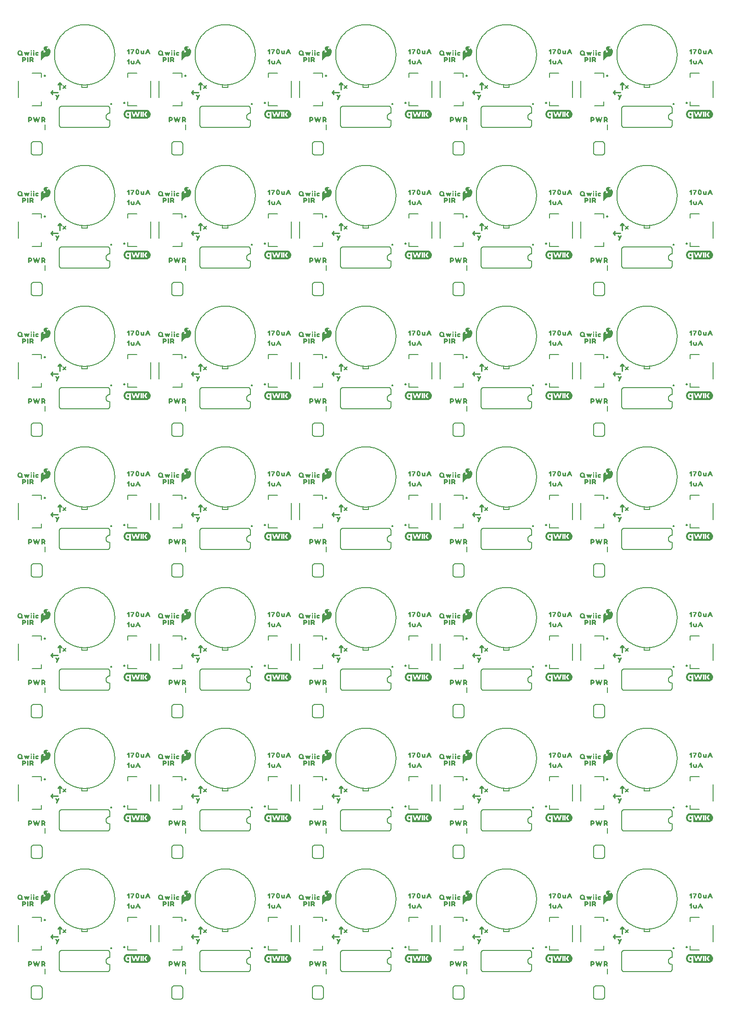
<source format=gto>
G04 EAGLE Gerber RS-274X export*
G75*
%MOMM*%
%FSLAX34Y34*%
%LPD*%
%INSilkscreen Top*%
%IPPOS*%
%AMOC8*
5,1,8,0,0,1.08239X$1,22.5*%
G01*
%ADD10C,0.254000*%
%ADD11C,0.203200*%

G36*
X1249302Y1109273D02*
X1249302Y1109273D01*
X1276799Y1109273D01*
X1276801Y1109274D01*
X1276803Y1109273D01*
X1277330Y1109306D01*
X1277331Y1109306D01*
X1277333Y1109306D01*
X1278385Y1109412D01*
X1278387Y1109414D01*
X1278391Y1109413D01*
X1278907Y1109520D01*
X1278909Y1109522D01*
X1278912Y1109521D01*
X1279923Y1109835D01*
X1279924Y1109837D01*
X1279928Y1109837D01*
X1280413Y1110042D01*
X1280415Y1110044D01*
X1280419Y1110044D01*
X1281348Y1110549D01*
X1281350Y1110552D01*
X1281354Y1110552D01*
X1281788Y1110850D01*
X1281789Y1110853D01*
X1281792Y1110854D01*
X1282608Y1111527D01*
X1282609Y1111530D01*
X1282613Y1111532D01*
X1282978Y1111911D01*
X1282979Y1111913D01*
X1282981Y1111915D01*
X1283654Y1112730D01*
X1283655Y1112734D01*
X1283659Y1112737D01*
X1283940Y1113182D01*
X1283940Y1113184D01*
X1283942Y1113186D01*
X1284447Y1114115D01*
X1284446Y1114119D01*
X1284450Y1114123D01*
X1284636Y1114616D01*
X1284635Y1114618D01*
X1284637Y1114620D01*
X1284951Y1115630D01*
X1284950Y1115634D01*
X1284953Y1115638D01*
X1285038Y1116158D01*
X1285037Y1116159D01*
X1285039Y1116162D01*
X1285145Y1117214D01*
X1285143Y1117217D01*
X1285145Y1117221D01*
X1285137Y1117747D01*
X1285135Y1117749D01*
X1285136Y1117753D01*
X1285030Y1118805D01*
X1285028Y1118807D01*
X1285029Y1118811D01*
X1284927Y1119327D01*
X1284925Y1119329D01*
X1284925Y1119333D01*
X1284612Y1120343D01*
X1284609Y1120345D01*
X1284610Y1120349D01*
X1284408Y1120835D01*
X1284406Y1120837D01*
X1284406Y1120841D01*
X1283901Y1121770D01*
X1283899Y1121772D01*
X1283898Y1121776D01*
X1283603Y1122212D01*
X1283601Y1122213D01*
X1283600Y1122217D01*
X1282927Y1123032D01*
X1282924Y1123033D01*
X1282922Y1123037D01*
X1282545Y1123405D01*
X1282543Y1123406D01*
X1282542Y1123409D01*
X1281726Y1124082D01*
X1281722Y1124082D01*
X1281720Y1124086D01*
X1281276Y1124370D01*
X1281274Y1124370D01*
X1281273Y1124373D01*
X1280343Y1124877D01*
X1280339Y1124877D01*
X1280336Y1124881D01*
X1279844Y1125070D01*
X1279842Y1125070D01*
X1279840Y1125071D01*
X1278830Y1125385D01*
X1278827Y1125384D01*
X1278822Y1125387D01*
X1278304Y1125477D01*
X1278302Y1125476D01*
X1278299Y1125477D01*
X1277247Y1125583D01*
X1277006Y1125608D01*
X1277003Y1125606D01*
X1277000Y1125608D01*
X1243684Y1125608D01*
X1243155Y1125603D01*
X1243153Y1125601D01*
X1243150Y1125602D01*
X1241571Y1125443D01*
X1241567Y1125440D01*
X1241559Y1125441D01*
X1240044Y1124971D01*
X1240040Y1124966D01*
X1240032Y1124966D01*
X1238639Y1124209D01*
X1238636Y1124204D01*
X1238629Y1124202D01*
X1237411Y1123186D01*
X1237409Y1123181D01*
X1237402Y1123177D01*
X1236404Y1121946D01*
X1236404Y1121941D01*
X1236398Y1121936D01*
X1235893Y1121007D01*
X1235894Y1121006D01*
X1235892Y1121005D01*
X1235657Y1120533D01*
X1235658Y1120528D01*
X1235653Y1120523D01*
X1235340Y1119513D01*
X1235340Y1119512D01*
X1235339Y1119511D01*
X1235200Y1119003D01*
X1235201Y1118998D01*
X1235198Y1118992D01*
X1235045Y1117414D01*
X1235048Y1117409D01*
X1235045Y1117401D01*
X1235205Y1115823D01*
X1235208Y1115819D01*
X1235207Y1115811D01*
X1235673Y1114295D01*
X1235677Y1114291D01*
X1235678Y1114283D01*
X1236429Y1112887D01*
X1236434Y1112884D01*
X1236436Y1112877D01*
X1236499Y1112801D01*
X1236706Y1112550D01*
X1236707Y1112550D01*
X1236914Y1112299D01*
X1237122Y1112048D01*
X1237330Y1111797D01*
X1237447Y1111655D01*
X1237453Y1111653D01*
X1237456Y1111646D01*
X1238686Y1110645D01*
X1238691Y1110645D01*
X1238696Y1110639D01*
X1240096Y1109895D01*
X1240101Y1109896D01*
X1240107Y1109890D01*
X1241625Y1109433D01*
X1241630Y1109435D01*
X1241637Y1109431D01*
X1243215Y1109273D01*
X1243218Y1109274D01*
X1243221Y1109273D01*
X1245718Y1109273D01*
X1245737Y1109285D01*
X1245760Y1109289D01*
X1245766Y1109304D01*
X1245775Y1109309D01*
X1245773Y1109320D01*
X1245780Y1109336D01*
X1245779Y1109485D01*
X1245779Y1113868D01*
X1245772Y1113879D01*
X1245774Y1113892D01*
X1245755Y1113905D01*
X1245742Y1113925D01*
X1245729Y1113923D01*
X1245718Y1113931D01*
X1245684Y1113917D01*
X1245675Y1113915D01*
X1245673Y1113912D01*
X1245670Y1113911D01*
X1245448Y1113672D01*
X1245067Y1113318D01*
X1244634Y1113034D01*
X1244162Y1112821D01*
X1243660Y1112695D01*
X1243144Y1112638D01*
X1242623Y1112659D01*
X1242104Y1112708D01*
X1241602Y1112845D01*
X1241111Y1113015D01*
X1240658Y1113269D01*
X1240241Y1113577D01*
X1239854Y1113923D01*
X1239546Y1114342D01*
X1239269Y1114782D01*
X1239054Y1115257D01*
X1238894Y1115752D01*
X1238769Y1116259D01*
X1238670Y1117301D01*
X1238735Y1118345D01*
X1238850Y1118854D01*
X1238983Y1119359D01*
X1239199Y1119832D01*
X1239453Y1120287D01*
X1239759Y1120707D01*
X1240131Y1121068D01*
X1240534Y1121393D01*
X1240988Y1121646D01*
X1241472Y1121834D01*
X1241969Y1121985D01*
X1243010Y1122065D01*
X1243527Y1122016D01*
X1244033Y1121901D01*
X1244515Y1121711D01*
X1244957Y1121442D01*
X1245358Y1121109D01*
X1245673Y1120814D01*
X1245684Y1120812D01*
X1245690Y1120803D01*
X1245715Y1120807D01*
X1245740Y1120802D01*
X1245746Y1120811D01*
X1245757Y1120813D01*
X1245776Y1120854D01*
X1245779Y1120858D01*
X1245778Y1120859D01*
X1245779Y1120860D01*
X1245779Y1121915D01*
X1245783Y1121968D01*
X1248728Y1121968D01*
X1248728Y1109328D01*
X1248740Y1109309D01*
X1248744Y1109286D01*
X1248759Y1109280D01*
X1248764Y1109271D01*
X1248775Y1109273D01*
X1248791Y1109266D01*
X1249302Y1109273D01*
G37*
G36*
X1249302Y1368353D02*
X1249302Y1368353D01*
X1276799Y1368353D01*
X1276801Y1368354D01*
X1276803Y1368353D01*
X1277330Y1368386D01*
X1277331Y1368386D01*
X1277333Y1368386D01*
X1278385Y1368492D01*
X1278387Y1368494D01*
X1278391Y1368493D01*
X1278907Y1368600D01*
X1278909Y1368602D01*
X1278912Y1368601D01*
X1279923Y1368915D01*
X1279924Y1368917D01*
X1279928Y1368917D01*
X1280413Y1369122D01*
X1280415Y1369124D01*
X1280419Y1369124D01*
X1281348Y1369629D01*
X1281350Y1369632D01*
X1281354Y1369632D01*
X1281788Y1369930D01*
X1281789Y1369933D01*
X1281792Y1369934D01*
X1282608Y1370607D01*
X1282609Y1370610D01*
X1282613Y1370612D01*
X1282978Y1370991D01*
X1282979Y1370993D01*
X1282981Y1370995D01*
X1283654Y1371810D01*
X1283655Y1371814D01*
X1283659Y1371817D01*
X1283940Y1372262D01*
X1283940Y1372264D01*
X1283942Y1372266D01*
X1284447Y1373195D01*
X1284446Y1373199D01*
X1284450Y1373203D01*
X1284636Y1373696D01*
X1284635Y1373698D01*
X1284637Y1373700D01*
X1284951Y1374710D01*
X1284950Y1374714D01*
X1284953Y1374718D01*
X1285038Y1375238D01*
X1285037Y1375239D01*
X1285039Y1375242D01*
X1285145Y1376294D01*
X1285143Y1376297D01*
X1285145Y1376301D01*
X1285137Y1376827D01*
X1285135Y1376829D01*
X1285136Y1376833D01*
X1285030Y1377885D01*
X1285028Y1377887D01*
X1285029Y1377891D01*
X1284927Y1378407D01*
X1284925Y1378409D01*
X1284925Y1378413D01*
X1284612Y1379423D01*
X1284609Y1379425D01*
X1284610Y1379429D01*
X1284408Y1379915D01*
X1284406Y1379917D01*
X1284406Y1379921D01*
X1283901Y1380850D01*
X1283899Y1380852D01*
X1283898Y1380856D01*
X1283603Y1381292D01*
X1283601Y1381293D01*
X1283600Y1381297D01*
X1282927Y1382112D01*
X1282924Y1382113D01*
X1282922Y1382117D01*
X1282545Y1382485D01*
X1282543Y1382486D01*
X1282542Y1382489D01*
X1281726Y1383162D01*
X1281722Y1383162D01*
X1281720Y1383166D01*
X1281276Y1383450D01*
X1281274Y1383450D01*
X1281273Y1383453D01*
X1280343Y1383957D01*
X1280339Y1383957D01*
X1280336Y1383961D01*
X1279844Y1384150D01*
X1279842Y1384150D01*
X1279840Y1384151D01*
X1278830Y1384465D01*
X1278827Y1384464D01*
X1278822Y1384467D01*
X1278304Y1384557D01*
X1278302Y1384556D01*
X1278299Y1384557D01*
X1277247Y1384663D01*
X1277006Y1384688D01*
X1277003Y1384686D01*
X1277000Y1384688D01*
X1243684Y1384688D01*
X1243155Y1384683D01*
X1243153Y1384681D01*
X1243150Y1384682D01*
X1241571Y1384523D01*
X1241567Y1384520D01*
X1241559Y1384521D01*
X1240044Y1384051D01*
X1240040Y1384046D01*
X1240032Y1384046D01*
X1238639Y1383289D01*
X1238636Y1383284D01*
X1238629Y1383282D01*
X1237411Y1382266D01*
X1237409Y1382261D01*
X1237402Y1382257D01*
X1236404Y1381026D01*
X1236404Y1381021D01*
X1236398Y1381016D01*
X1235893Y1380087D01*
X1235894Y1380086D01*
X1235892Y1380085D01*
X1235657Y1379613D01*
X1235658Y1379608D01*
X1235653Y1379603D01*
X1235340Y1378593D01*
X1235340Y1378592D01*
X1235339Y1378591D01*
X1235200Y1378083D01*
X1235201Y1378078D01*
X1235198Y1378072D01*
X1235045Y1376494D01*
X1235048Y1376489D01*
X1235045Y1376481D01*
X1235205Y1374903D01*
X1235208Y1374899D01*
X1235207Y1374891D01*
X1235673Y1373375D01*
X1235677Y1373371D01*
X1235678Y1373363D01*
X1236429Y1371967D01*
X1236434Y1371964D01*
X1236436Y1371957D01*
X1236499Y1371881D01*
X1236706Y1371630D01*
X1236707Y1371630D01*
X1236914Y1371379D01*
X1237122Y1371128D01*
X1237330Y1370877D01*
X1237447Y1370735D01*
X1237453Y1370733D01*
X1237456Y1370726D01*
X1238686Y1369725D01*
X1238691Y1369725D01*
X1238696Y1369719D01*
X1240096Y1368975D01*
X1240101Y1368976D01*
X1240107Y1368970D01*
X1241625Y1368513D01*
X1241630Y1368515D01*
X1241637Y1368511D01*
X1243215Y1368353D01*
X1243218Y1368354D01*
X1243221Y1368353D01*
X1245718Y1368353D01*
X1245737Y1368365D01*
X1245760Y1368369D01*
X1245766Y1368384D01*
X1245775Y1368389D01*
X1245773Y1368400D01*
X1245780Y1368416D01*
X1245779Y1368565D01*
X1245779Y1372948D01*
X1245772Y1372959D01*
X1245774Y1372972D01*
X1245755Y1372985D01*
X1245742Y1373005D01*
X1245729Y1373003D01*
X1245718Y1373011D01*
X1245684Y1372997D01*
X1245675Y1372995D01*
X1245673Y1372992D01*
X1245670Y1372991D01*
X1245448Y1372752D01*
X1245067Y1372398D01*
X1244634Y1372114D01*
X1244162Y1371901D01*
X1243660Y1371775D01*
X1243144Y1371718D01*
X1242623Y1371739D01*
X1242104Y1371788D01*
X1241602Y1371925D01*
X1241111Y1372095D01*
X1240658Y1372349D01*
X1240241Y1372657D01*
X1239854Y1373003D01*
X1239546Y1373422D01*
X1239269Y1373862D01*
X1239054Y1374337D01*
X1238894Y1374832D01*
X1238769Y1375339D01*
X1238670Y1376381D01*
X1238735Y1377425D01*
X1238850Y1377934D01*
X1238983Y1378439D01*
X1239199Y1378912D01*
X1239453Y1379367D01*
X1239759Y1379787D01*
X1240131Y1380148D01*
X1240534Y1380473D01*
X1240988Y1380726D01*
X1241472Y1380914D01*
X1241969Y1381065D01*
X1243010Y1381145D01*
X1243527Y1381096D01*
X1244033Y1380981D01*
X1244515Y1380791D01*
X1244957Y1380522D01*
X1245358Y1380189D01*
X1245673Y1379894D01*
X1245684Y1379892D01*
X1245690Y1379883D01*
X1245715Y1379887D01*
X1245740Y1379882D01*
X1245746Y1379891D01*
X1245757Y1379893D01*
X1245776Y1379934D01*
X1245779Y1379938D01*
X1245778Y1379939D01*
X1245779Y1379940D01*
X1245779Y1380995D01*
X1245783Y1381048D01*
X1248728Y1381048D01*
X1248728Y1368408D01*
X1248740Y1368389D01*
X1248744Y1368366D01*
X1248759Y1368360D01*
X1248764Y1368351D01*
X1248775Y1368353D01*
X1248791Y1368346D01*
X1249302Y1368353D01*
G37*
G36*
X1249302Y850193D02*
X1249302Y850193D01*
X1276799Y850193D01*
X1276801Y850194D01*
X1276803Y850193D01*
X1277330Y850226D01*
X1277331Y850226D01*
X1277333Y850226D01*
X1278385Y850332D01*
X1278387Y850334D01*
X1278391Y850333D01*
X1278907Y850440D01*
X1278909Y850442D01*
X1278912Y850441D01*
X1279923Y850755D01*
X1279924Y850757D01*
X1279928Y850757D01*
X1280413Y850962D01*
X1280415Y850964D01*
X1280419Y850964D01*
X1281348Y851469D01*
X1281350Y851472D01*
X1281354Y851472D01*
X1281788Y851770D01*
X1281789Y851773D01*
X1281792Y851774D01*
X1282608Y852447D01*
X1282609Y852450D01*
X1282613Y852452D01*
X1282978Y852831D01*
X1282979Y852833D01*
X1282981Y852835D01*
X1283654Y853650D01*
X1283655Y853654D01*
X1283659Y853657D01*
X1283940Y854102D01*
X1283940Y854104D01*
X1283942Y854106D01*
X1284447Y855035D01*
X1284446Y855039D01*
X1284450Y855043D01*
X1284636Y855536D01*
X1284635Y855538D01*
X1284637Y855540D01*
X1284951Y856550D01*
X1284950Y856554D01*
X1284953Y856558D01*
X1285038Y857078D01*
X1285037Y857079D01*
X1285039Y857082D01*
X1285145Y858134D01*
X1285143Y858137D01*
X1285145Y858141D01*
X1285137Y858667D01*
X1285135Y858669D01*
X1285136Y858673D01*
X1285030Y859725D01*
X1285028Y859727D01*
X1285029Y859731D01*
X1284927Y860247D01*
X1284925Y860249D01*
X1284925Y860253D01*
X1284612Y861263D01*
X1284609Y861265D01*
X1284610Y861269D01*
X1284408Y861755D01*
X1284406Y861757D01*
X1284406Y861761D01*
X1283901Y862690D01*
X1283899Y862692D01*
X1283898Y862696D01*
X1283603Y863132D01*
X1283601Y863133D01*
X1283600Y863137D01*
X1282927Y863952D01*
X1282924Y863953D01*
X1282922Y863957D01*
X1282545Y864325D01*
X1282543Y864326D01*
X1282542Y864329D01*
X1281726Y865002D01*
X1281722Y865002D01*
X1281720Y865006D01*
X1281276Y865290D01*
X1281274Y865290D01*
X1281273Y865293D01*
X1280343Y865797D01*
X1280339Y865797D01*
X1280336Y865801D01*
X1279844Y865990D01*
X1279842Y865990D01*
X1279840Y865991D01*
X1278830Y866305D01*
X1278827Y866304D01*
X1278822Y866307D01*
X1278304Y866397D01*
X1278302Y866396D01*
X1278299Y866397D01*
X1277247Y866503D01*
X1277006Y866528D01*
X1277003Y866526D01*
X1277000Y866528D01*
X1243684Y866528D01*
X1243155Y866523D01*
X1243153Y866521D01*
X1243150Y866522D01*
X1241571Y866363D01*
X1241567Y866360D01*
X1241559Y866361D01*
X1240044Y865891D01*
X1240040Y865886D01*
X1240032Y865886D01*
X1238639Y865129D01*
X1238636Y865124D01*
X1238629Y865122D01*
X1237411Y864106D01*
X1237409Y864101D01*
X1237402Y864097D01*
X1236404Y862866D01*
X1236404Y862861D01*
X1236398Y862856D01*
X1235893Y861927D01*
X1235894Y861926D01*
X1235892Y861925D01*
X1235657Y861453D01*
X1235658Y861448D01*
X1235653Y861443D01*
X1235340Y860433D01*
X1235340Y860432D01*
X1235339Y860431D01*
X1235200Y859923D01*
X1235201Y859918D01*
X1235198Y859912D01*
X1235045Y858334D01*
X1235048Y858329D01*
X1235045Y858321D01*
X1235205Y856743D01*
X1235208Y856739D01*
X1235207Y856731D01*
X1235673Y855215D01*
X1235677Y855211D01*
X1235678Y855203D01*
X1236429Y853807D01*
X1236434Y853804D01*
X1236436Y853797D01*
X1236499Y853721D01*
X1236706Y853470D01*
X1236707Y853470D01*
X1236914Y853219D01*
X1237122Y852968D01*
X1237330Y852717D01*
X1237447Y852575D01*
X1237453Y852573D01*
X1237456Y852566D01*
X1238686Y851565D01*
X1238691Y851565D01*
X1238696Y851559D01*
X1240096Y850815D01*
X1240101Y850816D01*
X1240107Y850810D01*
X1241625Y850353D01*
X1241630Y850355D01*
X1241637Y850351D01*
X1243215Y850193D01*
X1243218Y850194D01*
X1243221Y850193D01*
X1245718Y850193D01*
X1245737Y850205D01*
X1245760Y850209D01*
X1245766Y850224D01*
X1245775Y850229D01*
X1245773Y850240D01*
X1245780Y850256D01*
X1245779Y850405D01*
X1245779Y854788D01*
X1245772Y854799D01*
X1245774Y854812D01*
X1245755Y854825D01*
X1245742Y854845D01*
X1245729Y854843D01*
X1245718Y854851D01*
X1245684Y854837D01*
X1245675Y854835D01*
X1245673Y854832D01*
X1245670Y854831D01*
X1245448Y854592D01*
X1245067Y854238D01*
X1244634Y853954D01*
X1244162Y853741D01*
X1243660Y853615D01*
X1243144Y853558D01*
X1242623Y853579D01*
X1242104Y853628D01*
X1241602Y853765D01*
X1241111Y853935D01*
X1240658Y854189D01*
X1240241Y854497D01*
X1239854Y854843D01*
X1239546Y855262D01*
X1239269Y855702D01*
X1239054Y856177D01*
X1238894Y856672D01*
X1238769Y857179D01*
X1238670Y858221D01*
X1238735Y859265D01*
X1238850Y859774D01*
X1238983Y860279D01*
X1239199Y860752D01*
X1239453Y861207D01*
X1239759Y861627D01*
X1240131Y861988D01*
X1240534Y862313D01*
X1240988Y862566D01*
X1241472Y862754D01*
X1241969Y862905D01*
X1243010Y862985D01*
X1243527Y862936D01*
X1244033Y862821D01*
X1244515Y862631D01*
X1244957Y862362D01*
X1245358Y862029D01*
X1245673Y861734D01*
X1245684Y861732D01*
X1245690Y861723D01*
X1245715Y861727D01*
X1245740Y861722D01*
X1245746Y861731D01*
X1245757Y861733D01*
X1245776Y861774D01*
X1245779Y861778D01*
X1245778Y861779D01*
X1245779Y861780D01*
X1245779Y862835D01*
X1245783Y862888D01*
X1248728Y862888D01*
X1248728Y850248D01*
X1248740Y850229D01*
X1248744Y850206D01*
X1248759Y850200D01*
X1248764Y850191D01*
X1248775Y850193D01*
X1248791Y850186D01*
X1249302Y850193D01*
G37*
G36*
X990222Y850193D02*
X990222Y850193D01*
X1017719Y850193D01*
X1017721Y850194D01*
X1017723Y850193D01*
X1018250Y850226D01*
X1018251Y850226D01*
X1018253Y850226D01*
X1019305Y850332D01*
X1019307Y850334D01*
X1019311Y850333D01*
X1019827Y850440D01*
X1019829Y850442D01*
X1019832Y850441D01*
X1020843Y850755D01*
X1020844Y850757D01*
X1020848Y850757D01*
X1021333Y850962D01*
X1021335Y850964D01*
X1021339Y850964D01*
X1022268Y851469D01*
X1022270Y851472D01*
X1022274Y851472D01*
X1022708Y851770D01*
X1022709Y851773D01*
X1022712Y851774D01*
X1023528Y852447D01*
X1023529Y852450D01*
X1023533Y852452D01*
X1023898Y852831D01*
X1023899Y852833D01*
X1023901Y852835D01*
X1024574Y853650D01*
X1024575Y853654D01*
X1024579Y853657D01*
X1024860Y854102D01*
X1024860Y854104D01*
X1024862Y854106D01*
X1025367Y855035D01*
X1025366Y855039D01*
X1025370Y855043D01*
X1025556Y855536D01*
X1025555Y855538D01*
X1025557Y855540D01*
X1025871Y856550D01*
X1025870Y856554D01*
X1025873Y856558D01*
X1025958Y857078D01*
X1025957Y857079D01*
X1025959Y857082D01*
X1026065Y858134D01*
X1026063Y858137D01*
X1026065Y858141D01*
X1026057Y858667D01*
X1026055Y858669D01*
X1026056Y858673D01*
X1025950Y859725D01*
X1025948Y859727D01*
X1025949Y859731D01*
X1025847Y860247D01*
X1025845Y860249D01*
X1025845Y860253D01*
X1025532Y861263D01*
X1025529Y861265D01*
X1025530Y861269D01*
X1025328Y861755D01*
X1025326Y861757D01*
X1025326Y861761D01*
X1024821Y862690D01*
X1024819Y862692D01*
X1024818Y862696D01*
X1024523Y863132D01*
X1024521Y863133D01*
X1024520Y863137D01*
X1023847Y863952D01*
X1023844Y863953D01*
X1023842Y863957D01*
X1023465Y864325D01*
X1023463Y864326D01*
X1023462Y864329D01*
X1022646Y865002D01*
X1022642Y865002D01*
X1022640Y865006D01*
X1022196Y865290D01*
X1022194Y865290D01*
X1022193Y865293D01*
X1021263Y865797D01*
X1021259Y865797D01*
X1021256Y865801D01*
X1020764Y865990D01*
X1020762Y865990D01*
X1020760Y865991D01*
X1019750Y866305D01*
X1019747Y866304D01*
X1019742Y866307D01*
X1019224Y866397D01*
X1019222Y866396D01*
X1019219Y866397D01*
X1018167Y866503D01*
X1017926Y866528D01*
X1017923Y866526D01*
X1017920Y866528D01*
X984604Y866528D01*
X984075Y866523D01*
X984073Y866521D01*
X984070Y866522D01*
X982491Y866363D01*
X982487Y866360D01*
X982479Y866361D01*
X980964Y865891D01*
X980960Y865886D01*
X980952Y865886D01*
X979559Y865129D01*
X979556Y865124D01*
X979549Y865122D01*
X978331Y864106D01*
X978329Y864101D01*
X978322Y864097D01*
X977324Y862866D01*
X977324Y862861D01*
X977318Y862856D01*
X976813Y861927D01*
X976814Y861926D01*
X976812Y861925D01*
X976577Y861453D01*
X976578Y861448D01*
X976573Y861443D01*
X976260Y860433D01*
X976260Y860432D01*
X976259Y860431D01*
X976120Y859923D01*
X976121Y859918D01*
X976118Y859912D01*
X975965Y858334D01*
X975968Y858329D01*
X975965Y858321D01*
X976125Y856743D01*
X976128Y856739D01*
X976127Y856731D01*
X976593Y855215D01*
X976597Y855211D01*
X976598Y855203D01*
X977349Y853807D01*
X977354Y853804D01*
X977356Y853797D01*
X977419Y853721D01*
X977626Y853470D01*
X977627Y853470D01*
X977834Y853219D01*
X978042Y852968D01*
X978250Y852717D01*
X978367Y852575D01*
X978373Y852573D01*
X978376Y852566D01*
X979606Y851565D01*
X979611Y851565D01*
X979616Y851559D01*
X981016Y850815D01*
X981021Y850816D01*
X981027Y850810D01*
X982545Y850353D01*
X982550Y850355D01*
X982557Y850351D01*
X984135Y850193D01*
X984138Y850194D01*
X984141Y850193D01*
X986638Y850193D01*
X986657Y850205D01*
X986680Y850209D01*
X986686Y850224D01*
X986695Y850229D01*
X986693Y850240D01*
X986700Y850256D01*
X986699Y850405D01*
X986699Y854788D01*
X986692Y854799D01*
X986694Y854812D01*
X986675Y854825D01*
X986662Y854845D01*
X986649Y854843D01*
X986638Y854851D01*
X986604Y854837D01*
X986595Y854835D01*
X986593Y854832D01*
X986590Y854831D01*
X986368Y854592D01*
X985987Y854238D01*
X985554Y853954D01*
X985082Y853741D01*
X984580Y853615D01*
X984064Y853558D01*
X983543Y853579D01*
X983024Y853628D01*
X982522Y853765D01*
X982031Y853935D01*
X981578Y854189D01*
X981161Y854497D01*
X980774Y854843D01*
X980466Y855262D01*
X980189Y855702D01*
X979974Y856177D01*
X979814Y856672D01*
X979689Y857179D01*
X979590Y858221D01*
X979655Y859265D01*
X979770Y859774D01*
X979903Y860279D01*
X980119Y860752D01*
X980373Y861207D01*
X980679Y861627D01*
X981051Y861988D01*
X981454Y862313D01*
X981908Y862566D01*
X982392Y862754D01*
X982889Y862905D01*
X983930Y862985D01*
X984447Y862936D01*
X984953Y862821D01*
X985435Y862631D01*
X985877Y862362D01*
X986278Y862029D01*
X986593Y861734D01*
X986604Y861732D01*
X986610Y861723D01*
X986635Y861727D01*
X986660Y861722D01*
X986666Y861731D01*
X986677Y861733D01*
X986696Y861774D01*
X986699Y861778D01*
X986698Y861779D01*
X986699Y861780D01*
X986699Y862835D01*
X986703Y862888D01*
X989648Y862888D01*
X989648Y850248D01*
X989660Y850229D01*
X989664Y850206D01*
X989679Y850200D01*
X989684Y850191D01*
X989695Y850193D01*
X989711Y850186D01*
X990222Y850193D01*
G37*
G36*
X1249302Y591113D02*
X1249302Y591113D01*
X1276799Y591113D01*
X1276801Y591114D01*
X1276803Y591113D01*
X1277330Y591146D01*
X1277331Y591146D01*
X1277333Y591146D01*
X1278385Y591252D01*
X1278387Y591254D01*
X1278391Y591253D01*
X1278907Y591360D01*
X1278909Y591362D01*
X1278912Y591361D01*
X1279923Y591675D01*
X1279924Y591677D01*
X1279928Y591677D01*
X1280413Y591882D01*
X1280415Y591884D01*
X1280419Y591884D01*
X1281348Y592389D01*
X1281350Y592392D01*
X1281354Y592392D01*
X1281788Y592690D01*
X1281789Y592693D01*
X1281792Y592694D01*
X1282608Y593367D01*
X1282609Y593370D01*
X1282613Y593372D01*
X1282978Y593751D01*
X1282979Y593753D01*
X1282981Y593755D01*
X1283654Y594570D01*
X1283655Y594574D01*
X1283659Y594577D01*
X1283940Y595022D01*
X1283940Y595024D01*
X1283942Y595026D01*
X1284447Y595955D01*
X1284446Y595959D01*
X1284450Y595963D01*
X1284636Y596456D01*
X1284635Y596458D01*
X1284637Y596460D01*
X1284951Y597470D01*
X1284950Y597474D01*
X1284953Y597478D01*
X1285038Y597998D01*
X1285037Y597999D01*
X1285039Y598002D01*
X1285145Y599054D01*
X1285143Y599057D01*
X1285145Y599061D01*
X1285137Y599587D01*
X1285135Y599589D01*
X1285136Y599593D01*
X1285030Y600645D01*
X1285028Y600647D01*
X1285029Y600651D01*
X1284927Y601167D01*
X1284925Y601169D01*
X1284925Y601173D01*
X1284612Y602183D01*
X1284609Y602185D01*
X1284610Y602189D01*
X1284408Y602675D01*
X1284406Y602677D01*
X1284406Y602681D01*
X1283901Y603610D01*
X1283899Y603612D01*
X1283898Y603616D01*
X1283603Y604052D01*
X1283601Y604053D01*
X1283600Y604057D01*
X1282927Y604872D01*
X1282924Y604873D01*
X1282922Y604877D01*
X1282545Y605245D01*
X1282543Y605246D01*
X1282542Y605249D01*
X1281726Y605922D01*
X1281722Y605922D01*
X1281720Y605926D01*
X1281276Y606210D01*
X1281274Y606210D01*
X1281273Y606213D01*
X1280343Y606717D01*
X1280339Y606717D01*
X1280336Y606721D01*
X1279844Y606910D01*
X1279842Y606910D01*
X1279840Y606911D01*
X1278830Y607225D01*
X1278827Y607224D01*
X1278822Y607227D01*
X1278304Y607317D01*
X1278302Y607316D01*
X1278299Y607317D01*
X1277247Y607423D01*
X1277006Y607448D01*
X1277003Y607446D01*
X1277000Y607448D01*
X1243684Y607448D01*
X1243155Y607443D01*
X1243153Y607441D01*
X1243150Y607442D01*
X1241571Y607283D01*
X1241567Y607280D01*
X1241559Y607281D01*
X1240044Y606811D01*
X1240040Y606806D01*
X1240032Y606806D01*
X1238639Y606049D01*
X1238636Y606044D01*
X1238629Y606042D01*
X1237411Y605026D01*
X1237409Y605021D01*
X1237402Y605017D01*
X1236404Y603786D01*
X1236404Y603781D01*
X1236398Y603776D01*
X1235893Y602847D01*
X1235894Y602846D01*
X1235892Y602845D01*
X1235657Y602373D01*
X1235658Y602368D01*
X1235653Y602363D01*
X1235340Y601353D01*
X1235340Y601352D01*
X1235339Y601351D01*
X1235200Y600843D01*
X1235201Y600838D01*
X1235198Y600832D01*
X1235045Y599254D01*
X1235048Y599249D01*
X1235045Y599241D01*
X1235205Y597663D01*
X1235208Y597659D01*
X1235207Y597651D01*
X1235673Y596135D01*
X1235677Y596131D01*
X1235678Y596123D01*
X1236429Y594727D01*
X1236434Y594724D01*
X1236436Y594717D01*
X1236499Y594641D01*
X1236706Y594390D01*
X1236707Y594390D01*
X1236914Y594139D01*
X1237122Y593888D01*
X1237330Y593637D01*
X1237447Y593495D01*
X1237453Y593493D01*
X1237456Y593486D01*
X1238686Y592485D01*
X1238691Y592485D01*
X1238696Y592479D01*
X1240096Y591735D01*
X1240101Y591736D01*
X1240107Y591730D01*
X1241625Y591273D01*
X1241630Y591275D01*
X1241637Y591271D01*
X1243215Y591113D01*
X1243218Y591114D01*
X1243221Y591113D01*
X1245718Y591113D01*
X1245737Y591125D01*
X1245760Y591129D01*
X1245766Y591144D01*
X1245775Y591149D01*
X1245773Y591160D01*
X1245780Y591176D01*
X1245779Y591325D01*
X1245779Y595708D01*
X1245772Y595719D01*
X1245774Y595732D01*
X1245755Y595745D01*
X1245742Y595765D01*
X1245729Y595763D01*
X1245718Y595771D01*
X1245684Y595757D01*
X1245675Y595755D01*
X1245673Y595752D01*
X1245670Y595751D01*
X1245448Y595512D01*
X1245067Y595158D01*
X1244634Y594874D01*
X1244162Y594661D01*
X1243660Y594535D01*
X1243144Y594478D01*
X1242623Y594499D01*
X1242104Y594548D01*
X1241602Y594685D01*
X1241111Y594855D01*
X1240658Y595109D01*
X1240241Y595417D01*
X1239854Y595763D01*
X1239546Y596182D01*
X1239269Y596622D01*
X1239054Y597097D01*
X1238894Y597592D01*
X1238769Y598099D01*
X1238670Y599141D01*
X1238735Y600185D01*
X1238850Y600694D01*
X1238983Y601199D01*
X1239199Y601672D01*
X1239453Y602127D01*
X1239759Y602547D01*
X1240131Y602908D01*
X1240534Y603233D01*
X1240988Y603486D01*
X1241472Y603674D01*
X1241969Y603825D01*
X1243010Y603905D01*
X1243527Y603856D01*
X1244033Y603741D01*
X1244515Y603551D01*
X1244957Y603282D01*
X1245358Y602949D01*
X1245673Y602654D01*
X1245684Y602652D01*
X1245690Y602643D01*
X1245715Y602647D01*
X1245740Y602642D01*
X1245746Y602651D01*
X1245757Y602653D01*
X1245776Y602694D01*
X1245779Y602698D01*
X1245778Y602699D01*
X1245779Y602700D01*
X1245779Y603755D01*
X1245783Y603808D01*
X1248728Y603808D01*
X1248728Y591168D01*
X1248740Y591149D01*
X1248744Y591126D01*
X1248759Y591120D01*
X1248764Y591111D01*
X1248775Y591113D01*
X1248791Y591106D01*
X1249302Y591113D01*
G37*
G36*
X990222Y72953D02*
X990222Y72953D01*
X1017719Y72953D01*
X1017721Y72954D01*
X1017723Y72953D01*
X1018250Y72986D01*
X1018251Y72986D01*
X1018253Y72986D01*
X1019305Y73092D01*
X1019307Y73094D01*
X1019311Y73093D01*
X1019827Y73200D01*
X1019829Y73202D01*
X1019832Y73201D01*
X1020843Y73515D01*
X1020844Y73517D01*
X1020848Y73517D01*
X1021333Y73722D01*
X1021335Y73724D01*
X1021339Y73724D01*
X1022268Y74229D01*
X1022270Y74232D01*
X1022274Y74232D01*
X1022708Y74530D01*
X1022709Y74533D01*
X1022712Y74534D01*
X1023528Y75207D01*
X1023529Y75210D01*
X1023533Y75212D01*
X1023898Y75591D01*
X1023899Y75593D01*
X1023901Y75595D01*
X1024574Y76410D01*
X1024575Y76414D01*
X1024579Y76417D01*
X1024860Y76862D01*
X1024860Y76864D01*
X1024862Y76866D01*
X1025367Y77795D01*
X1025366Y77799D01*
X1025370Y77803D01*
X1025556Y78296D01*
X1025555Y78298D01*
X1025557Y78300D01*
X1025871Y79310D01*
X1025870Y79314D01*
X1025873Y79318D01*
X1025958Y79838D01*
X1025957Y79839D01*
X1025959Y79842D01*
X1026065Y80894D01*
X1026063Y80897D01*
X1026065Y80901D01*
X1026057Y81427D01*
X1026055Y81429D01*
X1026056Y81433D01*
X1025950Y82485D01*
X1025948Y82487D01*
X1025949Y82491D01*
X1025847Y83007D01*
X1025845Y83009D01*
X1025845Y83013D01*
X1025532Y84023D01*
X1025529Y84025D01*
X1025530Y84029D01*
X1025328Y84515D01*
X1025326Y84517D01*
X1025326Y84521D01*
X1024821Y85450D01*
X1024819Y85452D01*
X1024818Y85456D01*
X1024523Y85892D01*
X1024521Y85893D01*
X1024520Y85897D01*
X1023847Y86712D01*
X1023844Y86713D01*
X1023842Y86717D01*
X1023465Y87085D01*
X1023463Y87086D01*
X1023462Y87089D01*
X1022646Y87762D01*
X1022642Y87762D01*
X1022640Y87766D01*
X1022196Y88050D01*
X1022194Y88050D01*
X1022193Y88053D01*
X1021263Y88557D01*
X1021259Y88557D01*
X1021256Y88561D01*
X1020764Y88750D01*
X1020762Y88750D01*
X1020760Y88751D01*
X1019750Y89065D01*
X1019747Y89064D01*
X1019742Y89067D01*
X1019224Y89157D01*
X1019222Y89156D01*
X1019219Y89157D01*
X1018167Y89263D01*
X1017926Y89288D01*
X1017923Y89286D01*
X1017920Y89288D01*
X984604Y89288D01*
X984075Y89283D01*
X984073Y89281D01*
X984070Y89282D01*
X982491Y89123D01*
X982487Y89120D01*
X982479Y89121D01*
X980964Y88651D01*
X980960Y88646D01*
X980952Y88646D01*
X979559Y87889D01*
X979556Y87884D01*
X979549Y87882D01*
X978331Y86866D01*
X978329Y86861D01*
X978322Y86857D01*
X977324Y85626D01*
X977324Y85621D01*
X977318Y85616D01*
X976813Y84687D01*
X976814Y84686D01*
X976812Y84685D01*
X976577Y84213D01*
X976578Y84208D01*
X976573Y84203D01*
X976260Y83193D01*
X976260Y83192D01*
X976259Y83191D01*
X976120Y82683D01*
X976121Y82678D01*
X976118Y82672D01*
X975965Y81094D01*
X975968Y81089D01*
X975965Y81081D01*
X976125Y79503D01*
X976128Y79499D01*
X976127Y79491D01*
X976593Y77975D01*
X976597Y77971D01*
X976598Y77963D01*
X977349Y76567D01*
X977354Y76564D01*
X977356Y76557D01*
X977419Y76481D01*
X977626Y76230D01*
X977627Y76230D01*
X977834Y75979D01*
X978042Y75728D01*
X978250Y75477D01*
X978367Y75335D01*
X978373Y75333D01*
X978376Y75326D01*
X979606Y74325D01*
X979611Y74325D01*
X979616Y74319D01*
X981016Y73575D01*
X981021Y73576D01*
X981027Y73570D01*
X982545Y73113D01*
X982550Y73115D01*
X982557Y73111D01*
X984135Y72953D01*
X984138Y72954D01*
X984141Y72953D01*
X986638Y72953D01*
X986657Y72965D01*
X986680Y72969D01*
X986686Y72984D01*
X986695Y72989D01*
X986693Y73000D01*
X986700Y73016D01*
X986699Y73165D01*
X986699Y77548D01*
X986692Y77559D01*
X986694Y77572D01*
X986675Y77585D01*
X986662Y77605D01*
X986649Y77603D01*
X986638Y77611D01*
X986604Y77597D01*
X986595Y77595D01*
X986593Y77592D01*
X986590Y77591D01*
X986368Y77352D01*
X985987Y76998D01*
X985554Y76714D01*
X985082Y76501D01*
X984580Y76375D01*
X984064Y76318D01*
X983543Y76339D01*
X983024Y76388D01*
X982522Y76525D01*
X982031Y76695D01*
X981578Y76949D01*
X981161Y77257D01*
X980774Y77603D01*
X980466Y78022D01*
X980189Y78462D01*
X979974Y78937D01*
X979814Y79432D01*
X979689Y79939D01*
X979590Y80981D01*
X979655Y82025D01*
X979770Y82534D01*
X979903Y83039D01*
X980119Y83512D01*
X980373Y83967D01*
X980679Y84387D01*
X981051Y84748D01*
X981454Y85073D01*
X981908Y85326D01*
X982392Y85514D01*
X982889Y85665D01*
X983930Y85745D01*
X984447Y85696D01*
X984953Y85581D01*
X985435Y85391D01*
X985877Y85122D01*
X986278Y84789D01*
X986593Y84494D01*
X986604Y84492D01*
X986610Y84483D01*
X986635Y84487D01*
X986660Y84482D01*
X986666Y84491D01*
X986677Y84493D01*
X986696Y84534D01*
X986699Y84538D01*
X986698Y84539D01*
X986699Y84540D01*
X986699Y85595D01*
X986703Y85648D01*
X989648Y85648D01*
X989648Y73008D01*
X989660Y72989D01*
X989664Y72966D01*
X989679Y72960D01*
X989684Y72951D01*
X989695Y72953D01*
X989711Y72946D01*
X990222Y72953D01*
G37*
G36*
X731142Y72953D02*
X731142Y72953D01*
X758639Y72953D01*
X758641Y72954D01*
X758643Y72953D01*
X759170Y72986D01*
X759171Y72986D01*
X759173Y72986D01*
X760225Y73092D01*
X760227Y73094D01*
X760231Y73093D01*
X760747Y73200D01*
X760749Y73202D01*
X760752Y73201D01*
X761763Y73515D01*
X761764Y73517D01*
X761768Y73517D01*
X762253Y73722D01*
X762255Y73724D01*
X762259Y73724D01*
X763188Y74229D01*
X763190Y74232D01*
X763194Y74232D01*
X763628Y74530D01*
X763629Y74533D01*
X763632Y74534D01*
X764448Y75207D01*
X764449Y75210D01*
X764453Y75212D01*
X764818Y75591D01*
X764819Y75593D01*
X764821Y75595D01*
X765494Y76410D01*
X765495Y76414D01*
X765499Y76417D01*
X765780Y76862D01*
X765780Y76864D01*
X765782Y76866D01*
X766287Y77795D01*
X766286Y77799D01*
X766290Y77803D01*
X766476Y78296D01*
X766475Y78298D01*
X766477Y78300D01*
X766791Y79310D01*
X766790Y79314D01*
X766793Y79318D01*
X766878Y79838D01*
X766877Y79839D01*
X766879Y79842D01*
X766985Y80894D01*
X766983Y80897D01*
X766985Y80901D01*
X766977Y81427D01*
X766975Y81429D01*
X766976Y81433D01*
X766870Y82485D01*
X766868Y82487D01*
X766869Y82491D01*
X766767Y83007D01*
X766765Y83009D01*
X766765Y83013D01*
X766452Y84023D01*
X766449Y84025D01*
X766450Y84029D01*
X766248Y84515D01*
X766246Y84517D01*
X766246Y84521D01*
X765741Y85450D01*
X765739Y85452D01*
X765738Y85456D01*
X765443Y85892D01*
X765441Y85893D01*
X765440Y85897D01*
X764767Y86712D01*
X764764Y86713D01*
X764762Y86717D01*
X764385Y87085D01*
X764383Y87086D01*
X764382Y87089D01*
X763566Y87762D01*
X763562Y87762D01*
X763560Y87766D01*
X763116Y88050D01*
X763114Y88050D01*
X763113Y88053D01*
X762183Y88557D01*
X762179Y88557D01*
X762176Y88561D01*
X761684Y88750D01*
X761682Y88750D01*
X761680Y88751D01*
X760670Y89065D01*
X760667Y89064D01*
X760662Y89067D01*
X760144Y89157D01*
X760142Y89156D01*
X760139Y89157D01*
X759087Y89263D01*
X758846Y89288D01*
X758843Y89286D01*
X758840Y89288D01*
X725524Y89288D01*
X724995Y89283D01*
X724993Y89281D01*
X724990Y89282D01*
X723411Y89123D01*
X723407Y89120D01*
X723399Y89121D01*
X721884Y88651D01*
X721880Y88646D01*
X721872Y88646D01*
X720479Y87889D01*
X720476Y87884D01*
X720469Y87882D01*
X719251Y86866D01*
X719249Y86861D01*
X719242Y86857D01*
X718244Y85626D01*
X718244Y85621D01*
X718238Y85616D01*
X717733Y84687D01*
X717734Y84686D01*
X717732Y84685D01*
X717497Y84213D01*
X717498Y84208D01*
X717493Y84203D01*
X717180Y83193D01*
X717180Y83192D01*
X717179Y83191D01*
X717040Y82683D01*
X717041Y82678D01*
X717038Y82672D01*
X716885Y81094D01*
X716888Y81089D01*
X716885Y81081D01*
X717045Y79503D01*
X717048Y79499D01*
X717047Y79491D01*
X717513Y77975D01*
X717517Y77971D01*
X717518Y77963D01*
X718269Y76567D01*
X718274Y76564D01*
X718276Y76557D01*
X718339Y76481D01*
X718546Y76230D01*
X718547Y76230D01*
X718754Y75979D01*
X718962Y75728D01*
X719170Y75477D01*
X719287Y75335D01*
X719293Y75333D01*
X719296Y75326D01*
X720526Y74325D01*
X720531Y74325D01*
X720536Y74319D01*
X721936Y73575D01*
X721941Y73576D01*
X721947Y73570D01*
X723465Y73113D01*
X723470Y73115D01*
X723477Y73111D01*
X725055Y72953D01*
X725058Y72954D01*
X725061Y72953D01*
X727558Y72953D01*
X727577Y72965D01*
X727600Y72969D01*
X727606Y72984D01*
X727615Y72989D01*
X727613Y73000D01*
X727620Y73016D01*
X727619Y73165D01*
X727619Y77548D01*
X727612Y77559D01*
X727614Y77572D01*
X727595Y77585D01*
X727582Y77605D01*
X727569Y77603D01*
X727558Y77611D01*
X727524Y77597D01*
X727515Y77595D01*
X727513Y77592D01*
X727510Y77591D01*
X727288Y77352D01*
X726907Y76998D01*
X726474Y76714D01*
X726002Y76501D01*
X725500Y76375D01*
X724984Y76318D01*
X724463Y76339D01*
X723944Y76388D01*
X723442Y76525D01*
X722951Y76695D01*
X722498Y76949D01*
X722081Y77257D01*
X721694Y77603D01*
X721386Y78022D01*
X721109Y78462D01*
X720894Y78937D01*
X720734Y79432D01*
X720609Y79939D01*
X720510Y80981D01*
X720575Y82025D01*
X720690Y82534D01*
X720823Y83039D01*
X721039Y83512D01*
X721293Y83967D01*
X721599Y84387D01*
X721971Y84748D01*
X722374Y85073D01*
X722828Y85326D01*
X723312Y85514D01*
X723809Y85665D01*
X724850Y85745D01*
X725367Y85696D01*
X725873Y85581D01*
X726355Y85391D01*
X726797Y85122D01*
X727198Y84789D01*
X727513Y84494D01*
X727524Y84492D01*
X727530Y84483D01*
X727555Y84487D01*
X727580Y84482D01*
X727586Y84491D01*
X727597Y84493D01*
X727616Y84534D01*
X727619Y84538D01*
X727618Y84539D01*
X727619Y84540D01*
X727619Y85595D01*
X727623Y85648D01*
X730568Y85648D01*
X730568Y73008D01*
X730580Y72989D01*
X730584Y72966D01*
X730599Y72960D01*
X730604Y72951D01*
X730615Y72953D01*
X730631Y72946D01*
X731142Y72953D01*
G37*
G36*
X472062Y72953D02*
X472062Y72953D01*
X499559Y72953D01*
X499561Y72954D01*
X499563Y72953D01*
X500090Y72986D01*
X500091Y72986D01*
X500093Y72986D01*
X501145Y73092D01*
X501147Y73094D01*
X501151Y73093D01*
X501667Y73200D01*
X501669Y73202D01*
X501672Y73201D01*
X502683Y73515D01*
X502684Y73517D01*
X502688Y73517D01*
X503173Y73722D01*
X503175Y73724D01*
X503179Y73724D01*
X504108Y74229D01*
X504110Y74232D01*
X504114Y74232D01*
X504548Y74530D01*
X504549Y74533D01*
X504552Y74534D01*
X505368Y75207D01*
X505369Y75210D01*
X505373Y75212D01*
X505738Y75591D01*
X505739Y75593D01*
X505741Y75595D01*
X506414Y76410D01*
X506415Y76414D01*
X506419Y76417D01*
X506700Y76862D01*
X506700Y76864D01*
X506702Y76866D01*
X507207Y77795D01*
X507206Y77799D01*
X507210Y77803D01*
X507396Y78296D01*
X507395Y78298D01*
X507397Y78300D01*
X507711Y79310D01*
X507710Y79314D01*
X507713Y79318D01*
X507798Y79838D01*
X507797Y79839D01*
X507799Y79842D01*
X507905Y80894D01*
X507903Y80897D01*
X507905Y80901D01*
X507897Y81427D01*
X507895Y81429D01*
X507896Y81433D01*
X507790Y82485D01*
X507788Y82487D01*
X507789Y82491D01*
X507687Y83007D01*
X507685Y83009D01*
X507685Y83013D01*
X507372Y84023D01*
X507369Y84025D01*
X507370Y84029D01*
X507168Y84515D01*
X507166Y84517D01*
X507166Y84521D01*
X506661Y85450D01*
X506659Y85452D01*
X506658Y85456D01*
X506363Y85892D01*
X506361Y85893D01*
X506360Y85897D01*
X505687Y86712D01*
X505684Y86713D01*
X505682Y86717D01*
X505305Y87085D01*
X505303Y87086D01*
X505302Y87089D01*
X504486Y87762D01*
X504482Y87762D01*
X504480Y87766D01*
X504036Y88050D01*
X504034Y88050D01*
X504033Y88053D01*
X503103Y88557D01*
X503099Y88557D01*
X503096Y88561D01*
X502604Y88750D01*
X502602Y88750D01*
X502600Y88751D01*
X501590Y89065D01*
X501587Y89064D01*
X501582Y89067D01*
X501064Y89157D01*
X501062Y89156D01*
X501059Y89157D01*
X500007Y89263D01*
X499766Y89288D01*
X499763Y89286D01*
X499760Y89288D01*
X466444Y89288D01*
X465915Y89283D01*
X465913Y89281D01*
X465910Y89282D01*
X464331Y89123D01*
X464327Y89120D01*
X464319Y89121D01*
X462804Y88651D01*
X462800Y88646D01*
X462792Y88646D01*
X461399Y87889D01*
X461396Y87884D01*
X461389Y87882D01*
X460171Y86866D01*
X460169Y86861D01*
X460162Y86857D01*
X459164Y85626D01*
X459164Y85621D01*
X459158Y85616D01*
X458653Y84687D01*
X458654Y84686D01*
X458652Y84685D01*
X458417Y84213D01*
X458418Y84208D01*
X458413Y84203D01*
X458100Y83193D01*
X458100Y83192D01*
X458099Y83191D01*
X457960Y82683D01*
X457961Y82678D01*
X457958Y82672D01*
X457805Y81094D01*
X457808Y81089D01*
X457805Y81081D01*
X457965Y79503D01*
X457968Y79499D01*
X457967Y79491D01*
X458433Y77975D01*
X458437Y77971D01*
X458438Y77963D01*
X459189Y76567D01*
X459194Y76564D01*
X459196Y76557D01*
X459259Y76481D01*
X459466Y76230D01*
X459467Y76230D01*
X459674Y75979D01*
X459882Y75728D01*
X460090Y75477D01*
X460207Y75335D01*
X460213Y75333D01*
X460216Y75326D01*
X461446Y74325D01*
X461451Y74325D01*
X461456Y74319D01*
X462856Y73575D01*
X462861Y73576D01*
X462867Y73570D01*
X464385Y73113D01*
X464390Y73115D01*
X464397Y73111D01*
X465975Y72953D01*
X465978Y72954D01*
X465981Y72953D01*
X468478Y72953D01*
X468497Y72965D01*
X468520Y72969D01*
X468526Y72984D01*
X468535Y72989D01*
X468533Y73000D01*
X468540Y73016D01*
X468539Y73165D01*
X468539Y77548D01*
X468532Y77559D01*
X468534Y77572D01*
X468515Y77585D01*
X468502Y77605D01*
X468489Y77603D01*
X468478Y77611D01*
X468444Y77597D01*
X468435Y77595D01*
X468433Y77592D01*
X468430Y77591D01*
X468208Y77352D01*
X467827Y76998D01*
X467394Y76714D01*
X466922Y76501D01*
X466420Y76375D01*
X465904Y76318D01*
X465383Y76339D01*
X464864Y76388D01*
X464362Y76525D01*
X463871Y76695D01*
X463418Y76949D01*
X463001Y77257D01*
X462614Y77603D01*
X462306Y78022D01*
X462029Y78462D01*
X461814Y78937D01*
X461654Y79432D01*
X461529Y79939D01*
X461430Y80981D01*
X461495Y82025D01*
X461610Y82534D01*
X461743Y83039D01*
X461959Y83512D01*
X462213Y83967D01*
X462519Y84387D01*
X462891Y84748D01*
X463294Y85073D01*
X463748Y85326D01*
X464232Y85514D01*
X464729Y85665D01*
X465770Y85745D01*
X466287Y85696D01*
X466793Y85581D01*
X467275Y85391D01*
X467717Y85122D01*
X468118Y84789D01*
X468433Y84494D01*
X468444Y84492D01*
X468450Y84483D01*
X468475Y84487D01*
X468500Y84482D01*
X468506Y84491D01*
X468517Y84493D01*
X468536Y84534D01*
X468539Y84538D01*
X468538Y84539D01*
X468539Y84540D01*
X468539Y85595D01*
X468543Y85648D01*
X471488Y85648D01*
X471488Y73008D01*
X471500Y72989D01*
X471504Y72966D01*
X471519Y72960D01*
X471524Y72951D01*
X471535Y72953D01*
X471551Y72946D01*
X472062Y72953D01*
G37*
G36*
X1249302Y72953D02*
X1249302Y72953D01*
X1276799Y72953D01*
X1276801Y72954D01*
X1276803Y72953D01*
X1277330Y72986D01*
X1277331Y72986D01*
X1277333Y72986D01*
X1278385Y73092D01*
X1278387Y73094D01*
X1278391Y73093D01*
X1278907Y73200D01*
X1278909Y73202D01*
X1278912Y73201D01*
X1279923Y73515D01*
X1279924Y73517D01*
X1279928Y73517D01*
X1280413Y73722D01*
X1280415Y73724D01*
X1280419Y73724D01*
X1281348Y74229D01*
X1281350Y74232D01*
X1281354Y74232D01*
X1281788Y74530D01*
X1281789Y74533D01*
X1281792Y74534D01*
X1282608Y75207D01*
X1282609Y75210D01*
X1282613Y75212D01*
X1282978Y75591D01*
X1282979Y75593D01*
X1282981Y75595D01*
X1283654Y76410D01*
X1283655Y76414D01*
X1283659Y76417D01*
X1283940Y76862D01*
X1283940Y76864D01*
X1283942Y76866D01*
X1284447Y77795D01*
X1284446Y77799D01*
X1284450Y77803D01*
X1284636Y78296D01*
X1284635Y78298D01*
X1284637Y78300D01*
X1284951Y79310D01*
X1284950Y79314D01*
X1284953Y79318D01*
X1285038Y79838D01*
X1285037Y79839D01*
X1285039Y79842D01*
X1285145Y80894D01*
X1285143Y80897D01*
X1285145Y80901D01*
X1285137Y81427D01*
X1285135Y81429D01*
X1285136Y81433D01*
X1285030Y82485D01*
X1285028Y82487D01*
X1285029Y82491D01*
X1284927Y83007D01*
X1284925Y83009D01*
X1284925Y83013D01*
X1284612Y84023D01*
X1284609Y84025D01*
X1284610Y84029D01*
X1284408Y84515D01*
X1284406Y84517D01*
X1284406Y84521D01*
X1283901Y85450D01*
X1283899Y85452D01*
X1283898Y85456D01*
X1283603Y85892D01*
X1283601Y85893D01*
X1283600Y85897D01*
X1282927Y86712D01*
X1282924Y86713D01*
X1282922Y86717D01*
X1282545Y87085D01*
X1282543Y87086D01*
X1282542Y87089D01*
X1281726Y87762D01*
X1281722Y87762D01*
X1281720Y87766D01*
X1281276Y88050D01*
X1281274Y88050D01*
X1281273Y88053D01*
X1280343Y88557D01*
X1280339Y88557D01*
X1280336Y88561D01*
X1279844Y88750D01*
X1279842Y88750D01*
X1279840Y88751D01*
X1278830Y89065D01*
X1278827Y89064D01*
X1278822Y89067D01*
X1278304Y89157D01*
X1278302Y89156D01*
X1278299Y89157D01*
X1277247Y89263D01*
X1277006Y89288D01*
X1277003Y89286D01*
X1277000Y89288D01*
X1243684Y89288D01*
X1243155Y89283D01*
X1243153Y89281D01*
X1243150Y89282D01*
X1241571Y89123D01*
X1241567Y89120D01*
X1241559Y89121D01*
X1240044Y88651D01*
X1240040Y88646D01*
X1240032Y88646D01*
X1238639Y87889D01*
X1238636Y87884D01*
X1238629Y87882D01*
X1237411Y86866D01*
X1237409Y86861D01*
X1237402Y86857D01*
X1236404Y85626D01*
X1236404Y85621D01*
X1236398Y85616D01*
X1235893Y84687D01*
X1235894Y84686D01*
X1235892Y84685D01*
X1235657Y84213D01*
X1235658Y84208D01*
X1235653Y84203D01*
X1235340Y83193D01*
X1235340Y83192D01*
X1235339Y83191D01*
X1235200Y82683D01*
X1235201Y82678D01*
X1235198Y82672D01*
X1235045Y81094D01*
X1235048Y81089D01*
X1235045Y81081D01*
X1235205Y79503D01*
X1235208Y79499D01*
X1235207Y79491D01*
X1235673Y77975D01*
X1235677Y77971D01*
X1235678Y77963D01*
X1236429Y76567D01*
X1236434Y76564D01*
X1236436Y76557D01*
X1236499Y76481D01*
X1236706Y76230D01*
X1236707Y76230D01*
X1236914Y75979D01*
X1237122Y75728D01*
X1237330Y75477D01*
X1237447Y75335D01*
X1237453Y75333D01*
X1237456Y75326D01*
X1238686Y74325D01*
X1238691Y74325D01*
X1238696Y74319D01*
X1240096Y73575D01*
X1240101Y73576D01*
X1240107Y73570D01*
X1241625Y73113D01*
X1241630Y73115D01*
X1241637Y73111D01*
X1243215Y72953D01*
X1243218Y72954D01*
X1243221Y72953D01*
X1245718Y72953D01*
X1245737Y72965D01*
X1245760Y72969D01*
X1245766Y72984D01*
X1245775Y72989D01*
X1245773Y73000D01*
X1245780Y73016D01*
X1245779Y73165D01*
X1245779Y77548D01*
X1245772Y77559D01*
X1245774Y77572D01*
X1245755Y77585D01*
X1245742Y77605D01*
X1245729Y77603D01*
X1245718Y77611D01*
X1245684Y77597D01*
X1245675Y77595D01*
X1245673Y77592D01*
X1245670Y77591D01*
X1245448Y77352D01*
X1245067Y76998D01*
X1244634Y76714D01*
X1244162Y76501D01*
X1243660Y76375D01*
X1243144Y76318D01*
X1242623Y76339D01*
X1242104Y76388D01*
X1241602Y76525D01*
X1241111Y76695D01*
X1240658Y76949D01*
X1240241Y77257D01*
X1239854Y77603D01*
X1239546Y78022D01*
X1239269Y78462D01*
X1239054Y78937D01*
X1238894Y79432D01*
X1238769Y79939D01*
X1238670Y80981D01*
X1238735Y82025D01*
X1238850Y82534D01*
X1238983Y83039D01*
X1239199Y83512D01*
X1239453Y83967D01*
X1239759Y84387D01*
X1240131Y84748D01*
X1240534Y85073D01*
X1240988Y85326D01*
X1241472Y85514D01*
X1241969Y85665D01*
X1243010Y85745D01*
X1243527Y85696D01*
X1244033Y85581D01*
X1244515Y85391D01*
X1244957Y85122D01*
X1245358Y84789D01*
X1245673Y84494D01*
X1245684Y84492D01*
X1245690Y84483D01*
X1245715Y84487D01*
X1245740Y84482D01*
X1245746Y84491D01*
X1245757Y84493D01*
X1245776Y84534D01*
X1245779Y84538D01*
X1245778Y84539D01*
X1245779Y84540D01*
X1245779Y85595D01*
X1245783Y85648D01*
X1248728Y85648D01*
X1248728Y73008D01*
X1248740Y72989D01*
X1248744Y72966D01*
X1248759Y72960D01*
X1248764Y72951D01*
X1248775Y72953D01*
X1248791Y72946D01*
X1249302Y72953D01*
G37*
G36*
X212982Y72953D02*
X212982Y72953D01*
X240479Y72953D01*
X240481Y72954D01*
X240483Y72953D01*
X241010Y72986D01*
X241011Y72986D01*
X241013Y72986D01*
X242065Y73092D01*
X242067Y73094D01*
X242071Y73093D01*
X242587Y73200D01*
X242589Y73202D01*
X242592Y73201D01*
X243603Y73515D01*
X243604Y73517D01*
X243608Y73517D01*
X244093Y73722D01*
X244095Y73724D01*
X244099Y73724D01*
X245028Y74229D01*
X245030Y74232D01*
X245034Y74232D01*
X245468Y74530D01*
X245469Y74533D01*
X245472Y74534D01*
X246288Y75207D01*
X246289Y75210D01*
X246293Y75212D01*
X246658Y75591D01*
X246659Y75593D01*
X246661Y75595D01*
X247334Y76410D01*
X247335Y76414D01*
X247339Y76417D01*
X247620Y76862D01*
X247620Y76864D01*
X247622Y76866D01*
X248127Y77795D01*
X248126Y77799D01*
X248130Y77803D01*
X248316Y78296D01*
X248315Y78298D01*
X248317Y78300D01*
X248631Y79310D01*
X248630Y79314D01*
X248633Y79318D01*
X248718Y79838D01*
X248717Y79839D01*
X248719Y79842D01*
X248825Y80894D01*
X248823Y80897D01*
X248825Y80901D01*
X248817Y81427D01*
X248815Y81429D01*
X248816Y81433D01*
X248710Y82485D01*
X248708Y82487D01*
X248709Y82491D01*
X248607Y83007D01*
X248605Y83009D01*
X248605Y83013D01*
X248292Y84023D01*
X248289Y84025D01*
X248290Y84029D01*
X248088Y84515D01*
X248086Y84517D01*
X248086Y84521D01*
X247581Y85450D01*
X247579Y85452D01*
X247578Y85456D01*
X247283Y85892D01*
X247281Y85893D01*
X247280Y85897D01*
X246607Y86712D01*
X246604Y86713D01*
X246602Y86717D01*
X246225Y87085D01*
X246223Y87086D01*
X246222Y87089D01*
X245406Y87762D01*
X245402Y87762D01*
X245400Y87766D01*
X244956Y88050D01*
X244954Y88050D01*
X244953Y88053D01*
X244023Y88557D01*
X244019Y88557D01*
X244016Y88561D01*
X243524Y88750D01*
X243522Y88750D01*
X243520Y88751D01*
X242510Y89065D01*
X242507Y89064D01*
X242502Y89067D01*
X241984Y89157D01*
X241982Y89156D01*
X241979Y89157D01*
X240927Y89263D01*
X240686Y89288D01*
X240683Y89286D01*
X240680Y89288D01*
X207364Y89288D01*
X206835Y89283D01*
X206833Y89281D01*
X206830Y89282D01*
X205251Y89123D01*
X205247Y89120D01*
X205239Y89121D01*
X203724Y88651D01*
X203720Y88646D01*
X203712Y88646D01*
X202319Y87889D01*
X202316Y87884D01*
X202309Y87882D01*
X201091Y86866D01*
X201089Y86861D01*
X201082Y86857D01*
X200084Y85626D01*
X200084Y85621D01*
X200078Y85616D01*
X199573Y84687D01*
X199574Y84686D01*
X199572Y84685D01*
X199337Y84213D01*
X199338Y84208D01*
X199333Y84203D01*
X199020Y83193D01*
X199020Y83192D01*
X199019Y83191D01*
X198880Y82683D01*
X198881Y82678D01*
X198878Y82672D01*
X198725Y81094D01*
X198728Y81089D01*
X198725Y81081D01*
X198885Y79503D01*
X198888Y79499D01*
X198887Y79491D01*
X199353Y77975D01*
X199357Y77971D01*
X199358Y77963D01*
X200109Y76567D01*
X200114Y76564D01*
X200116Y76557D01*
X200179Y76481D01*
X200386Y76230D01*
X200387Y76230D01*
X200594Y75979D01*
X200802Y75728D01*
X201010Y75477D01*
X201127Y75335D01*
X201133Y75333D01*
X201136Y75326D01*
X202366Y74325D01*
X202371Y74325D01*
X202376Y74319D01*
X203776Y73575D01*
X203781Y73576D01*
X203787Y73570D01*
X205305Y73113D01*
X205310Y73115D01*
X205317Y73111D01*
X206895Y72953D01*
X206898Y72954D01*
X206901Y72953D01*
X209398Y72953D01*
X209417Y72965D01*
X209440Y72969D01*
X209446Y72984D01*
X209455Y72989D01*
X209453Y73000D01*
X209460Y73016D01*
X209459Y73165D01*
X209459Y77548D01*
X209452Y77559D01*
X209454Y77572D01*
X209435Y77585D01*
X209422Y77605D01*
X209409Y77603D01*
X209398Y77611D01*
X209364Y77597D01*
X209355Y77595D01*
X209353Y77592D01*
X209350Y77591D01*
X209128Y77352D01*
X208747Y76998D01*
X208314Y76714D01*
X207842Y76501D01*
X207340Y76375D01*
X206824Y76318D01*
X206303Y76339D01*
X205784Y76388D01*
X205282Y76525D01*
X204791Y76695D01*
X204338Y76949D01*
X203921Y77257D01*
X203534Y77603D01*
X203226Y78022D01*
X202949Y78462D01*
X202734Y78937D01*
X202574Y79432D01*
X202449Y79939D01*
X202350Y80981D01*
X202415Y82025D01*
X202530Y82534D01*
X202663Y83039D01*
X202879Y83512D01*
X203133Y83967D01*
X203439Y84387D01*
X203811Y84748D01*
X204214Y85073D01*
X204668Y85326D01*
X205152Y85514D01*
X205649Y85665D01*
X206690Y85745D01*
X207207Y85696D01*
X207713Y85581D01*
X208195Y85391D01*
X208637Y85122D01*
X209038Y84789D01*
X209353Y84494D01*
X209364Y84492D01*
X209370Y84483D01*
X209395Y84487D01*
X209420Y84482D01*
X209426Y84491D01*
X209437Y84493D01*
X209456Y84534D01*
X209459Y84538D01*
X209458Y84539D01*
X209459Y84540D01*
X209459Y85595D01*
X209463Y85648D01*
X212408Y85648D01*
X212408Y73008D01*
X212420Y72989D01*
X212424Y72966D01*
X212439Y72960D01*
X212444Y72951D01*
X212455Y72953D01*
X212471Y72946D01*
X212982Y72953D01*
G37*
G36*
X212982Y591113D02*
X212982Y591113D01*
X240479Y591113D01*
X240481Y591114D01*
X240483Y591113D01*
X241010Y591146D01*
X241011Y591146D01*
X241013Y591146D01*
X242065Y591252D01*
X242067Y591254D01*
X242071Y591253D01*
X242587Y591360D01*
X242589Y591362D01*
X242592Y591361D01*
X243603Y591675D01*
X243604Y591677D01*
X243608Y591677D01*
X244093Y591882D01*
X244095Y591884D01*
X244099Y591884D01*
X245028Y592389D01*
X245030Y592392D01*
X245034Y592392D01*
X245468Y592690D01*
X245469Y592693D01*
X245472Y592694D01*
X246288Y593367D01*
X246289Y593370D01*
X246293Y593372D01*
X246658Y593751D01*
X246659Y593753D01*
X246661Y593755D01*
X247334Y594570D01*
X247335Y594574D01*
X247339Y594577D01*
X247620Y595022D01*
X247620Y595024D01*
X247622Y595026D01*
X248127Y595955D01*
X248126Y595959D01*
X248130Y595963D01*
X248316Y596456D01*
X248315Y596458D01*
X248317Y596460D01*
X248631Y597470D01*
X248630Y597474D01*
X248633Y597478D01*
X248718Y597998D01*
X248717Y597999D01*
X248719Y598002D01*
X248825Y599054D01*
X248823Y599057D01*
X248825Y599061D01*
X248817Y599587D01*
X248815Y599589D01*
X248816Y599593D01*
X248710Y600645D01*
X248708Y600647D01*
X248709Y600651D01*
X248607Y601167D01*
X248605Y601169D01*
X248605Y601173D01*
X248292Y602183D01*
X248289Y602185D01*
X248290Y602189D01*
X248088Y602675D01*
X248086Y602677D01*
X248086Y602681D01*
X247581Y603610D01*
X247579Y603612D01*
X247578Y603616D01*
X247283Y604052D01*
X247281Y604053D01*
X247280Y604057D01*
X246607Y604872D01*
X246604Y604873D01*
X246602Y604877D01*
X246225Y605245D01*
X246223Y605246D01*
X246222Y605249D01*
X245406Y605922D01*
X245402Y605922D01*
X245400Y605926D01*
X244956Y606210D01*
X244954Y606210D01*
X244953Y606213D01*
X244023Y606717D01*
X244019Y606717D01*
X244016Y606721D01*
X243524Y606910D01*
X243522Y606910D01*
X243520Y606911D01*
X242510Y607225D01*
X242507Y607224D01*
X242502Y607227D01*
X241984Y607317D01*
X241982Y607316D01*
X241979Y607317D01*
X240927Y607423D01*
X240686Y607448D01*
X240683Y607446D01*
X240680Y607448D01*
X207364Y607448D01*
X206835Y607443D01*
X206833Y607441D01*
X206830Y607442D01*
X205251Y607283D01*
X205247Y607280D01*
X205239Y607281D01*
X203724Y606811D01*
X203720Y606806D01*
X203712Y606806D01*
X202319Y606049D01*
X202316Y606044D01*
X202309Y606042D01*
X201091Y605026D01*
X201089Y605021D01*
X201082Y605017D01*
X200084Y603786D01*
X200084Y603781D01*
X200078Y603776D01*
X199573Y602847D01*
X199574Y602846D01*
X199572Y602845D01*
X199337Y602373D01*
X199338Y602368D01*
X199333Y602363D01*
X199020Y601353D01*
X199020Y601352D01*
X199019Y601351D01*
X198880Y600843D01*
X198881Y600838D01*
X198878Y600832D01*
X198725Y599254D01*
X198728Y599249D01*
X198725Y599241D01*
X198885Y597663D01*
X198888Y597659D01*
X198887Y597651D01*
X199353Y596135D01*
X199357Y596131D01*
X199358Y596123D01*
X200109Y594727D01*
X200114Y594724D01*
X200116Y594717D01*
X200179Y594641D01*
X200386Y594390D01*
X200387Y594390D01*
X200594Y594139D01*
X200802Y593888D01*
X201010Y593637D01*
X201127Y593495D01*
X201133Y593493D01*
X201136Y593486D01*
X202366Y592485D01*
X202371Y592485D01*
X202376Y592479D01*
X203776Y591735D01*
X203781Y591736D01*
X203787Y591730D01*
X205305Y591273D01*
X205310Y591275D01*
X205317Y591271D01*
X206895Y591113D01*
X206898Y591114D01*
X206901Y591113D01*
X209398Y591113D01*
X209417Y591125D01*
X209440Y591129D01*
X209446Y591144D01*
X209455Y591149D01*
X209453Y591160D01*
X209460Y591176D01*
X209459Y591325D01*
X209459Y595708D01*
X209452Y595719D01*
X209454Y595732D01*
X209435Y595745D01*
X209422Y595765D01*
X209409Y595763D01*
X209398Y595771D01*
X209364Y595757D01*
X209355Y595755D01*
X209353Y595752D01*
X209350Y595751D01*
X209128Y595512D01*
X208747Y595158D01*
X208314Y594874D01*
X207842Y594661D01*
X207340Y594535D01*
X206824Y594478D01*
X206303Y594499D01*
X205784Y594548D01*
X205282Y594685D01*
X204791Y594855D01*
X204338Y595109D01*
X203921Y595417D01*
X203534Y595763D01*
X203226Y596182D01*
X202949Y596622D01*
X202734Y597097D01*
X202574Y597592D01*
X202449Y598099D01*
X202350Y599141D01*
X202415Y600185D01*
X202530Y600694D01*
X202663Y601199D01*
X202879Y601672D01*
X203133Y602127D01*
X203439Y602547D01*
X203811Y602908D01*
X204214Y603233D01*
X204668Y603486D01*
X205152Y603674D01*
X205649Y603825D01*
X206690Y603905D01*
X207207Y603856D01*
X207713Y603741D01*
X208195Y603551D01*
X208637Y603282D01*
X209038Y602949D01*
X209353Y602654D01*
X209364Y602652D01*
X209370Y602643D01*
X209395Y602647D01*
X209420Y602642D01*
X209426Y602651D01*
X209437Y602653D01*
X209456Y602694D01*
X209459Y602698D01*
X209458Y602699D01*
X209459Y602700D01*
X209459Y603755D01*
X209463Y603808D01*
X212408Y603808D01*
X212408Y591168D01*
X212420Y591149D01*
X212424Y591126D01*
X212439Y591120D01*
X212444Y591111D01*
X212455Y591113D01*
X212471Y591106D01*
X212982Y591113D01*
G37*
G36*
X731142Y1627433D02*
X731142Y1627433D01*
X758639Y1627433D01*
X758641Y1627434D01*
X758643Y1627433D01*
X759170Y1627466D01*
X759171Y1627466D01*
X759173Y1627466D01*
X760225Y1627572D01*
X760227Y1627574D01*
X760231Y1627573D01*
X760747Y1627680D01*
X760749Y1627682D01*
X760752Y1627681D01*
X761763Y1627995D01*
X761764Y1627997D01*
X761768Y1627997D01*
X762253Y1628202D01*
X762255Y1628204D01*
X762259Y1628204D01*
X763188Y1628709D01*
X763190Y1628712D01*
X763194Y1628712D01*
X763628Y1629010D01*
X763629Y1629013D01*
X763632Y1629014D01*
X764448Y1629687D01*
X764449Y1629690D01*
X764453Y1629692D01*
X764818Y1630071D01*
X764819Y1630073D01*
X764821Y1630075D01*
X765494Y1630890D01*
X765495Y1630894D01*
X765499Y1630897D01*
X765780Y1631342D01*
X765780Y1631344D01*
X765782Y1631346D01*
X766287Y1632275D01*
X766286Y1632279D01*
X766290Y1632283D01*
X766476Y1632776D01*
X766475Y1632778D01*
X766477Y1632780D01*
X766791Y1633790D01*
X766790Y1633794D01*
X766793Y1633798D01*
X766878Y1634318D01*
X766877Y1634319D01*
X766879Y1634322D01*
X766985Y1635374D01*
X766983Y1635377D01*
X766985Y1635381D01*
X766977Y1635907D01*
X766975Y1635909D01*
X766976Y1635913D01*
X766870Y1636965D01*
X766868Y1636967D01*
X766869Y1636971D01*
X766767Y1637487D01*
X766765Y1637489D01*
X766765Y1637493D01*
X766452Y1638503D01*
X766449Y1638505D01*
X766450Y1638509D01*
X766248Y1638995D01*
X766246Y1638997D01*
X766246Y1639001D01*
X765741Y1639930D01*
X765739Y1639932D01*
X765738Y1639936D01*
X765443Y1640372D01*
X765441Y1640373D01*
X765440Y1640377D01*
X764767Y1641192D01*
X764764Y1641193D01*
X764762Y1641197D01*
X764385Y1641565D01*
X764383Y1641566D01*
X764382Y1641569D01*
X763566Y1642242D01*
X763562Y1642242D01*
X763560Y1642246D01*
X763116Y1642530D01*
X763114Y1642530D01*
X763113Y1642533D01*
X762183Y1643037D01*
X762179Y1643037D01*
X762176Y1643041D01*
X761684Y1643230D01*
X761682Y1643230D01*
X761680Y1643231D01*
X760670Y1643545D01*
X760667Y1643544D01*
X760662Y1643547D01*
X760144Y1643637D01*
X760142Y1643636D01*
X760139Y1643637D01*
X759087Y1643743D01*
X758846Y1643768D01*
X758843Y1643766D01*
X758840Y1643768D01*
X725524Y1643768D01*
X724995Y1643763D01*
X724993Y1643761D01*
X724990Y1643762D01*
X723411Y1643603D01*
X723407Y1643600D01*
X723399Y1643601D01*
X721884Y1643131D01*
X721880Y1643126D01*
X721872Y1643126D01*
X720479Y1642369D01*
X720476Y1642364D01*
X720469Y1642362D01*
X719251Y1641346D01*
X719249Y1641341D01*
X719242Y1641337D01*
X718244Y1640106D01*
X718244Y1640101D01*
X718238Y1640096D01*
X717733Y1639167D01*
X717734Y1639166D01*
X717732Y1639165D01*
X717497Y1638693D01*
X717498Y1638688D01*
X717493Y1638683D01*
X717180Y1637673D01*
X717180Y1637672D01*
X717179Y1637671D01*
X717040Y1637163D01*
X717041Y1637158D01*
X717038Y1637152D01*
X716885Y1635574D01*
X716888Y1635569D01*
X716885Y1635561D01*
X717045Y1633983D01*
X717048Y1633979D01*
X717047Y1633971D01*
X717513Y1632455D01*
X717517Y1632451D01*
X717518Y1632443D01*
X718269Y1631047D01*
X718274Y1631044D01*
X718276Y1631037D01*
X718339Y1630961D01*
X718546Y1630710D01*
X718547Y1630710D01*
X718754Y1630459D01*
X718962Y1630208D01*
X719170Y1629957D01*
X719287Y1629815D01*
X719293Y1629813D01*
X719296Y1629806D01*
X720526Y1628805D01*
X720531Y1628805D01*
X720536Y1628799D01*
X721936Y1628055D01*
X721941Y1628056D01*
X721947Y1628050D01*
X723465Y1627593D01*
X723470Y1627595D01*
X723477Y1627591D01*
X725055Y1627433D01*
X725058Y1627434D01*
X725061Y1627433D01*
X727558Y1627433D01*
X727577Y1627445D01*
X727600Y1627449D01*
X727606Y1627464D01*
X727615Y1627469D01*
X727613Y1627480D01*
X727620Y1627496D01*
X727619Y1627645D01*
X727619Y1632028D01*
X727612Y1632039D01*
X727614Y1632052D01*
X727595Y1632065D01*
X727582Y1632085D01*
X727569Y1632083D01*
X727558Y1632091D01*
X727524Y1632077D01*
X727515Y1632075D01*
X727513Y1632072D01*
X727510Y1632071D01*
X727288Y1631832D01*
X726907Y1631478D01*
X726474Y1631194D01*
X726002Y1630981D01*
X725500Y1630855D01*
X724984Y1630798D01*
X724463Y1630819D01*
X723944Y1630868D01*
X723442Y1631005D01*
X722951Y1631175D01*
X722498Y1631429D01*
X722081Y1631737D01*
X721694Y1632083D01*
X721386Y1632502D01*
X721109Y1632942D01*
X720894Y1633417D01*
X720734Y1633912D01*
X720609Y1634419D01*
X720510Y1635461D01*
X720575Y1636505D01*
X720690Y1637014D01*
X720823Y1637519D01*
X721039Y1637992D01*
X721293Y1638447D01*
X721599Y1638867D01*
X721971Y1639228D01*
X722374Y1639553D01*
X722828Y1639806D01*
X723312Y1639994D01*
X723809Y1640145D01*
X724850Y1640225D01*
X725367Y1640176D01*
X725873Y1640061D01*
X726355Y1639871D01*
X726797Y1639602D01*
X727198Y1639269D01*
X727513Y1638974D01*
X727524Y1638972D01*
X727530Y1638963D01*
X727555Y1638967D01*
X727580Y1638962D01*
X727586Y1638971D01*
X727597Y1638973D01*
X727616Y1639014D01*
X727619Y1639018D01*
X727618Y1639019D01*
X727619Y1639020D01*
X727619Y1640075D01*
X727623Y1640128D01*
X730568Y1640128D01*
X730568Y1627488D01*
X730580Y1627469D01*
X730584Y1627446D01*
X730599Y1627440D01*
X730604Y1627431D01*
X730615Y1627433D01*
X730631Y1627426D01*
X731142Y1627433D01*
G37*
G36*
X990222Y1368353D02*
X990222Y1368353D01*
X1017719Y1368353D01*
X1017721Y1368354D01*
X1017723Y1368353D01*
X1018250Y1368386D01*
X1018251Y1368386D01*
X1018253Y1368386D01*
X1019305Y1368492D01*
X1019307Y1368494D01*
X1019311Y1368493D01*
X1019827Y1368600D01*
X1019829Y1368602D01*
X1019832Y1368601D01*
X1020843Y1368915D01*
X1020844Y1368917D01*
X1020848Y1368917D01*
X1021333Y1369122D01*
X1021335Y1369124D01*
X1021339Y1369124D01*
X1022268Y1369629D01*
X1022270Y1369632D01*
X1022274Y1369632D01*
X1022708Y1369930D01*
X1022709Y1369933D01*
X1022712Y1369934D01*
X1023528Y1370607D01*
X1023529Y1370610D01*
X1023533Y1370612D01*
X1023898Y1370991D01*
X1023899Y1370993D01*
X1023901Y1370995D01*
X1024574Y1371810D01*
X1024575Y1371814D01*
X1024579Y1371817D01*
X1024860Y1372262D01*
X1024860Y1372264D01*
X1024862Y1372266D01*
X1025367Y1373195D01*
X1025366Y1373199D01*
X1025370Y1373203D01*
X1025556Y1373696D01*
X1025555Y1373698D01*
X1025557Y1373700D01*
X1025871Y1374710D01*
X1025870Y1374714D01*
X1025873Y1374718D01*
X1025958Y1375238D01*
X1025957Y1375239D01*
X1025959Y1375242D01*
X1026065Y1376294D01*
X1026063Y1376297D01*
X1026065Y1376301D01*
X1026057Y1376827D01*
X1026055Y1376829D01*
X1026056Y1376833D01*
X1025950Y1377885D01*
X1025948Y1377887D01*
X1025949Y1377891D01*
X1025847Y1378407D01*
X1025845Y1378409D01*
X1025845Y1378413D01*
X1025532Y1379423D01*
X1025529Y1379425D01*
X1025530Y1379429D01*
X1025328Y1379915D01*
X1025326Y1379917D01*
X1025326Y1379921D01*
X1024821Y1380850D01*
X1024819Y1380852D01*
X1024818Y1380856D01*
X1024523Y1381292D01*
X1024521Y1381293D01*
X1024520Y1381297D01*
X1023847Y1382112D01*
X1023844Y1382113D01*
X1023842Y1382117D01*
X1023465Y1382485D01*
X1023463Y1382486D01*
X1023462Y1382489D01*
X1022646Y1383162D01*
X1022642Y1383162D01*
X1022640Y1383166D01*
X1022196Y1383450D01*
X1022194Y1383450D01*
X1022193Y1383453D01*
X1021263Y1383957D01*
X1021259Y1383957D01*
X1021256Y1383961D01*
X1020764Y1384150D01*
X1020762Y1384150D01*
X1020760Y1384151D01*
X1019750Y1384465D01*
X1019747Y1384464D01*
X1019742Y1384467D01*
X1019224Y1384557D01*
X1019222Y1384556D01*
X1019219Y1384557D01*
X1018167Y1384663D01*
X1017926Y1384688D01*
X1017923Y1384686D01*
X1017920Y1384688D01*
X984604Y1384688D01*
X984075Y1384683D01*
X984073Y1384681D01*
X984070Y1384682D01*
X982491Y1384523D01*
X982487Y1384520D01*
X982479Y1384521D01*
X980964Y1384051D01*
X980960Y1384046D01*
X980952Y1384046D01*
X979559Y1383289D01*
X979556Y1383284D01*
X979549Y1383282D01*
X978331Y1382266D01*
X978329Y1382261D01*
X978322Y1382257D01*
X977324Y1381026D01*
X977324Y1381021D01*
X977318Y1381016D01*
X976813Y1380087D01*
X976814Y1380086D01*
X976812Y1380085D01*
X976577Y1379613D01*
X976578Y1379608D01*
X976573Y1379603D01*
X976260Y1378593D01*
X976260Y1378592D01*
X976259Y1378591D01*
X976120Y1378083D01*
X976121Y1378078D01*
X976118Y1378072D01*
X975965Y1376494D01*
X975968Y1376489D01*
X975965Y1376481D01*
X976125Y1374903D01*
X976128Y1374899D01*
X976127Y1374891D01*
X976593Y1373375D01*
X976597Y1373371D01*
X976598Y1373363D01*
X977349Y1371967D01*
X977354Y1371964D01*
X977356Y1371957D01*
X977419Y1371881D01*
X977626Y1371630D01*
X977627Y1371630D01*
X977834Y1371379D01*
X978042Y1371128D01*
X978250Y1370877D01*
X978367Y1370735D01*
X978373Y1370733D01*
X978376Y1370726D01*
X979606Y1369725D01*
X979611Y1369725D01*
X979616Y1369719D01*
X981016Y1368975D01*
X981021Y1368976D01*
X981027Y1368970D01*
X982545Y1368513D01*
X982550Y1368515D01*
X982557Y1368511D01*
X984135Y1368353D01*
X984138Y1368354D01*
X984141Y1368353D01*
X986638Y1368353D01*
X986657Y1368365D01*
X986680Y1368369D01*
X986686Y1368384D01*
X986695Y1368389D01*
X986693Y1368400D01*
X986700Y1368416D01*
X986699Y1368565D01*
X986699Y1372948D01*
X986692Y1372959D01*
X986694Y1372972D01*
X986675Y1372985D01*
X986662Y1373005D01*
X986649Y1373003D01*
X986638Y1373011D01*
X986604Y1372997D01*
X986595Y1372995D01*
X986593Y1372992D01*
X986590Y1372991D01*
X986368Y1372752D01*
X985987Y1372398D01*
X985554Y1372114D01*
X985082Y1371901D01*
X984580Y1371775D01*
X984064Y1371718D01*
X983543Y1371739D01*
X983024Y1371788D01*
X982522Y1371925D01*
X982031Y1372095D01*
X981578Y1372349D01*
X981161Y1372657D01*
X980774Y1373003D01*
X980466Y1373422D01*
X980189Y1373862D01*
X979974Y1374337D01*
X979814Y1374832D01*
X979689Y1375339D01*
X979590Y1376381D01*
X979655Y1377425D01*
X979770Y1377934D01*
X979903Y1378439D01*
X980119Y1378912D01*
X980373Y1379367D01*
X980679Y1379787D01*
X981051Y1380148D01*
X981454Y1380473D01*
X981908Y1380726D01*
X982392Y1380914D01*
X982889Y1381065D01*
X983930Y1381145D01*
X984447Y1381096D01*
X984953Y1380981D01*
X985435Y1380791D01*
X985877Y1380522D01*
X986278Y1380189D01*
X986593Y1379894D01*
X986604Y1379892D01*
X986610Y1379883D01*
X986635Y1379887D01*
X986660Y1379882D01*
X986666Y1379891D01*
X986677Y1379893D01*
X986696Y1379934D01*
X986699Y1379938D01*
X986698Y1379939D01*
X986699Y1379940D01*
X986699Y1380995D01*
X986703Y1381048D01*
X989648Y1381048D01*
X989648Y1368408D01*
X989660Y1368389D01*
X989664Y1368366D01*
X989679Y1368360D01*
X989684Y1368351D01*
X989695Y1368353D01*
X989711Y1368346D01*
X990222Y1368353D01*
G37*
G36*
X1249302Y332033D02*
X1249302Y332033D01*
X1276799Y332033D01*
X1276801Y332034D01*
X1276803Y332033D01*
X1277330Y332066D01*
X1277331Y332066D01*
X1277333Y332066D01*
X1278385Y332172D01*
X1278387Y332174D01*
X1278391Y332173D01*
X1278907Y332280D01*
X1278909Y332282D01*
X1278912Y332281D01*
X1279923Y332595D01*
X1279924Y332597D01*
X1279928Y332597D01*
X1280413Y332802D01*
X1280415Y332804D01*
X1280419Y332804D01*
X1281348Y333309D01*
X1281350Y333312D01*
X1281354Y333312D01*
X1281788Y333610D01*
X1281789Y333613D01*
X1281792Y333614D01*
X1282608Y334287D01*
X1282609Y334290D01*
X1282613Y334292D01*
X1282978Y334671D01*
X1282979Y334673D01*
X1282981Y334675D01*
X1283654Y335490D01*
X1283655Y335494D01*
X1283659Y335497D01*
X1283940Y335942D01*
X1283940Y335944D01*
X1283942Y335946D01*
X1284447Y336875D01*
X1284446Y336879D01*
X1284450Y336883D01*
X1284636Y337376D01*
X1284635Y337378D01*
X1284637Y337380D01*
X1284951Y338390D01*
X1284950Y338394D01*
X1284953Y338398D01*
X1285038Y338918D01*
X1285037Y338919D01*
X1285039Y338922D01*
X1285145Y339974D01*
X1285143Y339977D01*
X1285145Y339981D01*
X1285137Y340507D01*
X1285135Y340509D01*
X1285136Y340513D01*
X1285030Y341565D01*
X1285028Y341567D01*
X1285029Y341571D01*
X1284927Y342087D01*
X1284925Y342089D01*
X1284925Y342093D01*
X1284612Y343103D01*
X1284609Y343105D01*
X1284610Y343109D01*
X1284408Y343595D01*
X1284406Y343597D01*
X1284406Y343601D01*
X1283901Y344530D01*
X1283899Y344532D01*
X1283898Y344536D01*
X1283603Y344972D01*
X1283601Y344973D01*
X1283600Y344977D01*
X1282927Y345792D01*
X1282924Y345793D01*
X1282922Y345797D01*
X1282545Y346165D01*
X1282543Y346166D01*
X1282542Y346169D01*
X1281726Y346842D01*
X1281722Y346842D01*
X1281720Y346846D01*
X1281276Y347130D01*
X1281274Y347130D01*
X1281273Y347133D01*
X1280343Y347637D01*
X1280339Y347637D01*
X1280336Y347641D01*
X1279844Y347830D01*
X1279842Y347830D01*
X1279840Y347831D01*
X1278830Y348145D01*
X1278827Y348144D01*
X1278822Y348147D01*
X1278304Y348237D01*
X1278302Y348236D01*
X1278299Y348237D01*
X1277247Y348343D01*
X1277006Y348368D01*
X1277003Y348366D01*
X1277000Y348368D01*
X1243684Y348368D01*
X1243155Y348363D01*
X1243153Y348361D01*
X1243150Y348362D01*
X1241571Y348203D01*
X1241567Y348200D01*
X1241559Y348201D01*
X1240044Y347731D01*
X1240040Y347726D01*
X1240032Y347726D01*
X1238639Y346969D01*
X1238636Y346964D01*
X1238629Y346962D01*
X1237411Y345946D01*
X1237409Y345941D01*
X1237402Y345937D01*
X1236404Y344706D01*
X1236404Y344701D01*
X1236398Y344696D01*
X1235893Y343767D01*
X1235894Y343766D01*
X1235892Y343765D01*
X1235657Y343293D01*
X1235658Y343288D01*
X1235653Y343283D01*
X1235340Y342273D01*
X1235340Y342272D01*
X1235339Y342271D01*
X1235200Y341763D01*
X1235201Y341758D01*
X1235198Y341752D01*
X1235045Y340174D01*
X1235048Y340169D01*
X1235045Y340161D01*
X1235205Y338583D01*
X1235208Y338579D01*
X1235207Y338571D01*
X1235673Y337055D01*
X1235677Y337051D01*
X1235678Y337043D01*
X1236429Y335647D01*
X1236434Y335644D01*
X1236436Y335637D01*
X1236499Y335561D01*
X1236706Y335310D01*
X1236707Y335310D01*
X1236914Y335059D01*
X1237122Y334808D01*
X1237330Y334557D01*
X1237447Y334415D01*
X1237453Y334413D01*
X1237456Y334406D01*
X1238686Y333405D01*
X1238691Y333405D01*
X1238696Y333399D01*
X1240096Y332655D01*
X1240101Y332656D01*
X1240107Y332650D01*
X1241625Y332193D01*
X1241630Y332195D01*
X1241637Y332191D01*
X1243215Y332033D01*
X1243218Y332034D01*
X1243221Y332033D01*
X1245718Y332033D01*
X1245737Y332045D01*
X1245760Y332049D01*
X1245766Y332064D01*
X1245775Y332069D01*
X1245773Y332080D01*
X1245780Y332096D01*
X1245779Y332245D01*
X1245779Y336628D01*
X1245772Y336639D01*
X1245774Y336652D01*
X1245755Y336665D01*
X1245742Y336685D01*
X1245729Y336683D01*
X1245718Y336691D01*
X1245684Y336677D01*
X1245675Y336675D01*
X1245673Y336672D01*
X1245670Y336671D01*
X1245448Y336432D01*
X1245067Y336078D01*
X1244634Y335794D01*
X1244162Y335581D01*
X1243660Y335455D01*
X1243144Y335398D01*
X1242623Y335419D01*
X1242104Y335468D01*
X1241602Y335605D01*
X1241111Y335775D01*
X1240658Y336029D01*
X1240241Y336337D01*
X1239854Y336683D01*
X1239546Y337102D01*
X1239269Y337542D01*
X1239054Y338017D01*
X1238894Y338512D01*
X1238769Y339019D01*
X1238670Y340061D01*
X1238735Y341105D01*
X1238850Y341614D01*
X1238983Y342119D01*
X1239199Y342592D01*
X1239453Y343047D01*
X1239759Y343467D01*
X1240131Y343828D01*
X1240534Y344153D01*
X1240988Y344406D01*
X1241472Y344594D01*
X1241969Y344745D01*
X1243010Y344825D01*
X1243527Y344776D01*
X1244033Y344661D01*
X1244515Y344471D01*
X1244957Y344202D01*
X1245358Y343869D01*
X1245673Y343574D01*
X1245684Y343572D01*
X1245690Y343563D01*
X1245715Y343567D01*
X1245740Y343562D01*
X1245746Y343571D01*
X1245757Y343573D01*
X1245776Y343614D01*
X1245779Y343618D01*
X1245778Y343619D01*
X1245779Y343620D01*
X1245779Y344675D01*
X1245783Y344728D01*
X1248728Y344728D01*
X1248728Y332088D01*
X1248740Y332069D01*
X1248744Y332046D01*
X1248759Y332040D01*
X1248764Y332031D01*
X1248775Y332033D01*
X1248791Y332026D01*
X1249302Y332033D01*
G37*
G36*
X990222Y332033D02*
X990222Y332033D01*
X1017719Y332033D01*
X1017721Y332034D01*
X1017723Y332033D01*
X1018250Y332066D01*
X1018251Y332066D01*
X1018253Y332066D01*
X1019305Y332172D01*
X1019307Y332174D01*
X1019311Y332173D01*
X1019827Y332280D01*
X1019829Y332282D01*
X1019832Y332281D01*
X1020843Y332595D01*
X1020844Y332597D01*
X1020848Y332597D01*
X1021333Y332802D01*
X1021335Y332804D01*
X1021339Y332804D01*
X1022268Y333309D01*
X1022270Y333312D01*
X1022274Y333312D01*
X1022708Y333610D01*
X1022709Y333613D01*
X1022712Y333614D01*
X1023528Y334287D01*
X1023529Y334290D01*
X1023533Y334292D01*
X1023898Y334671D01*
X1023899Y334673D01*
X1023901Y334675D01*
X1024574Y335490D01*
X1024575Y335494D01*
X1024579Y335497D01*
X1024860Y335942D01*
X1024860Y335944D01*
X1024862Y335946D01*
X1025367Y336875D01*
X1025366Y336879D01*
X1025370Y336883D01*
X1025556Y337376D01*
X1025555Y337378D01*
X1025557Y337380D01*
X1025871Y338390D01*
X1025870Y338394D01*
X1025873Y338398D01*
X1025958Y338918D01*
X1025957Y338919D01*
X1025959Y338922D01*
X1026065Y339974D01*
X1026063Y339977D01*
X1026065Y339981D01*
X1026057Y340507D01*
X1026055Y340509D01*
X1026056Y340513D01*
X1025950Y341565D01*
X1025948Y341567D01*
X1025949Y341571D01*
X1025847Y342087D01*
X1025845Y342089D01*
X1025845Y342093D01*
X1025532Y343103D01*
X1025529Y343105D01*
X1025530Y343109D01*
X1025328Y343595D01*
X1025326Y343597D01*
X1025326Y343601D01*
X1024821Y344530D01*
X1024819Y344532D01*
X1024818Y344536D01*
X1024523Y344972D01*
X1024521Y344973D01*
X1024520Y344977D01*
X1023847Y345792D01*
X1023844Y345793D01*
X1023842Y345797D01*
X1023465Y346165D01*
X1023463Y346166D01*
X1023462Y346169D01*
X1022646Y346842D01*
X1022642Y346842D01*
X1022640Y346846D01*
X1022196Y347130D01*
X1022194Y347130D01*
X1022193Y347133D01*
X1021263Y347637D01*
X1021259Y347637D01*
X1021256Y347641D01*
X1020764Y347830D01*
X1020762Y347830D01*
X1020760Y347831D01*
X1019750Y348145D01*
X1019747Y348144D01*
X1019742Y348147D01*
X1019224Y348237D01*
X1019222Y348236D01*
X1019219Y348237D01*
X1018167Y348343D01*
X1017926Y348368D01*
X1017923Y348366D01*
X1017920Y348368D01*
X984604Y348368D01*
X984075Y348363D01*
X984073Y348361D01*
X984070Y348362D01*
X982491Y348203D01*
X982487Y348200D01*
X982479Y348201D01*
X980964Y347731D01*
X980960Y347726D01*
X980952Y347726D01*
X979559Y346969D01*
X979556Y346964D01*
X979549Y346962D01*
X978331Y345946D01*
X978329Y345941D01*
X978322Y345937D01*
X977324Y344706D01*
X977324Y344701D01*
X977318Y344696D01*
X976813Y343767D01*
X976814Y343766D01*
X976812Y343765D01*
X976577Y343293D01*
X976578Y343288D01*
X976573Y343283D01*
X976260Y342273D01*
X976260Y342272D01*
X976259Y342271D01*
X976120Y341763D01*
X976121Y341758D01*
X976118Y341752D01*
X975965Y340174D01*
X975968Y340169D01*
X975965Y340161D01*
X976125Y338583D01*
X976128Y338579D01*
X976127Y338571D01*
X976593Y337055D01*
X976597Y337051D01*
X976598Y337043D01*
X977349Y335647D01*
X977354Y335644D01*
X977356Y335637D01*
X977419Y335561D01*
X977626Y335310D01*
X977627Y335310D01*
X977834Y335059D01*
X978042Y334808D01*
X978250Y334557D01*
X978367Y334415D01*
X978373Y334413D01*
X978376Y334406D01*
X979606Y333405D01*
X979611Y333405D01*
X979616Y333399D01*
X981016Y332655D01*
X981021Y332656D01*
X981027Y332650D01*
X982545Y332193D01*
X982550Y332195D01*
X982557Y332191D01*
X984135Y332033D01*
X984138Y332034D01*
X984141Y332033D01*
X986638Y332033D01*
X986657Y332045D01*
X986680Y332049D01*
X986686Y332064D01*
X986695Y332069D01*
X986693Y332080D01*
X986700Y332096D01*
X986699Y332245D01*
X986699Y336628D01*
X986692Y336639D01*
X986694Y336652D01*
X986675Y336665D01*
X986662Y336685D01*
X986649Y336683D01*
X986638Y336691D01*
X986604Y336677D01*
X986595Y336675D01*
X986593Y336672D01*
X986590Y336671D01*
X986368Y336432D01*
X985987Y336078D01*
X985554Y335794D01*
X985082Y335581D01*
X984580Y335455D01*
X984064Y335398D01*
X983543Y335419D01*
X983024Y335468D01*
X982522Y335605D01*
X982031Y335775D01*
X981578Y336029D01*
X981161Y336337D01*
X980774Y336683D01*
X980466Y337102D01*
X980189Y337542D01*
X979974Y338017D01*
X979814Y338512D01*
X979689Y339019D01*
X979590Y340061D01*
X979655Y341105D01*
X979770Y341614D01*
X979903Y342119D01*
X980119Y342592D01*
X980373Y343047D01*
X980679Y343467D01*
X981051Y343828D01*
X981454Y344153D01*
X981908Y344406D01*
X982392Y344594D01*
X982889Y344745D01*
X983930Y344825D01*
X984447Y344776D01*
X984953Y344661D01*
X985435Y344471D01*
X985877Y344202D01*
X986278Y343869D01*
X986593Y343574D01*
X986604Y343572D01*
X986610Y343563D01*
X986635Y343567D01*
X986660Y343562D01*
X986666Y343571D01*
X986677Y343573D01*
X986696Y343614D01*
X986699Y343618D01*
X986698Y343619D01*
X986699Y343620D01*
X986699Y344675D01*
X986703Y344728D01*
X989648Y344728D01*
X989648Y332088D01*
X989660Y332069D01*
X989664Y332046D01*
X989679Y332040D01*
X989684Y332031D01*
X989695Y332033D01*
X989711Y332026D01*
X990222Y332033D01*
G37*
G36*
X731142Y332033D02*
X731142Y332033D01*
X758639Y332033D01*
X758641Y332034D01*
X758643Y332033D01*
X759170Y332066D01*
X759171Y332066D01*
X759173Y332066D01*
X760225Y332172D01*
X760227Y332174D01*
X760231Y332173D01*
X760747Y332280D01*
X760749Y332282D01*
X760752Y332281D01*
X761763Y332595D01*
X761764Y332597D01*
X761768Y332597D01*
X762253Y332802D01*
X762255Y332804D01*
X762259Y332804D01*
X763188Y333309D01*
X763190Y333312D01*
X763194Y333312D01*
X763628Y333610D01*
X763629Y333613D01*
X763632Y333614D01*
X764448Y334287D01*
X764449Y334290D01*
X764453Y334292D01*
X764818Y334671D01*
X764819Y334673D01*
X764821Y334675D01*
X765494Y335490D01*
X765495Y335494D01*
X765499Y335497D01*
X765780Y335942D01*
X765780Y335944D01*
X765782Y335946D01*
X766287Y336875D01*
X766286Y336879D01*
X766290Y336883D01*
X766476Y337376D01*
X766475Y337378D01*
X766477Y337380D01*
X766791Y338390D01*
X766790Y338394D01*
X766793Y338398D01*
X766878Y338918D01*
X766877Y338919D01*
X766879Y338922D01*
X766985Y339974D01*
X766983Y339977D01*
X766985Y339981D01*
X766977Y340507D01*
X766975Y340509D01*
X766976Y340513D01*
X766870Y341565D01*
X766868Y341567D01*
X766869Y341571D01*
X766767Y342087D01*
X766765Y342089D01*
X766765Y342093D01*
X766452Y343103D01*
X766449Y343105D01*
X766450Y343109D01*
X766248Y343595D01*
X766246Y343597D01*
X766246Y343601D01*
X765741Y344530D01*
X765739Y344532D01*
X765738Y344536D01*
X765443Y344972D01*
X765441Y344973D01*
X765440Y344977D01*
X764767Y345792D01*
X764764Y345793D01*
X764762Y345797D01*
X764385Y346165D01*
X764383Y346166D01*
X764382Y346169D01*
X763566Y346842D01*
X763562Y346842D01*
X763560Y346846D01*
X763116Y347130D01*
X763114Y347130D01*
X763113Y347133D01*
X762183Y347637D01*
X762179Y347637D01*
X762176Y347641D01*
X761684Y347830D01*
X761682Y347830D01*
X761680Y347831D01*
X760670Y348145D01*
X760667Y348144D01*
X760662Y348147D01*
X760144Y348237D01*
X760142Y348236D01*
X760139Y348237D01*
X759087Y348343D01*
X758846Y348368D01*
X758843Y348366D01*
X758840Y348368D01*
X725524Y348368D01*
X724995Y348363D01*
X724993Y348361D01*
X724990Y348362D01*
X723411Y348203D01*
X723407Y348200D01*
X723399Y348201D01*
X721884Y347731D01*
X721880Y347726D01*
X721872Y347726D01*
X720479Y346969D01*
X720476Y346964D01*
X720469Y346962D01*
X719251Y345946D01*
X719249Y345941D01*
X719242Y345937D01*
X718244Y344706D01*
X718244Y344701D01*
X718238Y344696D01*
X717733Y343767D01*
X717734Y343766D01*
X717732Y343765D01*
X717497Y343293D01*
X717498Y343288D01*
X717493Y343283D01*
X717180Y342273D01*
X717180Y342272D01*
X717179Y342271D01*
X717040Y341763D01*
X717041Y341758D01*
X717038Y341752D01*
X716885Y340174D01*
X716888Y340169D01*
X716885Y340161D01*
X717045Y338583D01*
X717048Y338579D01*
X717047Y338571D01*
X717513Y337055D01*
X717517Y337051D01*
X717518Y337043D01*
X718269Y335647D01*
X718274Y335644D01*
X718276Y335637D01*
X718339Y335561D01*
X718546Y335310D01*
X718547Y335310D01*
X718754Y335059D01*
X718962Y334808D01*
X719170Y334557D01*
X719287Y334415D01*
X719293Y334413D01*
X719296Y334406D01*
X720526Y333405D01*
X720531Y333405D01*
X720536Y333399D01*
X721936Y332655D01*
X721941Y332656D01*
X721947Y332650D01*
X723465Y332193D01*
X723470Y332195D01*
X723477Y332191D01*
X725055Y332033D01*
X725058Y332034D01*
X725061Y332033D01*
X727558Y332033D01*
X727577Y332045D01*
X727600Y332049D01*
X727606Y332064D01*
X727615Y332069D01*
X727613Y332080D01*
X727620Y332096D01*
X727619Y332245D01*
X727619Y336628D01*
X727612Y336639D01*
X727614Y336652D01*
X727595Y336665D01*
X727582Y336685D01*
X727569Y336683D01*
X727558Y336691D01*
X727524Y336677D01*
X727515Y336675D01*
X727513Y336672D01*
X727510Y336671D01*
X727288Y336432D01*
X726907Y336078D01*
X726474Y335794D01*
X726002Y335581D01*
X725500Y335455D01*
X724984Y335398D01*
X724463Y335419D01*
X723944Y335468D01*
X723442Y335605D01*
X722951Y335775D01*
X722498Y336029D01*
X722081Y336337D01*
X721694Y336683D01*
X721386Y337102D01*
X721109Y337542D01*
X720894Y338017D01*
X720734Y338512D01*
X720609Y339019D01*
X720510Y340061D01*
X720575Y341105D01*
X720690Y341614D01*
X720823Y342119D01*
X721039Y342592D01*
X721293Y343047D01*
X721599Y343467D01*
X721971Y343828D01*
X722374Y344153D01*
X722828Y344406D01*
X723312Y344594D01*
X723809Y344745D01*
X724850Y344825D01*
X725367Y344776D01*
X725873Y344661D01*
X726355Y344471D01*
X726797Y344202D01*
X727198Y343869D01*
X727513Y343574D01*
X727524Y343572D01*
X727530Y343563D01*
X727555Y343567D01*
X727580Y343562D01*
X727586Y343571D01*
X727597Y343573D01*
X727616Y343614D01*
X727619Y343618D01*
X727618Y343619D01*
X727619Y343620D01*
X727619Y344675D01*
X727623Y344728D01*
X730568Y344728D01*
X730568Y332088D01*
X730580Y332069D01*
X730584Y332046D01*
X730599Y332040D01*
X730604Y332031D01*
X730615Y332033D01*
X730631Y332026D01*
X731142Y332033D01*
G37*
G36*
X472062Y332033D02*
X472062Y332033D01*
X499559Y332033D01*
X499561Y332034D01*
X499563Y332033D01*
X500090Y332066D01*
X500091Y332066D01*
X500093Y332066D01*
X501145Y332172D01*
X501147Y332174D01*
X501151Y332173D01*
X501667Y332280D01*
X501669Y332282D01*
X501672Y332281D01*
X502683Y332595D01*
X502684Y332597D01*
X502688Y332597D01*
X503173Y332802D01*
X503175Y332804D01*
X503179Y332804D01*
X504108Y333309D01*
X504110Y333312D01*
X504114Y333312D01*
X504548Y333610D01*
X504549Y333613D01*
X504552Y333614D01*
X505368Y334287D01*
X505369Y334290D01*
X505373Y334292D01*
X505738Y334671D01*
X505739Y334673D01*
X505741Y334675D01*
X506414Y335490D01*
X506415Y335494D01*
X506419Y335497D01*
X506700Y335942D01*
X506700Y335944D01*
X506702Y335946D01*
X507207Y336875D01*
X507206Y336879D01*
X507210Y336883D01*
X507396Y337376D01*
X507395Y337378D01*
X507397Y337380D01*
X507711Y338390D01*
X507710Y338394D01*
X507713Y338398D01*
X507798Y338918D01*
X507797Y338919D01*
X507799Y338922D01*
X507905Y339974D01*
X507903Y339977D01*
X507905Y339981D01*
X507897Y340507D01*
X507895Y340509D01*
X507896Y340513D01*
X507790Y341565D01*
X507788Y341567D01*
X507789Y341571D01*
X507687Y342087D01*
X507685Y342089D01*
X507685Y342093D01*
X507372Y343103D01*
X507369Y343105D01*
X507370Y343109D01*
X507168Y343595D01*
X507166Y343597D01*
X507166Y343601D01*
X506661Y344530D01*
X506659Y344532D01*
X506658Y344536D01*
X506363Y344972D01*
X506361Y344973D01*
X506360Y344977D01*
X505687Y345792D01*
X505684Y345793D01*
X505682Y345797D01*
X505305Y346165D01*
X505303Y346166D01*
X505302Y346169D01*
X504486Y346842D01*
X504482Y346842D01*
X504480Y346846D01*
X504036Y347130D01*
X504034Y347130D01*
X504033Y347133D01*
X503103Y347637D01*
X503099Y347637D01*
X503096Y347641D01*
X502604Y347830D01*
X502602Y347830D01*
X502600Y347831D01*
X501590Y348145D01*
X501587Y348144D01*
X501582Y348147D01*
X501064Y348237D01*
X501062Y348236D01*
X501059Y348237D01*
X500007Y348343D01*
X499766Y348368D01*
X499763Y348366D01*
X499760Y348368D01*
X466444Y348368D01*
X465915Y348363D01*
X465913Y348361D01*
X465910Y348362D01*
X464331Y348203D01*
X464327Y348200D01*
X464319Y348201D01*
X462804Y347731D01*
X462800Y347726D01*
X462792Y347726D01*
X461399Y346969D01*
X461396Y346964D01*
X461389Y346962D01*
X460171Y345946D01*
X460169Y345941D01*
X460162Y345937D01*
X459164Y344706D01*
X459164Y344701D01*
X459158Y344696D01*
X458653Y343767D01*
X458654Y343766D01*
X458652Y343765D01*
X458417Y343293D01*
X458418Y343288D01*
X458413Y343283D01*
X458100Y342273D01*
X458100Y342272D01*
X458099Y342271D01*
X457960Y341763D01*
X457961Y341758D01*
X457958Y341752D01*
X457805Y340174D01*
X457808Y340169D01*
X457805Y340161D01*
X457965Y338583D01*
X457968Y338579D01*
X457967Y338571D01*
X458433Y337055D01*
X458437Y337051D01*
X458438Y337043D01*
X459189Y335647D01*
X459194Y335644D01*
X459196Y335637D01*
X459259Y335561D01*
X459466Y335310D01*
X459467Y335310D01*
X459674Y335059D01*
X459882Y334808D01*
X460090Y334557D01*
X460207Y334415D01*
X460213Y334413D01*
X460216Y334406D01*
X461446Y333405D01*
X461451Y333405D01*
X461456Y333399D01*
X462856Y332655D01*
X462861Y332656D01*
X462867Y332650D01*
X464385Y332193D01*
X464390Y332195D01*
X464397Y332191D01*
X465975Y332033D01*
X465978Y332034D01*
X465981Y332033D01*
X468478Y332033D01*
X468497Y332045D01*
X468520Y332049D01*
X468526Y332064D01*
X468535Y332069D01*
X468533Y332080D01*
X468540Y332096D01*
X468539Y332245D01*
X468539Y336628D01*
X468532Y336639D01*
X468534Y336652D01*
X468515Y336665D01*
X468502Y336685D01*
X468489Y336683D01*
X468478Y336691D01*
X468444Y336677D01*
X468435Y336675D01*
X468433Y336672D01*
X468430Y336671D01*
X468208Y336432D01*
X467827Y336078D01*
X467394Y335794D01*
X466922Y335581D01*
X466420Y335455D01*
X465904Y335398D01*
X465383Y335419D01*
X464864Y335468D01*
X464362Y335605D01*
X463871Y335775D01*
X463418Y336029D01*
X463001Y336337D01*
X462614Y336683D01*
X462306Y337102D01*
X462029Y337542D01*
X461814Y338017D01*
X461654Y338512D01*
X461529Y339019D01*
X461430Y340061D01*
X461495Y341105D01*
X461610Y341614D01*
X461743Y342119D01*
X461959Y342592D01*
X462213Y343047D01*
X462519Y343467D01*
X462891Y343828D01*
X463294Y344153D01*
X463748Y344406D01*
X464232Y344594D01*
X464729Y344745D01*
X465770Y344825D01*
X466287Y344776D01*
X466793Y344661D01*
X467275Y344471D01*
X467717Y344202D01*
X468118Y343869D01*
X468433Y343574D01*
X468444Y343572D01*
X468450Y343563D01*
X468475Y343567D01*
X468500Y343562D01*
X468506Y343571D01*
X468517Y343573D01*
X468536Y343614D01*
X468539Y343618D01*
X468538Y343619D01*
X468539Y343620D01*
X468539Y344675D01*
X468543Y344728D01*
X471488Y344728D01*
X471488Y332088D01*
X471500Y332069D01*
X471504Y332046D01*
X471519Y332040D01*
X471524Y332031D01*
X471535Y332033D01*
X471551Y332026D01*
X472062Y332033D01*
G37*
G36*
X212982Y850193D02*
X212982Y850193D01*
X240479Y850193D01*
X240481Y850194D01*
X240483Y850193D01*
X241010Y850226D01*
X241011Y850226D01*
X241013Y850226D01*
X242065Y850332D01*
X242067Y850334D01*
X242071Y850333D01*
X242587Y850440D01*
X242589Y850442D01*
X242592Y850441D01*
X243603Y850755D01*
X243604Y850757D01*
X243608Y850757D01*
X244093Y850962D01*
X244095Y850964D01*
X244099Y850964D01*
X245028Y851469D01*
X245030Y851472D01*
X245034Y851472D01*
X245468Y851770D01*
X245469Y851773D01*
X245472Y851774D01*
X246288Y852447D01*
X246289Y852450D01*
X246293Y852452D01*
X246658Y852831D01*
X246659Y852833D01*
X246661Y852835D01*
X247334Y853650D01*
X247335Y853654D01*
X247339Y853657D01*
X247620Y854102D01*
X247620Y854104D01*
X247622Y854106D01*
X248127Y855035D01*
X248126Y855039D01*
X248130Y855043D01*
X248316Y855536D01*
X248315Y855538D01*
X248317Y855540D01*
X248631Y856550D01*
X248630Y856554D01*
X248633Y856558D01*
X248718Y857078D01*
X248717Y857079D01*
X248719Y857082D01*
X248825Y858134D01*
X248823Y858137D01*
X248825Y858141D01*
X248817Y858667D01*
X248815Y858669D01*
X248816Y858673D01*
X248710Y859725D01*
X248708Y859727D01*
X248709Y859731D01*
X248607Y860247D01*
X248605Y860249D01*
X248605Y860253D01*
X248292Y861263D01*
X248289Y861265D01*
X248290Y861269D01*
X248088Y861755D01*
X248086Y861757D01*
X248086Y861761D01*
X247581Y862690D01*
X247579Y862692D01*
X247578Y862696D01*
X247283Y863132D01*
X247281Y863133D01*
X247280Y863137D01*
X246607Y863952D01*
X246604Y863953D01*
X246602Y863957D01*
X246225Y864325D01*
X246223Y864326D01*
X246222Y864329D01*
X245406Y865002D01*
X245402Y865002D01*
X245400Y865006D01*
X244956Y865290D01*
X244954Y865290D01*
X244953Y865293D01*
X244023Y865797D01*
X244019Y865797D01*
X244016Y865801D01*
X243524Y865990D01*
X243522Y865990D01*
X243520Y865991D01*
X242510Y866305D01*
X242507Y866304D01*
X242502Y866307D01*
X241984Y866397D01*
X241982Y866396D01*
X241979Y866397D01*
X240927Y866503D01*
X240686Y866528D01*
X240683Y866526D01*
X240680Y866528D01*
X207364Y866528D01*
X206835Y866523D01*
X206833Y866521D01*
X206830Y866522D01*
X205251Y866363D01*
X205247Y866360D01*
X205239Y866361D01*
X203724Y865891D01*
X203720Y865886D01*
X203712Y865886D01*
X202319Y865129D01*
X202316Y865124D01*
X202309Y865122D01*
X201091Y864106D01*
X201089Y864101D01*
X201082Y864097D01*
X200084Y862866D01*
X200084Y862861D01*
X200078Y862856D01*
X199573Y861927D01*
X199574Y861926D01*
X199572Y861925D01*
X199337Y861453D01*
X199338Y861448D01*
X199333Y861443D01*
X199020Y860433D01*
X199020Y860432D01*
X199019Y860431D01*
X198880Y859923D01*
X198881Y859918D01*
X198878Y859912D01*
X198725Y858334D01*
X198728Y858329D01*
X198725Y858321D01*
X198885Y856743D01*
X198888Y856739D01*
X198887Y856731D01*
X199353Y855215D01*
X199357Y855211D01*
X199358Y855203D01*
X200109Y853807D01*
X200114Y853804D01*
X200116Y853797D01*
X200179Y853721D01*
X200386Y853470D01*
X200387Y853470D01*
X200594Y853219D01*
X200802Y852968D01*
X201010Y852717D01*
X201127Y852575D01*
X201133Y852573D01*
X201136Y852566D01*
X202366Y851565D01*
X202371Y851565D01*
X202376Y851559D01*
X203776Y850815D01*
X203781Y850816D01*
X203787Y850810D01*
X205305Y850353D01*
X205310Y850355D01*
X205317Y850351D01*
X206895Y850193D01*
X206898Y850194D01*
X206901Y850193D01*
X209398Y850193D01*
X209417Y850205D01*
X209440Y850209D01*
X209446Y850224D01*
X209455Y850229D01*
X209453Y850240D01*
X209460Y850256D01*
X209459Y850405D01*
X209459Y854788D01*
X209452Y854799D01*
X209454Y854812D01*
X209435Y854825D01*
X209422Y854845D01*
X209409Y854843D01*
X209398Y854851D01*
X209364Y854837D01*
X209355Y854835D01*
X209353Y854832D01*
X209350Y854831D01*
X209128Y854592D01*
X208747Y854238D01*
X208314Y853954D01*
X207842Y853741D01*
X207340Y853615D01*
X206824Y853558D01*
X206303Y853579D01*
X205784Y853628D01*
X205282Y853765D01*
X204791Y853935D01*
X204338Y854189D01*
X203921Y854497D01*
X203534Y854843D01*
X203226Y855262D01*
X202949Y855702D01*
X202734Y856177D01*
X202574Y856672D01*
X202449Y857179D01*
X202350Y858221D01*
X202415Y859265D01*
X202530Y859774D01*
X202663Y860279D01*
X202879Y860752D01*
X203133Y861207D01*
X203439Y861627D01*
X203811Y861988D01*
X204214Y862313D01*
X204668Y862566D01*
X205152Y862754D01*
X205649Y862905D01*
X206690Y862985D01*
X207207Y862936D01*
X207713Y862821D01*
X208195Y862631D01*
X208637Y862362D01*
X209038Y862029D01*
X209353Y861734D01*
X209364Y861732D01*
X209370Y861723D01*
X209395Y861727D01*
X209420Y861722D01*
X209426Y861731D01*
X209437Y861733D01*
X209456Y861774D01*
X209459Y861778D01*
X209458Y861779D01*
X209459Y861780D01*
X209459Y862835D01*
X209463Y862888D01*
X212408Y862888D01*
X212408Y850248D01*
X212420Y850229D01*
X212424Y850206D01*
X212439Y850200D01*
X212444Y850191D01*
X212455Y850193D01*
X212471Y850186D01*
X212982Y850193D01*
G37*
G36*
X731142Y850193D02*
X731142Y850193D01*
X758639Y850193D01*
X758641Y850194D01*
X758643Y850193D01*
X759170Y850226D01*
X759171Y850226D01*
X759173Y850226D01*
X760225Y850332D01*
X760227Y850334D01*
X760231Y850333D01*
X760747Y850440D01*
X760749Y850442D01*
X760752Y850441D01*
X761763Y850755D01*
X761764Y850757D01*
X761768Y850757D01*
X762253Y850962D01*
X762255Y850964D01*
X762259Y850964D01*
X763188Y851469D01*
X763190Y851472D01*
X763194Y851472D01*
X763628Y851770D01*
X763629Y851773D01*
X763632Y851774D01*
X764448Y852447D01*
X764449Y852450D01*
X764453Y852452D01*
X764818Y852831D01*
X764819Y852833D01*
X764821Y852835D01*
X765494Y853650D01*
X765495Y853654D01*
X765499Y853657D01*
X765780Y854102D01*
X765780Y854104D01*
X765782Y854106D01*
X766287Y855035D01*
X766286Y855039D01*
X766290Y855043D01*
X766476Y855536D01*
X766475Y855538D01*
X766477Y855540D01*
X766791Y856550D01*
X766790Y856554D01*
X766793Y856558D01*
X766878Y857078D01*
X766877Y857079D01*
X766879Y857082D01*
X766985Y858134D01*
X766983Y858137D01*
X766985Y858141D01*
X766977Y858667D01*
X766975Y858669D01*
X766976Y858673D01*
X766870Y859725D01*
X766868Y859727D01*
X766869Y859731D01*
X766767Y860247D01*
X766765Y860249D01*
X766765Y860253D01*
X766452Y861263D01*
X766449Y861265D01*
X766450Y861269D01*
X766248Y861755D01*
X766246Y861757D01*
X766246Y861761D01*
X765741Y862690D01*
X765739Y862692D01*
X765738Y862696D01*
X765443Y863132D01*
X765441Y863133D01*
X765440Y863137D01*
X764767Y863952D01*
X764764Y863953D01*
X764762Y863957D01*
X764385Y864325D01*
X764383Y864326D01*
X764382Y864329D01*
X763566Y865002D01*
X763562Y865002D01*
X763560Y865006D01*
X763116Y865290D01*
X763114Y865290D01*
X763113Y865293D01*
X762183Y865797D01*
X762179Y865797D01*
X762176Y865801D01*
X761684Y865990D01*
X761682Y865990D01*
X761680Y865991D01*
X760670Y866305D01*
X760667Y866304D01*
X760662Y866307D01*
X760144Y866397D01*
X760142Y866396D01*
X760139Y866397D01*
X759087Y866503D01*
X758846Y866528D01*
X758843Y866526D01*
X758840Y866528D01*
X725524Y866528D01*
X724995Y866523D01*
X724993Y866521D01*
X724990Y866522D01*
X723411Y866363D01*
X723407Y866360D01*
X723399Y866361D01*
X721884Y865891D01*
X721880Y865886D01*
X721872Y865886D01*
X720479Y865129D01*
X720476Y865124D01*
X720469Y865122D01*
X719251Y864106D01*
X719249Y864101D01*
X719242Y864097D01*
X718244Y862866D01*
X718244Y862861D01*
X718238Y862856D01*
X717733Y861927D01*
X717734Y861926D01*
X717732Y861925D01*
X717497Y861453D01*
X717498Y861448D01*
X717493Y861443D01*
X717180Y860433D01*
X717180Y860432D01*
X717179Y860431D01*
X717040Y859923D01*
X717041Y859918D01*
X717038Y859912D01*
X716885Y858334D01*
X716888Y858329D01*
X716885Y858321D01*
X717045Y856743D01*
X717048Y856739D01*
X717047Y856731D01*
X717513Y855215D01*
X717517Y855211D01*
X717518Y855203D01*
X718269Y853807D01*
X718274Y853804D01*
X718276Y853797D01*
X718339Y853721D01*
X718546Y853470D01*
X718547Y853470D01*
X718754Y853219D01*
X718962Y852968D01*
X719170Y852717D01*
X719287Y852575D01*
X719293Y852573D01*
X719296Y852566D01*
X720526Y851565D01*
X720531Y851565D01*
X720536Y851559D01*
X721936Y850815D01*
X721941Y850816D01*
X721947Y850810D01*
X723465Y850353D01*
X723470Y850355D01*
X723477Y850351D01*
X725055Y850193D01*
X725058Y850194D01*
X725061Y850193D01*
X727558Y850193D01*
X727577Y850205D01*
X727600Y850209D01*
X727606Y850224D01*
X727615Y850229D01*
X727613Y850240D01*
X727620Y850256D01*
X727619Y850405D01*
X727619Y854788D01*
X727612Y854799D01*
X727614Y854812D01*
X727595Y854825D01*
X727582Y854845D01*
X727569Y854843D01*
X727558Y854851D01*
X727524Y854837D01*
X727515Y854835D01*
X727513Y854832D01*
X727510Y854831D01*
X727288Y854592D01*
X726907Y854238D01*
X726474Y853954D01*
X726002Y853741D01*
X725500Y853615D01*
X724984Y853558D01*
X724463Y853579D01*
X723944Y853628D01*
X723442Y853765D01*
X722951Y853935D01*
X722498Y854189D01*
X722081Y854497D01*
X721694Y854843D01*
X721386Y855262D01*
X721109Y855702D01*
X720894Y856177D01*
X720734Y856672D01*
X720609Y857179D01*
X720510Y858221D01*
X720575Y859265D01*
X720690Y859774D01*
X720823Y860279D01*
X721039Y860752D01*
X721293Y861207D01*
X721599Y861627D01*
X721971Y861988D01*
X722374Y862313D01*
X722828Y862566D01*
X723312Y862754D01*
X723809Y862905D01*
X724850Y862985D01*
X725367Y862936D01*
X725873Y862821D01*
X726355Y862631D01*
X726797Y862362D01*
X727198Y862029D01*
X727513Y861734D01*
X727524Y861732D01*
X727530Y861723D01*
X727555Y861727D01*
X727580Y861722D01*
X727586Y861731D01*
X727597Y861733D01*
X727616Y861774D01*
X727619Y861778D01*
X727618Y861779D01*
X727619Y861780D01*
X727619Y862835D01*
X727623Y862888D01*
X730568Y862888D01*
X730568Y850248D01*
X730580Y850229D01*
X730584Y850206D01*
X730599Y850200D01*
X730604Y850191D01*
X730615Y850193D01*
X730631Y850186D01*
X731142Y850193D01*
G37*
G36*
X212982Y1368353D02*
X212982Y1368353D01*
X240479Y1368353D01*
X240481Y1368354D01*
X240483Y1368353D01*
X241010Y1368386D01*
X241011Y1368386D01*
X241013Y1368386D01*
X242065Y1368492D01*
X242067Y1368494D01*
X242071Y1368493D01*
X242587Y1368600D01*
X242589Y1368602D01*
X242592Y1368601D01*
X243603Y1368915D01*
X243604Y1368917D01*
X243608Y1368917D01*
X244093Y1369122D01*
X244095Y1369124D01*
X244099Y1369124D01*
X245028Y1369629D01*
X245030Y1369632D01*
X245034Y1369632D01*
X245468Y1369930D01*
X245469Y1369933D01*
X245472Y1369934D01*
X246288Y1370607D01*
X246289Y1370610D01*
X246293Y1370612D01*
X246658Y1370991D01*
X246659Y1370993D01*
X246661Y1370995D01*
X247334Y1371810D01*
X247335Y1371814D01*
X247339Y1371817D01*
X247620Y1372262D01*
X247620Y1372264D01*
X247622Y1372266D01*
X248127Y1373195D01*
X248126Y1373199D01*
X248130Y1373203D01*
X248316Y1373696D01*
X248315Y1373698D01*
X248317Y1373700D01*
X248631Y1374710D01*
X248630Y1374714D01*
X248633Y1374718D01*
X248718Y1375238D01*
X248717Y1375239D01*
X248719Y1375242D01*
X248825Y1376294D01*
X248823Y1376297D01*
X248825Y1376301D01*
X248817Y1376827D01*
X248815Y1376829D01*
X248816Y1376833D01*
X248710Y1377885D01*
X248708Y1377887D01*
X248709Y1377891D01*
X248607Y1378407D01*
X248605Y1378409D01*
X248605Y1378413D01*
X248292Y1379423D01*
X248289Y1379425D01*
X248290Y1379429D01*
X248088Y1379915D01*
X248086Y1379917D01*
X248086Y1379921D01*
X247581Y1380850D01*
X247579Y1380852D01*
X247578Y1380856D01*
X247283Y1381292D01*
X247281Y1381293D01*
X247280Y1381297D01*
X246607Y1382112D01*
X246604Y1382113D01*
X246602Y1382117D01*
X246225Y1382485D01*
X246223Y1382486D01*
X246222Y1382489D01*
X245406Y1383162D01*
X245402Y1383162D01*
X245400Y1383166D01*
X244956Y1383450D01*
X244954Y1383450D01*
X244953Y1383453D01*
X244023Y1383957D01*
X244019Y1383957D01*
X244016Y1383961D01*
X243524Y1384150D01*
X243522Y1384150D01*
X243520Y1384151D01*
X242510Y1384465D01*
X242507Y1384464D01*
X242502Y1384467D01*
X241984Y1384557D01*
X241982Y1384556D01*
X241979Y1384557D01*
X240927Y1384663D01*
X240686Y1384688D01*
X240683Y1384686D01*
X240680Y1384688D01*
X207364Y1384688D01*
X206835Y1384683D01*
X206833Y1384681D01*
X206830Y1384682D01*
X205251Y1384523D01*
X205247Y1384520D01*
X205239Y1384521D01*
X203724Y1384051D01*
X203720Y1384046D01*
X203712Y1384046D01*
X202319Y1383289D01*
X202316Y1383284D01*
X202309Y1383282D01*
X201091Y1382266D01*
X201089Y1382261D01*
X201082Y1382257D01*
X200084Y1381026D01*
X200084Y1381021D01*
X200078Y1381016D01*
X199573Y1380087D01*
X199574Y1380086D01*
X199572Y1380085D01*
X199337Y1379613D01*
X199338Y1379608D01*
X199333Y1379603D01*
X199020Y1378593D01*
X199020Y1378592D01*
X199019Y1378591D01*
X198880Y1378083D01*
X198881Y1378078D01*
X198878Y1378072D01*
X198725Y1376494D01*
X198728Y1376489D01*
X198725Y1376481D01*
X198885Y1374903D01*
X198888Y1374899D01*
X198887Y1374891D01*
X199353Y1373375D01*
X199357Y1373371D01*
X199358Y1373363D01*
X200109Y1371967D01*
X200114Y1371964D01*
X200116Y1371957D01*
X200179Y1371881D01*
X200386Y1371630D01*
X200387Y1371630D01*
X200594Y1371379D01*
X200802Y1371128D01*
X201010Y1370877D01*
X201127Y1370735D01*
X201133Y1370733D01*
X201136Y1370726D01*
X202366Y1369725D01*
X202371Y1369725D01*
X202376Y1369719D01*
X203776Y1368975D01*
X203781Y1368976D01*
X203787Y1368970D01*
X205305Y1368513D01*
X205310Y1368515D01*
X205317Y1368511D01*
X206895Y1368353D01*
X206898Y1368354D01*
X206901Y1368353D01*
X209398Y1368353D01*
X209417Y1368365D01*
X209440Y1368369D01*
X209446Y1368384D01*
X209455Y1368389D01*
X209453Y1368400D01*
X209460Y1368416D01*
X209459Y1368565D01*
X209459Y1372948D01*
X209452Y1372959D01*
X209454Y1372972D01*
X209435Y1372985D01*
X209422Y1373005D01*
X209409Y1373003D01*
X209398Y1373011D01*
X209364Y1372997D01*
X209355Y1372995D01*
X209353Y1372992D01*
X209350Y1372991D01*
X209128Y1372752D01*
X208747Y1372398D01*
X208314Y1372114D01*
X207842Y1371901D01*
X207340Y1371775D01*
X206824Y1371718D01*
X206303Y1371739D01*
X205784Y1371788D01*
X205282Y1371925D01*
X204791Y1372095D01*
X204338Y1372349D01*
X203921Y1372657D01*
X203534Y1373003D01*
X203226Y1373422D01*
X202949Y1373862D01*
X202734Y1374337D01*
X202574Y1374832D01*
X202449Y1375339D01*
X202350Y1376381D01*
X202415Y1377425D01*
X202530Y1377934D01*
X202663Y1378439D01*
X202879Y1378912D01*
X203133Y1379367D01*
X203439Y1379787D01*
X203811Y1380148D01*
X204214Y1380473D01*
X204668Y1380726D01*
X205152Y1380914D01*
X205649Y1381065D01*
X206690Y1381145D01*
X207207Y1381096D01*
X207713Y1380981D01*
X208195Y1380791D01*
X208637Y1380522D01*
X209038Y1380189D01*
X209353Y1379894D01*
X209364Y1379892D01*
X209370Y1379883D01*
X209395Y1379887D01*
X209420Y1379882D01*
X209426Y1379891D01*
X209437Y1379893D01*
X209456Y1379934D01*
X209459Y1379938D01*
X209458Y1379939D01*
X209459Y1379940D01*
X209459Y1380995D01*
X209463Y1381048D01*
X212408Y1381048D01*
X212408Y1368408D01*
X212420Y1368389D01*
X212424Y1368366D01*
X212439Y1368360D01*
X212444Y1368351D01*
X212455Y1368353D01*
X212471Y1368346D01*
X212982Y1368353D01*
G37*
G36*
X472062Y1368353D02*
X472062Y1368353D01*
X499559Y1368353D01*
X499561Y1368354D01*
X499563Y1368353D01*
X500090Y1368386D01*
X500091Y1368386D01*
X500093Y1368386D01*
X501145Y1368492D01*
X501147Y1368494D01*
X501151Y1368493D01*
X501667Y1368600D01*
X501669Y1368602D01*
X501672Y1368601D01*
X502683Y1368915D01*
X502684Y1368917D01*
X502688Y1368917D01*
X503173Y1369122D01*
X503175Y1369124D01*
X503179Y1369124D01*
X504108Y1369629D01*
X504110Y1369632D01*
X504114Y1369632D01*
X504548Y1369930D01*
X504549Y1369933D01*
X504552Y1369934D01*
X505368Y1370607D01*
X505369Y1370610D01*
X505373Y1370612D01*
X505738Y1370991D01*
X505739Y1370993D01*
X505741Y1370995D01*
X506414Y1371810D01*
X506415Y1371814D01*
X506419Y1371817D01*
X506700Y1372262D01*
X506700Y1372264D01*
X506702Y1372266D01*
X507207Y1373195D01*
X507206Y1373199D01*
X507210Y1373203D01*
X507396Y1373696D01*
X507395Y1373698D01*
X507397Y1373700D01*
X507711Y1374710D01*
X507710Y1374714D01*
X507713Y1374718D01*
X507798Y1375238D01*
X507797Y1375239D01*
X507799Y1375242D01*
X507905Y1376294D01*
X507903Y1376297D01*
X507905Y1376301D01*
X507897Y1376827D01*
X507895Y1376829D01*
X507896Y1376833D01*
X507790Y1377885D01*
X507788Y1377887D01*
X507789Y1377891D01*
X507687Y1378407D01*
X507685Y1378409D01*
X507685Y1378413D01*
X507372Y1379423D01*
X507369Y1379425D01*
X507370Y1379429D01*
X507168Y1379915D01*
X507166Y1379917D01*
X507166Y1379921D01*
X506661Y1380850D01*
X506659Y1380852D01*
X506658Y1380856D01*
X506363Y1381292D01*
X506361Y1381293D01*
X506360Y1381297D01*
X505687Y1382112D01*
X505684Y1382113D01*
X505682Y1382117D01*
X505305Y1382485D01*
X505303Y1382486D01*
X505302Y1382489D01*
X504486Y1383162D01*
X504482Y1383162D01*
X504480Y1383166D01*
X504036Y1383450D01*
X504034Y1383450D01*
X504033Y1383453D01*
X503103Y1383957D01*
X503099Y1383957D01*
X503096Y1383961D01*
X502604Y1384150D01*
X502602Y1384150D01*
X502600Y1384151D01*
X501590Y1384465D01*
X501587Y1384464D01*
X501582Y1384467D01*
X501064Y1384557D01*
X501062Y1384556D01*
X501059Y1384557D01*
X500007Y1384663D01*
X499766Y1384688D01*
X499763Y1384686D01*
X499760Y1384688D01*
X466444Y1384688D01*
X465915Y1384683D01*
X465913Y1384681D01*
X465910Y1384682D01*
X464331Y1384523D01*
X464327Y1384520D01*
X464319Y1384521D01*
X462804Y1384051D01*
X462800Y1384046D01*
X462792Y1384046D01*
X461399Y1383289D01*
X461396Y1383284D01*
X461389Y1383282D01*
X460171Y1382266D01*
X460169Y1382261D01*
X460162Y1382257D01*
X459164Y1381026D01*
X459164Y1381021D01*
X459158Y1381016D01*
X458653Y1380087D01*
X458654Y1380086D01*
X458652Y1380085D01*
X458417Y1379613D01*
X458418Y1379608D01*
X458413Y1379603D01*
X458100Y1378593D01*
X458100Y1378592D01*
X458099Y1378591D01*
X457960Y1378083D01*
X457961Y1378078D01*
X457958Y1378072D01*
X457805Y1376494D01*
X457808Y1376489D01*
X457805Y1376481D01*
X457965Y1374903D01*
X457968Y1374899D01*
X457967Y1374891D01*
X458433Y1373375D01*
X458437Y1373371D01*
X458438Y1373363D01*
X459189Y1371967D01*
X459194Y1371964D01*
X459196Y1371957D01*
X459259Y1371881D01*
X459466Y1371630D01*
X459467Y1371630D01*
X459674Y1371379D01*
X459882Y1371128D01*
X460090Y1370877D01*
X460207Y1370735D01*
X460213Y1370733D01*
X460216Y1370726D01*
X461446Y1369725D01*
X461451Y1369725D01*
X461456Y1369719D01*
X462856Y1368975D01*
X462861Y1368976D01*
X462867Y1368970D01*
X464385Y1368513D01*
X464390Y1368515D01*
X464397Y1368511D01*
X465975Y1368353D01*
X465978Y1368354D01*
X465981Y1368353D01*
X468478Y1368353D01*
X468497Y1368365D01*
X468520Y1368369D01*
X468526Y1368384D01*
X468535Y1368389D01*
X468533Y1368400D01*
X468540Y1368416D01*
X468539Y1368565D01*
X468539Y1372948D01*
X468532Y1372959D01*
X468534Y1372972D01*
X468515Y1372985D01*
X468502Y1373005D01*
X468489Y1373003D01*
X468478Y1373011D01*
X468444Y1372997D01*
X468435Y1372995D01*
X468433Y1372992D01*
X468430Y1372991D01*
X468208Y1372752D01*
X467827Y1372398D01*
X467394Y1372114D01*
X466922Y1371901D01*
X466420Y1371775D01*
X465904Y1371718D01*
X465383Y1371739D01*
X464864Y1371788D01*
X464362Y1371925D01*
X463871Y1372095D01*
X463418Y1372349D01*
X463001Y1372657D01*
X462614Y1373003D01*
X462306Y1373422D01*
X462029Y1373862D01*
X461814Y1374337D01*
X461654Y1374832D01*
X461529Y1375339D01*
X461430Y1376381D01*
X461495Y1377425D01*
X461610Y1377934D01*
X461743Y1378439D01*
X461959Y1378912D01*
X462213Y1379367D01*
X462519Y1379787D01*
X462891Y1380148D01*
X463294Y1380473D01*
X463748Y1380726D01*
X464232Y1380914D01*
X464729Y1381065D01*
X465770Y1381145D01*
X466287Y1381096D01*
X466793Y1380981D01*
X467275Y1380791D01*
X467717Y1380522D01*
X468118Y1380189D01*
X468433Y1379894D01*
X468444Y1379892D01*
X468450Y1379883D01*
X468475Y1379887D01*
X468500Y1379882D01*
X468506Y1379891D01*
X468517Y1379893D01*
X468536Y1379934D01*
X468539Y1379938D01*
X468538Y1379939D01*
X468539Y1379940D01*
X468539Y1380995D01*
X468543Y1381048D01*
X471488Y1381048D01*
X471488Y1368408D01*
X471500Y1368389D01*
X471504Y1368366D01*
X471519Y1368360D01*
X471524Y1368351D01*
X471535Y1368353D01*
X471551Y1368346D01*
X472062Y1368353D01*
G37*
G36*
X472062Y850193D02*
X472062Y850193D01*
X499559Y850193D01*
X499561Y850194D01*
X499563Y850193D01*
X500090Y850226D01*
X500091Y850226D01*
X500093Y850226D01*
X501145Y850332D01*
X501147Y850334D01*
X501151Y850333D01*
X501667Y850440D01*
X501669Y850442D01*
X501672Y850441D01*
X502683Y850755D01*
X502684Y850757D01*
X502688Y850757D01*
X503173Y850962D01*
X503175Y850964D01*
X503179Y850964D01*
X504108Y851469D01*
X504110Y851472D01*
X504114Y851472D01*
X504548Y851770D01*
X504549Y851773D01*
X504552Y851774D01*
X505368Y852447D01*
X505369Y852450D01*
X505373Y852452D01*
X505738Y852831D01*
X505739Y852833D01*
X505741Y852835D01*
X506414Y853650D01*
X506415Y853654D01*
X506419Y853657D01*
X506700Y854102D01*
X506700Y854104D01*
X506702Y854106D01*
X507207Y855035D01*
X507206Y855039D01*
X507210Y855043D01*
X507396Y855536D01*
X507395Y855538D01*
X507397Y855540D01*
X507711Y856550D01*
X507710Y856554D01*
X507713Y856558D01*
X507798Y857078D01*
X507797Y857079D01*
X507799Y857082D01*
X507905Y858134D01*
X507903Y858137D01*
X507905Y858141D01*
X507897Y858667D01*
X507895Y858669D01*
X507896Y858673D01*
X507790Y859725D01*
X507788Y859727D01*
X507789Y859731D01*
X507687Y860247D01*
X507685Y860249D01*
X507685Y860253D01*
X507372Y861263D01*
X507369Y861265D01*
X507370Y861269D01*
X507168Y861755D01*
X507166Y861757D01*
X507166Y861761D01*
X506661Y862690D01*
X506659Y862692D01*
X506658Y862696D01*
X506363Y863132D01*
X506361Y863133D01*
X506360Y863137D01*
X505687Y863952D01*
X505684Y863953D01*
X505682Y863957D01*
X505305Y864325D01*
X505303Y864326D01*
X505302Y864329D01*
X504486Y865002D01*
X504482Y865002D01*
X504480Y865006D01*
X504036Y865290D01*
X504034Y865290D01*
X504033Y865293D01*
X503103Y865797D01*
X503099Y865797D01*
X503096Y865801D01*
X502604Y865990D01*
X502602Y865990D01*
X502600Y865991D01*
X501590Y866305D01*
X501587Y866304D01*
X501582Y866307D01*
X501064Y866397D01*
X501062Y866396D01*
X501059Y866397D01*
X500007Y866503D01*
X499766Y866528D01*
X499763Y866526D01*
X499760Y866528D01*
X466444Y866528D01*
X465915Y866523D01*
X465913Y866521D01*
X465910Y866522D01*
X464331Y866363D01*
X464327Y866360D01*
X464319Y866361D01*
X462804Y865891D01*
X462800Y865886D01*
X462792Y865886D01*
X461399Y865129D01*
X461396Y865124D01*
X461389Y865122D01*
X460171Y864106D01*
X460169Y864101D01*
X460162Y864097D01*
X459164Y862866D01*
X459164Y862861D01*
X459158Y862856D01*
X458653Y861927D01*
X458654Y861926D01*
X458652Y861925D01*
X458417Y861453D01*
X458418Y861448D01*
X458413Y861443D01*
X458100Y860433D01*
X458100Y860432D01*
X458099Y860431D01*
X457960Y859923D01*
X457961Y859918D01*
X457958Y859912D01*
X457805Y858334D01*
X457808Y858329D01*
X457805Y858321D01*
X457965Y856743D01*
X457968Y856739D01*
X457967Y856731D01*
X458433Y855215D01*
X458437Y855211D01*
X458438Y855203D01*
X459189Y853807D01*
X459194Y853804D01*
X459196Y853797D01*
X459259Y853721D01*
X459466Y853470D01*
X459467Y853470D01*
X459674Y853219D01*
X459882Y852968D01*
X460090Y852717D01*
X460207Y852575D01*
X460213Y852573D01*
X460216Y852566D01*
X461446Y851565D01*
X461451Y851565D01*
X461456Y851559D01*
X462856Y850815D01*
X462861Y850816D01*
X462867Y850810D01*
X464385Y850353D01*
X464390Y850355D01*
X464397Y850351D01*
X465975Y850193D01*
X465978Y850194D01*
X465981Y850193D01*
X468478Y850193D01*
X468497Y850205D01*
X468520Y850209D01*
X468526Y850224D01*
X468535Y850229D01*
X468533Y850240D01*
X468540Y850256D01*
X468539Y850405D01*
X468539Y854788D01*
X468532Y854799D01*
X468534Y854812D01*
X468515Y854825D01*
X468502Y854845D01*
X468489Y854843D01*
X468478Y854851D01*
X468444Y854837D01*
X468435Y854835D01*
X468433Y854832D01*
X468430Y854831D01*
X468208Y854592D01*
X467827Y854238D01*
X467394Y853954D01*
X466922Y853741D01*
X466420Y853615D01*
X465904Y853558D01*
X465383Y853579D01*
X464864Y853628D01*
X464362Y853765D01*
X463871Y853935D01*
X463418Y854189D01*
X463001Y854497D01*
X462614Y854843D01*
X462306Y855262D01*
X462029Y855702D01*
X461814Y856177D01*
X461654Y856672D01*
X461529Y857179D01*
X461430Y858221D01*
X461495Y859265D01*
X461610Y859774D01*
X461743Y860279D01*
X461959Y860752D01*
X462213Y861207D01*
X462519Y861627D01*
X462891Y861988D01*
X463294Y862313D01*
X463748Y862566D01*
X464232Y862754D01*
X464729Y862905D01*
X465770Y862985D01*
X466287Y862936D01*
X466793Y862821D01*
X467275Y862631D01*
X467717Y862362D01*
X468118Y862029D01*
X468433Y861734D01*
X468444Y861732D01*
X468450Y861723D01*
X468475Y861727D01*
X468500Y861722D01*
X468506Y861731D01*
X468517Y861733D01*
X468536Y861774D01*
X468539Y861778D01*
X468538Y861779D01*
X468539Y861780D01*
X468539Y862835D01*
X468543Y862888D01*
X471488Y862888D01*
X471488Y850248D01*
X471500Y850229D01*
X471504Y850206D01*
X471519Y850200D01*
X471524Y850191D01*
X471535Y850193D01*
X471551Y850186D01*
X472062Y850193D01*
G37*
G36*
X990222Y1627433D02*
X990222Y1627433D01*
X1017719Y1627433D01*
X1017721Y1627434D01*
X1017723Y1627433D01*
X1018250Y1627466D01*
X1018251Y1627466D01*
X1018253Y1627466D01*
X1019305Y1627572D01*
X1019307Y1627574D01*
X1019311Y1627573D01*
X1019827Y1627680D01*
X1019829Y1627682D01*
X1019832Y1627681D01*
X1020843Y1627995D01*
X1020844Y1627997D01*
X1020848Y1627997D01*
X1021333Y1628202D01*
X1021335Y1628204D01*
X1021339Y1628204D01*
X1022268Y1628709D01*
X1022270Y1628712D01*
X1022274Y1628712D01*
X1022708Y1629010D01*
X1022709Y1629013D01*
X1022712Y1629014D01*
X1023528Y1629687D01*
X1023529Y1629690D01*
X1023533Y1629692D01*
X1023898Y1630071D01*
X1023899Y1630073D01*
X1023901Y1630075D01*
X1024574Y1630890D01*
X1024575Y1630894D01*
X1024579Y1630897D01*
X1024860Y1631342D01*
X1024860Y1631344D01*
X1024862Y1631346D01*
X1025367Y1632275D01*
X1025366Y1632279D01*
X1025370Y1632283D01*
X1025556Y1632776D01*
X1025555Y1632778D01*
X1025557Y1632780D01*
X1025871Y1633790D01*
X1025870Y1633794D01*
X1025873Y1633798D01*
X1025958Y1634318D01*
X1025957Y1634319D01*
X1025959Y1634322D01*
X1026065Y1635374D01*
X1026063Y1635377D01*
X1026065Y1635381D01*
X1026057Y1635907D01*
X1026055Y1635909D01*
X1026056Y1635913D01*
X1025950Y1636965D01*
X1025948Y1636967D01*
X1025949Y1636971D01*
X1025847Y1637487D01*
X1025845Y1637489D01*
X1025845Y1637493D01*
X1025532Y1638503D01*
X1025529Y1638505D01*
X1025530Y1638509D01*
X1025328Y1638995D01*
X1025326Y1638997D01*
X1025326Y1639001D01*
X1024821Y1639930D01*
X1024819Y1639932D01*
X1024818Y1639936D01*
X1024523Y1640372D01*
X1024521Y1640373D01*
X1024520Y1640377D01*
X1023847Y1641192D01*
X1023844Y1641193D01*
X1023842Y1641197D01*
X1023465Y1641565D01*
X1023463Y1641566D01*
X1023462Y1641569D01*
X1022646Y1642242D01*
X1022642Y1642242D01*
X1022640Y1642246D01*
X1022196Y1642530D01*
X1022194Y1642530D01*
X1022193Y1642533D01*
X1021263Y1643037D01*
X1021259Y1643037D01*
X1021256Y1643041D01*
X1020764Y1643230D01*
X1020762Y1643230D01*
X1020760Y1643231D01*
X1019750Y1643545D01*
X1019747Y1643544D01*
X1019742Y1643547D01*
X1019224Y1643637D01*
X1019222Y1643636D01*
X1019219Y1643637D01*
X1018167Y1643743D01*
X1017926Y1643768D01*
X1017923Y1643766D01*
X1017920Y1643768D01*
X984604Y1643768D01*
X984075Y1643763D01*
X984073Y1643761D01*
X984070Y1643762D01*
X982491Y1643603D01*
X982487Y1643600D01*
X982479Y1643601D01*
X980964Y1643131D01*
X980960Y1643126D01*
X980952Y1643126D01*
X979559Y1642369D01*
X979556Y1642364D01*
X979549Y1642362D01*
X978331Y1641346D01*
X978329Y1641341D01*
X978322Y1641337D01*
X977324Y1640106D01*
X977324Y1640101D01*
X977318Y1640096D01*
X976813Y1639167D01*
X976814Y1639166D01*
X976812Y1639165D01*
X976577Y1638693D01*
X976578Y1638688D01*
X976573Y1638683D01*
X976260Y1637673D01*
X976260Y1637672D01*
X976259Y1637671D01*
X976120Y1637163D01*
X976121Y1637158D01*
X976118Y1637152D01*
X975965Y1635574D01*
X975968Y1635569D01*
X975965Y1635561D01*
X976125Y1633983D01*
X976128Y1633979D01*
X976127Y1633971D01*
X976593Y1632455D01*
X976597Y1632451D01*
X976598Y1632443D01*
X977349Y1631047D01*
X977354Y1631044D01*
X977356Y1631037D01*
X977419Y1630961D01*
X977626Y1630710D01*
X977627Y1630710D01*
X977834Y1630459D01*
X978042Y1630208D01*
X978250Y1629957D01*
X978367Y1629815D01*
X978373Y1629813D01*
X978376Y1629806D01*
X979606Y1628805D01*
X979611Y1628805D01*
X979616Y1628799D01*
X981016Y1628055D01*
X981021Y1628056D01*
X981027Y1628050D01*
X982545Y1627593D01*
X982550Y1627595D01*
X982557Y1627591D01*
X984135Y1627433D01*
X984138Y1627434D01*
X984141Y1627433D01*
X986638Y1627433D01*
X986657Y1627445D01*
X986680Y1627449D01*
X986686Y1627464D01*
X986695Y1627469D01*
X986693Y1627480D01*
X986700Y1627496D01*
X986699Y1627645D01*
X986699Y1632028D01*
X986692Y1632039D01*
X986694Y1632052D01*
X986675Y1632065D01*
X986662Y1632085D01*
X986649Y1632083D01*
X986638Y1632091D01*
X986604Y1632077D01*
X986595Y1632075D01*
X986593Y1632072D01*
X986590Y1632071D01*
X986368Y1631832D01*
X985987Y1631478D01*
X985554Y1631194D01*
X985082Y1630981D01*
X984580Y1630855D01*
X984064Y1630798D01*
X983543Y1630819D01*
X983024Y1630868D01*
X982522Y1631005D01*
X982031Y1631175D01*
X981578Y1631429D01*
X981161Y1631737D01*
X980774Y1632083D01*
X980466Y1632502D01*
X980189Y1632942D01*
X979974Y1633417D01*
X979814Y1633912D01*
X979689Y1634419D01*
X979590Y1635461D01*
X979655Y1636505D01*
X979770Y1637014D01*
X979903Y1637519D01*
X980119Y1637992D01*
X980373Y1638447D01*
X980679Y1638867D01*
X981051Y1639228D01*
X981454Y1639553D01*
X981908Y1639806D01*
X982392Y1639994D01*
X982889Y1640145D01*
X983930Y1640225D01*
X984447Y1640176D01*
X984953Y1640061D01*
X985435Y1639871D01*
X985877Y1639602D01*
X986278Y1639269D01*
X986593Y1638974D01*
X986604Y1638972D01*
X986610Y1638963D01*
X986635Y1638967D01*
X986660Y1638962D01*
X986666Y1638971D01*
X986677Y1638973D01*
X986696Y1639014D01*
X986699Y1639018D01*
X986698Y1639019D01*
X986699Y1639020D01*
X986699Y1640075D01*
X986703Y1640128D01*
X989648Y1640128D01*
X989648Y1627488D01*
X989660Y1627469D01*
X989664Y1627446D01*
X989679Y1627440D01*
X989684Y1627431D01*
X989695Y1627433D01*
X989711Y1627426D01*
X990222Y1627433D01*
G37*
G36*
X472062Y1627433D02*
X472062Y1627433D01*
X499559Y1627433D01*
X499561Y1627434D01*
X499563Y1627433D01*
X500090Y1627466D01*
X500091Y1627466D01*
X500093Y1627466D01*
X501145Y1627572D01*
X501147Y1627574D01*
X501151Y1627573D01*
X501667Y1627680D01*
X501669Y1627682D01*
X501672Y1627681D01*
X502683Y1627995D01*
X502684Y1627997D01*
X502688Y1627997D01*
X503173Y1628202D01*
X503175Y1628204D01*
X503179Y1628204D01*
X504108Y1628709D01*
X504110Y1628712D01*
X504114Y1628712D01*
X504548Y1629010D01*
X504549Y1629013D01*
X504552Y1629014D01*
X505368Y1629687D01*
X505369Y1629690D01*
X505373Y1629692D01*
X505738Y1630071D01*
X505739Y1630073D01*
X505741Y1630075D01*
X506414Y1630890D01*
X506415Y1630894D01*
X506419Y1630897D01*
X506700Y1631342D01*
X506700Y1631344D01*
X506702Y1631346D01*
X507207Y1632275D01*
X507206Y1632279D01*
X507210Y1632283D01*
X507396Y1632776D01*
X507395Y1632778D01*
X507397Y1632780D01*
X507711Y1633790D01*
X507710Y1633794D01*
X507713Y1633798D01*
X507798Y1634318D01*
X507797Y1634319D01*
X507799Y1634322D01*
X507905Y1635374D01*
X507903Y1635377D01*
X507905Y1635381D01*
X507897Y1635907D01*
X507895Y1635909D01*
X507896Y1635913D01*
X507790Y1636965D01*
X507788Y1636967D01*
X507789Y1636971D01*
X507687Y1637487D01*
X507685Y1637489D01*
X507685Y1637493D01*
X507372Y1638503D01*
X507369Y1638505D01*
X507370Y1638509D01*
X507168Y1638995D01*
X507166Y1638997D01*
X507166Y1639001D01*
X506661Y1639930D01*
X506659Y1639932D01*
X506658Y1639936D01*
X506363Y1640372D01*
X506361Y1640373D01*
X506360Y1640377D01*
X505687Y1641192D01*
X505684Y1641193D01*
X505682Y1641197D01*
X505305Y1641565D01*
X505303Y1641566D01*
X505302Y1641569D01*
X504486Y1642242D01*
X504482Y1642242D01*
X504480Y1642246D01*
X504036Y1642530D01*
X504034Y1642530D01*
X504033Y1642533D01*
X503103Y1643037D01*
X503099Y1643037D01*
X503096Y1643041D01*
X502604Y1643230D01*
X502602Y1643230D01*
X502600Y1643231D01*
X501590Y1643545D01*
X501587Y1643544D01*
X501582Y1643547D01*
X501064Y1643637D01*
X501062Y1643636D01*
X501059Y1643637D01*
X500007Y1643743D01*
X499766Y1643768D01*
X499763Y1643766D01*
X499760Y1643768D01*
X466444Y1643768D01*
X465915Y1643763D01*
X465913Y1643761D01*
X465910Y1643762D01*
X464331Y1643603D01*
X464327Y1643600D01*
X464319Y1643601D01*
X462804Y1643131D01*
X462800Y1643126D01*
X462792Y1643126D01*
X461399Y1642369D01*
X461396Y1642364D01*
X461389Y1642362D01*
X460171Y1641346D01*
X460169Y1641341D01*
X460162Y1641337D01*
X459164Y1640106D01*
X459164Y1640101D01*
X459158Y1640096D01*
X458653Y1639167D01*
X458654Y1639166D01*
X458652Y1639165D01*
X458417Y1638693D01*
X458418Y1638688D01*
X458413Y1638683D01*
X458100Y1637673D01*
X458100Y1637672D01*
X458099Y1637671D01*
X457960Y1637163D01*
X457961Y1637158D01*
X457958Y1637152D01*
X457805Y1635574D01*
X457808Y1635569D01*
X457805Y1635561D01*
X457965Y1633983D01*
X457968Y1633979D01*
X457967Y1633971D01*
X458433Y1632455D01*
X458437Y1632451D01*
X458438Y1632443D01*
X459189Y1631047D01*
X459194Y1631044D01*
X459196Y1631037D01*
X459259Y1630961D01*
X459466Y1630710D01*
X459467Y1630710D01*
X459674Y1630459D01*
X459882Y1630208D01*
X460090Y1629957D01*
X460207Y1629815D01*
X460213Y1629813D01*
X460216Y1629806D01*
X461446Y1628805D01*
X461451Y1628805D01*
X461456Y1628799D01*
X462856Y1628055D01*
X462861Y1628056D01*
X462867Y1628050D01*
X464385Y1627593D01*
X464390Y1627595D01*
X464397Y1627591D01*
X465975Y1627433D01*
X465978Y1627434D01*
X465981Y1627433D01*
X468478Y1627433D01*
X468497Y1627445D01*
X468520Y1627449D01*
X468526Y1627464D01*
X468535Y1627469D01*
X468533Y1627480D01*
X468540Y1627496D01*
X468539Y1627645D01*
X468539Y1632028D01*
X468532Y1632039D01*
X468534Y1632052D01*
X468515Y1632065D01*
X468502Y1632085D01*
X468489Y1632083D01*
X468478Y1632091D01*
X468444Y1632077D01*
X468435Y1632075D01*
X468433Y1632072D01*
X468430Y1632071D01*
X468208Y1631832D01*
X467827Y1631478D01*
X467394Y1631194D01*
X466922Y1630981D01*
X466420Y1630855D01*
X465904Y1630798D01*
X465383Y1630819D01*
X464864Y1630868D01*
X464362Y1631005D01*
X463871Y1631175D01*
X463418Y1631429D01*
X463001Y1631737D01*
X462614Y1632083D01*
X462306Y1632502D01*
X462029Y1632942D01*
X461814Y1633417D01*
X461654Y1633912D01*
X461529Y1634419D01*
X461430Y1635461D01*
X461495Y1636505D01*
X461610Y1637014D01*
X461743Y1637519D01*
X461959Y1637992D01*
X462213Y1638447D01*
X462519Y1638867D01*
X462891Y1639228D01*
X463294Y1639553D01*
X463748Y1639806D01*
X464232Y1639994D01*
X464729Y1640145D01*
X465770Y1640225D01*
X466287Y1640176D01*
X466793Y1640061D01*
X467275Y1639871D01*
X467717Y1639602D01*
X468118Y1639269D01*
X468433Y1638974D01*
X468444Y1638972D01*
X468450Y1638963D01*
X468475Y1638967D01*
X468500Y1638962D01*
X468506Y1638971D01*
X468517Y1638973D01*
X468536Y1639014D01*
X468539Y1639018D01*
X468538Y1639019D01*
X468539Y1639020D01*
X468539Y1640075D01*
X468543Y1640128D01*
X471488Y1640128D01*
X471488Y1627488D01*
X471500Y1627469D01*
X471504Y1627446D01*
X471519Y1627440D01*
X471524Y1627431D01*
X471535Y1627433D01*
X471551Y1627426D01*
X472062Y1627433D01*
G37*
G36*
X212982Y1627433D02*
X212982Y1627433D01*
X240479Y1627433D01*
X240481Y1627434D01*
X240483Y1627433D01*
X241010Y1627466D01*
X241011Y1627466D01*
X241013Y1627466D01*
X242065Y1627572D01*
X242067Y1627574D01*
X242071Y1627573D01*
X242587Y1627680D01*
X242589Y1627682D01*
X242592Y1627681D01*
X243603Y1627995D01*
X243604Y1627997D01*
X243608Y1627997D01*
X244093Y1628202D01*
X244095Y1628204D01*
X244099Y1628204D01*
X245028Y1628709D01*
X245030Y1628712D01*
X245034Y1628712D01*
X245468Y1629010D01*
X245469Y1629013D01*
X245472Y1629014D01*
X246288Y1629687D01*
X246289Y1629690D01*
X246293Y1629692D01*
X246658Y1630071D01*
X246659Y1630073D01*
X246661Y1630075D01*
X247334Y1630890D01*
X247335Y1630894D01*
X247339Y1630897D01*
X247620Y1631342D01*
X247620Y1631344D01*
X247622Y1631346D01*
X248127Y1632275D01*
X248126Y1632279D01*
X248130Y1632283D01*
X248316Y1632776D01*
X248315Y1632778D01*
X248317Y1632780D01*
X248631Y1633790D01*
X248630Y1633794D01*
X248633Y1633798D01*
X248718Y1634318D01*
X248717Y1634319D01*
X248719Y1634322D01*
X248825Y1635374D01*
X248823Y1635377D01*
X248825Y1635381D01*
X248817Y1635907D01*
X248815Y1635909D01*
X248816Y1635913D01*
X248710Y1636965D01*
X248708Y1636967D01*
X248709Y1636971D01*
X248607Y1637487D01*
X248605Y1637489D01*
X248605Y1637493D01*
X248292Y1638503D01*
X248289Y1638505D01*
X248290Y1638509D01*
X248088Y1638995D01*
X248086Y1638997D01*
X248086Y1639001D01*
X247581Y1639930D01*
X247579Y1639932D01*
X247578Y1639936D01*
X247283Y1640372D01*
X247281Y1640373D01*
X247280Y1640377D01*
X246607Y1641192D01*
X246604Y1641193D01*
X246602Y1641197D01*
X246225Y1641565D01*
X246223Y1641566D01*
X246222Y1641569D01*
X245406Y1642242D01*
X245402Y1642242D01*
X245400Y1642246D01*
X244956Y1642530D01*
X244954Y1642530D01*
X244953Y1642533D01*
X244023Y1643037D01*
X244019Y1643037D01*
X244016Y1643041D01*
X243524Y1643230D01*
X243522Y1643230D01*
X243520Y1643231D01*
X242510Y1643545D01*
X242507Y1643544D01*
X242502Y1643547D01*
X241984Y1643637D01*
X241982Y1643636D01*
X241979Y1643637D01*
X240927Y1643743D01*
X240686Y1643768D01*
X240683Y1643766D01*
X240680Y1643768D01*
X207364Y1643768D01*
X206835Y1643763D01*
X206833Y1643761D01*
X206830Y1643762D01*
X205251Y1643603D01*
X205247Y1643600D01*
X205239Y1643601D01*
X203724Y1643131D01*
X203720Y1643126D01*
X203712Y1643126D01*
X202319Y1642369D01*
X202316Y1642364D01*
X202309Y1642362D01*
X201091Y1641346D01*
X201089Y1641341D01*
X201082Y1641337D01*
X200084Y1640106D01*
X200084Y1640101D01*
X200078Y1640096D01*
X199573Y1639167D01*
X199574Y1639166D01*
X199572Y1639165D01*
X199337Y1638693D01*
X199338Y1638688D01*
X199333Y1638683D01*
X199020Y1637673D01*
X199020Y1637672D01*
X199019Y1637671D01*
X198880Y1637163D01*
X198881Y1637158D01*
X198878Y1637152D01*
X198725Y1635574D01*
X198728Y1635569D01*
X198725Y1635561D01*
X198885Y1633983D01*
X198888Y1633979D01*
X198887Y1633971D01*
X199353Y1632455D01*
X199357Y1632451D01*
X199358Y1632443D01*
X200109Y1631047D01*
X200114Y1631044D01*
X200116Y1631037D01*
X200179Y1630961D01*
X200386Y1630710D01*
X200387Y1630710D01*
X200594Y1630459D01*
X200802Y1630208D01*
X201010Y1629957D01*
X201127Y1629815D01*
X201133Y1629813D01*
X201136Y1629806D01*
X202366Y1628805D01*
X202371Y1628805D01*
X202376Y1628799D01*
X203776Y1628055D01*
X203781Y1628056D01*
X203787Y1628050D01*
X205305Y1627593D01*
X205310Y1627595D01*
X205317Y1627591D01*
X206895Y1627433D01*
X206898Y1627434D01*
X206901Y1627433D01*
X209398Y1627433D01*
X209417Y1627445D01*
X209440Y1627449D01*
X209446Y1627464D01*
X209455Y1627469D01*
X209453Y1627480D01*
X209460Y1627496D01*
X209459Y1627645D01*
X209459Y1632028D01*
X209452Y1632039D01*
X209454Y1632052D01*
X209435Y1632065D01*
X209422Y1632085D01*
X209409Y1632083D01*
X209398Y1632091D01*
X209364Y1632077D01*
X209355Y1632075D01*
X209353Y1632072D01*
X209350Y1632071D01*
X209128Y1631832D01*
X208747Y1631478D01*
X208314Y1631194D01*
X207842Y1630981D01*
X207340Y1630855D01*
X206824Y1630798D01*
X206303Y1630819D01*
X205784Y1630868D01*
X205282Y1631005D01*
X204791Y1631175D01*
X204338Y1631429D01*
X203921Y1631737D01*
X203534Y1632083D01*
X203226Y1632502D01*
X202949Y1632942D01*
X202734Y1633417D01*
X202574Y1633912D01*
X202449Y1634419D01*
X202350Y1635461D01*
X202415Y1636505D01*
X202530Y1637014D01*
X202663Y1637519D01*
X202879Y1637992D01*
X203133Y1638447D01*
X203439Y1638867D01*
X203811Y1639228D01*
X204214Y1639553D01*
X204668Y1639806D01*
X205152Y1639994D01*
X205649Y1640145D01*
X206690Y1640225D01*
X207207Y1640176D01*
X207713Y1640061D01*
X208195Y1639871D01*
X208637Y1639602D01*
X209038Y1639269D01*
X209353Y1638974D01*
X209364Y1638972D01*
X209370Y1638963D01*
X209395Y1638967D01*
X209420Y1638962D01*
X209426Y1638971D01*
X209437Y1638973D01*
X209456Y1639014D01*
X209459Y1639018D01*
X209458Y1639019D01*
X209459Y1639020D01*
X209459Y1640075D01*
X209463Y1640128D01*
X212408Y1640128D01*
X212408Y1627488D01*
X212420Y1627469D01*
X212424Y1627446D01*
X212439Y1627440D01*
X212444Y1627431D01*
X212455Y1627433D01*
X212471Y1627426D01*
X212982Y1627433D01*
G37*
G36*
X990222Y1109273D02*
X990222Y1109273D01*
X1017719Y1109273D01*
X1017721Y1109274D01*
X1017723Y1109273D01*
X1018250Y1109306D01*
X1018251Y1109306D01*
X1018253Y1109306D01*
X1019305Y1109412D01*
X1019307Y1109414D01*
X1019311Y1109413D01*
X1019827Y1109520D01*
X1019829Y1109522D01*
X1019832Y1109521D01*
X1020843Y1109835D01*
X1020844Y1109837D01*
X1020848Y1109837D01*
X1021333Y1110042D01*
X1021335Y1110044D01*
X1021339Y1110044D01*
X1022268Y1110549D01*
X1022270Y1110552D01*
X1022274Y1110552D01*
X1022708Y1110850D01*
X1022709Y1110853D01*
X1022712Y1110854D01*
X1023528Y1111527D01*
X1023529Y1111530D01*
X1023533Y1111532D01*
X1023898Y1111911D01*
X1023899Y1111913D01*
X1023901Y1111915D01*
X1024574Y1112730D01*
X1024575Y1112734D01*
X1024579Y1112737D01*
X1024860Y1113182D01*
X1024860Y1113184D01*
X1024862Y1113186D01*
X1025367Y1114115D01*
X1025366Y1114119D01*
X1025370Y1114123D01*
X1025556Y1114616D01*
X1025555Y1114618D01*
X1025557Y1114620D01*
X1025871Y1115630D01*
X1025870Y1115634D01*
X1025873Y1115638D01*
X1025958Y1116158D01*
X1025957Y1116159D01*
X1025959Y1116162D01*
X1026065Y1117214D01*
X1026063Y1117217D01*
X1026065Y1117221D01*
X1026057Y1117747D01*
X1026055Y1117749D01*
X1026056Y1117753D01*
X1025950Y1118805D01*
X1025948Y1118807D01*
X1025949Y1118811D01*
X1025847Y1119327D01*
X1025845Y1119329D01*
X1025845Y1119333D01*
X1025532Y1120343D01*
X1025529Y1120345D01*
X1025530Y1120349D01*
X1025328Y1120835D01*
X1025326Y1120837D01*
X1025326Y1120841D01*
X1024821Y1121770D01*
X1024819Y1121772D01*
X1024818Y1121776D01*
X1024523Y1122212D01*
X1024521Y1122213D01*
X1024520Y1122217D01*
X1023847Y1123032D01*
X1023844Y1123033D01*
X1023842Y1123037D01*
X1023465Y1123405D01*
X1023463Y1123406D01*
X1023462Y1123409D01*
X1022646Y1124082D01*
X1022642Y1124082D01*
X1022640Y1124086D01*
X1022196Y1124370D01*
X1022194Y1124370D01*
X1022193Y1124373D01*
X1021263Y1124877D01*
X1021259Y1124877D01*
X1021256Y1124881D01*
X1020764Y1125070D01*
X1020762Y1125070D01*
X1020760Y1125071D01*
X1019750Y1125385D01*
X1019747Y1125384D01*
X1019742Y1125387D01*
X1019224Y1125477D01*
X1019222Y1125476D01*
X1019219Y1125477D01*
X1018167Y1125583D01*
X1017926Y1125608D01*
X1017923Y1125606D01*
X1017920Y1125608D01*
X984604Y1125608D01*
X984075Y1125603D01*
X984073Y1125601D01*
X984070Y1125602D01*
X982491Y1125443D01*
X982487Y1125440D01*
X982479Y1125441D01*
X980964Y1124971D01*
X980960Y1124966D01*
X980952Y1124966D01*
X979559Y1124209D01*
X979556Y1124204D01*
X979549Y1124202D01*
X978331Y1123186D01*
X978329Y1123181D01*
X978322Y1123177D01*
X977324Y1121946D01*
X977324Y1121941D01*
X977318Y1121936D01*
X976813Y1121007D01*
X976814Y1121006D01*
X976812Y1121005D01*
X976577Y1120533D01*
X976578Y1120528D01*
X976573Y1120523D01*
X976260Y1119513D01*
X976260Y1119512D01*
X976259Y1119511D01*
X976120Y1119003D01*
X976121Y1118998D01*
X976118Y1118992D01*
X975965Y1117414D01*
X975968Y1117409D01*
X975965Y1117401D01*
X976125Y1115823D01*
X976128Y1115819D01*
X976127Y1115811D01*
X976593Y1114295D01*
X976597Y1114291D01*
X976598Y1114283D01*
X977349Y1112887D01*
X977354Y1112884D01*
X977356Y1112877D01*
X977419Y1112801D01*
X977626Y1112550D01*
X977627Y1112550D01*
X977834Y1112299D01*
X978042Y1112048D01*
X978250Y1111797D01*
X978367Y1111655D01*
X978373Y1111653D01*
X978376Y1111646D01*
X979606Y1110645D01*
X979611Y1110645D01*
X979616Y1110639D01*
X981016Y1109895D01*
X981021Y1109896D01*
X981027Y1109890D01*
X982545Y1109433D01*
X982550Y1109435D01*
X982557Y1109431D01*
X984135Y1109273D01*
X984138Y1109274D01*
X984141Y1109273D01*
X986638Y1109273D01*
X986657Y1109285D01*
X986680Y1109289D01*
X986686Y1109304D01*
X986695Y1109309D01*
X986693Y1109320D01*
X986700Y1109336D01*
X986699Y1109485D01*
X986699Y1113868D01*
X986692Y1113879D01*
X986694Y1113892D01*
X986675Y1113905D01*
X986662Y1113925D01*
X986649Y1113923D01*
X986638Y1113931D01*
X986604Y1113917D01*
X986595Y1113915D01*
X986593Y1113912D01*
X986590Y1113911D01*
X986368Y1113672D01*
X985987Y1113318D01*
X985554Y1113034D01*
X985082Y1112821D01*
X984580Y1112695D01*
X984064Y1112638D01*
X983543Y1112659D01*
X983024Y1112708D01*
X982522Y1112845D01*
X982031Y1113015D01*
X981578Y1113269D01*
X981161Y1113577D01*
X980774Y1113923D01*
X980466Y1114342D01*
X980189Y1114782D01*
X979974Y1115257D01*
X979814Y1115752D01*
X979689Y1116259D01*
X979590Y1117301D01*
X979655Y1118345D01*
X979770Y1118854D01*
X979903Y1119359D01*
X980119Y1119832D01*
X980373Y1120287D01*
X980679Y1120707D01*
X981051Y1121068D01*
X981454Y1121393D01*
X981908Y1121646D01*
X982392Y1121834D01*
X982889Y1121985D01*
X983930Y1122065D01*
X984447Y1122016D01*
X984953Y1121901D01*
X985435Y1121711D01*
X985877Y1121442D01*
X986278Y1121109D01*
X986593Y1120814D01*
X986604Y1120812D01*
X986610Y1120803D01*
X986635Y1120807D01*
X986660Y1120802D01*
X986666Y1120811D01*
X986677Y1120813D01*
X986696Y1120854D01*
X986699Y1120858D01*
X986698Y1120859D01*
X986699Y1120860D01*
X986699Y1121915D01*
X986703Y1121968D01*
X989648Y1121968D01*
X989648Y1109328D01*
X989660Y1109309D01*
X989664Y1109286D01*
X989679Y1109280D01*
X989684Y1109271D01*
X989695Y1109273D01*
X989711Y1109266D01*
X990222Y1109273D01*
G37*
G36*
X731142Y1368353D02*
X731142Y1368353D01*
X758639Y1368353D01*
X758641Y1368354D01*
X758643Y1368353D01*
X759170Y1368386D01*
X759171Y1368386D01*
X759173Y1368386D01*
X760225Y1368492D01*
X760227Y1368494D01*
X760231Y1368493D01*
X760747Y1368600D01*
X760749Y1368602D01*
X760752Y1368601D01*
X761763Y1368915D01*
X761764Y1368917D01*
X761768Y1368917D01*
X762253Y1369122D01*
X762255Y1369124D01*
X762259Y1369124D01*
X763188Y1369629D01*
X763190Y1369632D01*
X763194Y1369632D01*
X763628Y1369930D01*
X763629Y1369933D01*
X763632Y1369934D01*
X764448Y1370607D01*
X764449Y1370610D01*
X764453Y1370612D01*
X764818Y1370991D01*
X764819Y1370993D01*
X764821Y1370995D01*
X765494Y1371810D01*
X765495Y1371814D01*
X765499Y1371817D01*
X765780Y1372262D01*
X765780Y1372264D01*
X765782Y1372266D01*
X766287Y1373195D01*
X766286Y1373199D01*
X766290Y1373203D01*
X766476Y1373696D01*
X766475Y1373698D01*
X766477Y1373700D01*
X766791Y1374710D01*
X766790Y1374714D01*
X766793Y1374718D01*
X766878Y1375238D01*
X766877Y1375239D01*
X766879Y1375242D01*
X766985Y1376294D01*
X766983Y1376297D01*
X766985Y1376301D01*
X766977Y1376827D01*
X766975Y1376829D01*
X766976Y1376833D01*
X766870Y1377885D01*
X766868Y1377887D01*
X766869Y1377891D01*
X766767Y1378407D01*
X766765Y1378409D01*
X766765Y1378413D01*
X766452Y1379423D01*
X766449Y1379425D01*
X766450Y1379429D01*
X766248Y1379915D01*
X766246Y1379917D01*
X766246Y1379921D01*
X765741Y1380850D01*
X765739Y1380852D01*
X765738Y1380856D01*
X765443Y1381292D01*
X765441Y1381293D01*
X765440Y1381297D01*
X764767Y1382112D01*
X764764Y1382113D01*
X764762Y1382117D01*
X764385Y1382485D01*
X764383Y1382486D01*
X764382Y1382489D01*
X763566Y1383162D01*
X763562Y1383162D01*
X763560Y1383166D01*
X763116Y1383450D01*
X763114Y1383450D01*
X763113Y1383453D01*
X762183Y1383957D01*
X762179Y1383957D01*
X762176Y1383961D01*
X761684Y1384150D01*
X761682Y1384150D01*
X761680Y1384151D01*
X760670Y1384465D01*
X760667Y1384464D01*
X760662Y1384467D01*
X760144Y1384557D01*
X760142Y1384556D01*
X760139Y1384557D01*
X759087Y1384663D01*
X758846Y1384688D01*
X758843Y1384686D01*
X758840Y1384688D01*
X725524Y1384688D01*
X724995Y1384683D01*
X724993Y1384681D01*
X724990Y1384682D01*
X723411Y1384523D01*
X723407Y1384520D01*
X723399Y1384521D01*
X721884Y1384051D01*
X721880Y1384046D01*
X721872Y1384046D01*
X720479Y1383289D01*
X720476Y1383284D01*
X720469Y1383282D01*
X719251Y1382266D01*
X719249Y1382261D01*
X719242Y1382257D01*
X718244Y1381026D01*
X718244Y1381021D01*
X718238Y1381016D01*
X717733Y1380087D01*
X717734Y1380086D01*
X717732Y1380085D01*
X717497Y1379613D01*
X717498Y1379608D01*
X717493Y1379603D01*
X717180Y1378593D01*
X717180Y1378592D01*
X717179Y1378591D01*
X717040Y1378083D01*
X717041Y1378078D01*
X717038Y1378072D01*
X716885Y1376494D01*
X716888Y1376489D01*
X716885Y1376481D01*
X717045Y1374903D01*
X717048Y1374899D01*
X717047Y1374891D01*
X717513Y1373375D01*
X717517Y1373371D01*
X717518Y1373363D01*
X718269Y1371967D01*
X718274Y1371964D01*
X718276Y1371957D01*
X718339Y1371881D01*
X718546Y1371630D01*
X718547Y1371630D01*
X718754Y1371379D01*
X718962Y1371128D01*
X719170Y1370877D01*
X719287Y1370735D01*
X719293Y1370733D01*
X719296Y1370726D01*
X720526Y1369725D01*
X720531Y1369725D01*
X720536Y1369719D01*
X721936Y1368975D01*
X721941Y1368976D01*
X721947Y1368970D01*
X723465Y1368513D01*
X723470Y1368515D01*
X723477Y1368511D01*
X725055Y1368353D01*
X725058Y1368354D01*
X725061Y1368353D01*
X727558Y1368353D01*
X727577Y1368365D01*
X727600Y1368369D01*
X727606Y1368384D01*
X727615Y1368389D01*
X727613Y1368400D01*
X727620Y1368416D01*
X727619Y1368565D01*
X727619Y1372948D01*
X727612Y1372959D01*
X727614Y1372972D01*
X727595Y1372985D01*
X727582Y1373005D01*
X727569Y1373003D01*
X727558Y1373011D01*
X727524Y1372997D01*
X727515Y1372995D01*
X727513Y1372992D01*
X727510Y1372991D01*
X727288Y1372752D01*
X726907Y1372398D01*
X726474Y1372114D01*
X726002Y1371901D01*
X725500Y1371775D01*
X724984Y1371718D01*
X724463Y1371739D01*
X723944Y1371788D01*
X723442Y1371925D01*
X722951Y1372095D01*
X722498Y1372349D01*
X722081Y1372657D01*
X721694Y1373003D01*
X721386Y1373422D01*
X721109Y1373862D01*
X720894Y1374337D01*
X720734Y1374832D01*
X720609Y1375339D01*
X720510Y1376381D01*
X720575Y1377425D01*
X720690Y1377934D01*
X720823Y1378439D01*
X721039Y1378912D01*
X721293Y1379367D01*
X721599Y1379787D01*
X721971Y1380148D01*
X722374Y1380473D01*
X722828Y1380726D01*
X723312Y1380914D01*
X723809Y1381065D01*
X724850Y1381145D01*
X725367Y1381096D01*
X725873Y1380981D01*
X726355Y1380791D01*
X726797Y1380522D01*
X727198Y1380189D01*
X727513Y1379894D01*
X727524Y1379892D01*
X727530Y1379883D01*
X727555Y1379887D01*
X727580Y1379882D01*
X727586Y1379891D01*
X727597Y1379893D01*
X727616Y1379934D01*
X727619Y1379938D01*
X727618Y1379939D01*
X727619Y1379940D01*
X727619Y1380995D01*
X727623Y1381048D01*
X730568Y1381048D01*
X730568Y1368408D01*
X730580Y1368389D01*
X730584Y1368366D01*
X730599Y1368360D01*
X730604Y1368351D01*
X730615Y1368353D01*
X730631Y1368346D01*
X731142Y1368353D01*
G37*
G36*
X212982Y1109273D02*
X212982Y1109273D01*
X240479Y1109273D01*
X240481Y1109274D01*
X240483Y1109273D01*
X241010Y1109306D01*
X241011Y1109306D01*
X241013Y1109306D01*
X242065Y1109412D01*
X242067Y1109414D01*
X242071Y1109413D01*
X242587Y1109520D01*
X242589Y1109522D01*
X242592Y1109521D01*
X243603Y1109835D01*
X243604Y1109837D01*
X243608Y1109837D01*
X244093Y1110042D01*
X244095Y1110044D01*
X244099Y1110044D01*
X245028Y1110549D01*
X245030Y1110552D01*
X245034Y1110552D01*
X245468Y1110850D01*
X245469Y1110853D01*
X245472Y1110854D01*
X246288Y1111527D01*
X246289Y1111530D01*
X246293Y1111532D01*
X246658Y1111911D01*
X246659Y1111913D01*
X246661Y1111915D01*
X247334Y1112730D01*
X247335Y1112734D01*
X247339Y1112737D01*
X247620Y1113182D01*
X247620Y1113184D01*
X247622Y1113186D01*
X248127Y1114115D01*
X248126Y1114119D01*
X248130Y1114123D01*
X248316Y1114616D01*
X248315Y1114618D01*
X248317Y1114620D01*
X248631Y1115630D01*
X248630Y1115634D01*
X248633Y1115638D01*
X248718Y1116158D01*
X248717Y1116159D01*
X248719Y1116162D01*
X248825Y1117214D01*
X248823Y1117217D01*
X248825Y1117221D01*
X248817Y1117747D01*
X248815Y1117749D01*
X248816Y1117753D01*
X248710Y1118805D01*
X248708Y1118807D01*
X248709Y1118811D01*
X248607Y1119327D01*
X248605Y1119329D01*
X248605Y1119333D01*
X248292Y1120343D01*
X248289Y1120345D01*
X248290Y1120349D01*
X248088Y1120835D01*
X248086Y1120837D01*
X248086Y1120841D01*
X247581Y1121770D01*
X247579Y1121772D01*
X247578Y1121776D01*
X247283Y1122212D01*
X247281Y1122213D01*
X247280Y1122217D01*
X246607Y1123032D01*
X246604Y1123033D01*
X246602Y1123037D01*
X246225Y1123405D01*
X246223Y1123406D01*
X246222Y1123409D01*
X245406Y1124082D01*
X245402Y1124082D01*
X245400Y1124086D01*
X244956Y1124370D01*
X244954Y1124370D01*
X244953Y1124373D01*
X244023Y1124877D01*
X244019Y1124877D01*
X244016Y1124881D01*
X243524Y1125070D01*
X243522Y1125070D01*
X243520Y1125071D01*
X242510Y1125385D01*
X242507Y1125384D01*
X242502Y1125387D01*
X241984Y1125477D01*
X241982Y1125476D01*
X241979Y1125477D01*
X240927Y1125583D01*
X240686Y1125608D01*
X240683Y1125606D01*
X240680Y1125608D01*
X207364Y1125608D01*
X206835Y1125603D01*
X206833Y1125601D01*
X206830Y1125602D01*
X205251Y1125443D01*
X205247Y1125440D01*
X205239Y1125441D01*
X203724Y1124971D01*
X203720Y1124966D01*
X203712Y1124966D01*
X202319Y1124209D01*
X202316Y1124204D01*
X202309Y1124202D01*
X201091Y1123186D01*
X201089Y1123181D01*
X201082Y1123177D01*
X200084Y1121946D01*
X200084Y1121941D01*
X200078Y1121936D01*
X199573Y1121007D01*
X199574Y1121006D01*
X199572Y1121005D01*
X199337Y1120533D01*
X199338Y1120528D01*
X199333Y1120523D01*
X199020Y1119513D01*
X199020Y1119512D01*
X199019Y1119511D01*
X198880Y1119003D01*
X198881Y1118998D01*
X198878Y1118992D01*
X198725Y1117414D01*
X198728Y1117409D01*
X198725Y1117401D01*
X198885Y1115823D01*
X198888Y1115819D01*
X198887Y1115811D01*
X199353Y1114295D01*
X199357Y1114291D01*
X199358Y1114283D01*
X200109Y1112887D01*
X200114Y1112884D01*
X200116Y1112877D01*
X200179Y1112801D01*
X200386Y1112550D01*
X200387Y1112550D01*
X200594Y1112299D01*
X200802Y1112048D01*
X201010Y1111797D01*
X201127Y1111655D01*
X201133Y1111653D01*
X201136Y1111646D01*
X202366Y1110645D01*
X202371Y1110645D01*
X202376Y1110639D01*
X203776Y1109895D01*
X203781Y1109896D01*
X203787Y1109890D01*
X205305Y1109433D01*
X205310Y1109435D01*
X205317Y1109431D01*
X206895Y1109273D01*
X206898Y1109274D01*
X206901Y1109273D01*
X209398Y1109273D01*
X209417Y1109285D01*
X209440Y1109289D01*
X209446Y1109304D01*
X209455Y1109309D01*
X209453Y1109320D01*
X209460Y1109336D01*
X209459Y1109485D01*
X209459Y1113868D01*
X209452Y1113879D01*
X209454Y1113892D01*
X209435Y1113905D01*
X209422Y1113925D01*
X209409Y1113923D01*
X209398Y1113931D01*
X209364Y1113917D01*
X209355Y1113915D01*
X209353Y1113912D01*
X209350Y1113911D01*
X209128Y1113672D01*
X208747Y1113318D01*
X208314Y1113034D01*
X207842Y1112821D01*
X207340Y1112695D01*
X206824Y1112638D01*
X206303Y1112659D01*
X205784Y1112708D01*
X205282Y1112845D01*
X204791Y1113015D01*
X204338Y1113269D01*
X203921Y1113577D01*
X203534Y1113923D01*
X203226Y1114342D01*
X202949Y1114782D01*
X202734Y1115257D01*
X202574Y1115752D01*
X202449Y1116259D01*
X202350Y1117301D01*
X202415Y1118345D01*
X202530Y1118854D01*
X202663Y1119359D01*
X202879Y1119832D01*
X203133Y1120287D01*
X203439Y1120707D01*
X203811Y1121068D01*
X204214Y1121393D01*
X204668Y1121646D01*
X205152Y1121834D01*
X205649Y1121985D01*
X206690Y1122065D01*
X207207Y1122016D01*
X207713Y1121901D01*
X208195Y1121711D01*
X208637Y1121442D01*
X209038Y1121109D01*
X209353Y1120814D01*
X209364Y1120812D01*
X209370Y1120803D01*
X209395Y1120807D01*
X209420Y1120802D01*
X209426Y1120811D01*
X209437Y1120813D01*
X209456Y1120854D01*
X209459Y1120858D01*
X209458Y1120859D01*
X209459Y1120860D01*
X209459Y1121915D01*
X209463Y1121968D01*
X212408Y1121968D01*
X212408Y1109328D01*
X212420Y1109309D01*
X212424Y1109286D01*
X212439Y1109280D01*
X212444Y1109271D01*
X212455Y1109273D01*
X212471Y1109266D01*
X212982Y1109273D01*
G37*
G36*
X731142Y1109273D02*
X731142Y1109273D01*
X758639Y1109273D01*
X758641Y1109274D01*
X758643Y1109273D01*
X759170Y1109306D01*
X759171Y1109306D01*
X759173Y1109306D01*
X760225Y1109412D01*
X760227Y1109414D01*
X760231Y1109413D01*
X760747Y1109520D01*
X760749Y1109522D01*
X760752Y1109521D01*
X761763Y1109835D01*
X761764Y1109837D01*
X761768Y1109837D01*
X762253Y1110042D01*
X762255Y1110044D01*
X762259Y1110044D01*
X763188Y1110549D01*
X763190Y1110552D01*
X763194Y1110552D01*
X763628Y1110850D01*
X763629Y1110853D01*
X763632Y1110854D01*
X764448Y1111527D01*
X764449Y1111530D01*
X764453Y1111532D01*
X764818Y1111911D01*
X764819Y1111913D01*
X764821Y1111915D01*
X765494Y1112730D01*
X765495Y1112734D01*
X765499Y1112737D01*
X765780Y1113182D01*
X765780Y1113184D01*
X765782Y1113186D01*
X766287Y1114115D01*
X766286Y1114119D01*
X766290Y1114123D01*
X766476Y1114616D01*
X766475Y1114618D01*
X766477Y1114620D01*
X766791Y1115630D01*
X766790Y1115634D01*
X766793Y1115638D01*
X766878Y1116158D01*
X766877Y1116159D01*
X766879Y1116162D01*
X766985Y1117214D01*
X766983Y1117217D01*
X766985Y1117221D01*
X766977Y1117747D01*
X766975Y1117749D01*
X766976Y1117753D01*
X766870Y1118805D01*
X766868Y1118807D01*
X766869Y1118811D01*
X766767Y1119327D01*
X766765Y1119329D01*
X766765Y1119333D01*
X766452Y1120343D01*
X766449Y1120345D01*
X766450Y1120349D01*
X766248Y1120835D01*
X766246Y1120837D01*
X766246Y1120841D01*
X765741Y1121770D01*
X765739Y1121772D01*
X765738Y1121776D01*
X765443Y1122212D01*
X765441Y1122213D01*
X765440Y1122217D01*
X764767Y1123032D01*
X764764Y1123033D01*
X764762Y1123037D01*
X764385Y1123405D01*
X764383Y1123406D01*
X764382Y1123409D01*
X763566Y1124082D01*
X763562Y1124082D01*
X763560Y1124086D01*
X763116Y1124370D01*
X763114Y1124370D01*
X763113Y1124373D01*
X762183Y1124877D01*
X762179Y1124877D01*
X762176Y1124881D01*
X761684Y1125070D01*
X761682Y1125070D01*
X761680Y1125071D01*
X760670Y1125385D01*
X760667Y1125384D01*
X760662Y1125387D01*
X760144Y1125477D01*
X760142Y1125476D01*
X760139Y1125477D01*
X759087Y1125583D01*
X758846Y1125608D01*
X758843Y1125606D01*
X758840Y1125608D01*
X725524Y1125608D01*
X724995Y1125603D01*
X724993Y1125601D01*
X724990Y1125602D01*
X723411Y1125443D01*
X723407Y1125440D01*
X723399Y1125441D01*
X721884Y1124971D01*
X721880Y1124966D01*
X721872Y1124966D01*
X720479Y1124209D01*
X720476Y1124204D01*
X720469Y1124202D01*
X719251Y1123186D01*
X719249Y1123181D01*
X719242Y1123177D01*
X718244Y1121946D01*
X718244Y1121941D01*
X718238Y1121936D01*
X717733Y1121007D01*
X717734Y1121006D01*
X717732Y1121005D01*
X717497Y1120533D01*
X717498Y1120528D01*
X717493Y1120523D01*
X717180Y1119513D01*
X717180Y1119512D01*
X717179Y1119511D01*
X717040Y1119003D01*
X717041Y1118998D01*
X717038Y1118992D01*
X716885Y1117414D01*
X716888Y1117409D01*
X716885Y1117401D01*
X717045Y1115823D01*
X717048Y1115819D01*
X717047Y1115811D01*
X717513Y1114295D01*
X717517Y1114291D01*
X717518Y1114283D01*
X718269Y1112887D01*
X718274Y1112884D01*
X718276Y1112877D01*
X718339Y1112801D01*
X718546Y1112550D01*
X718547Y1112550D01*
X718754Y1112299D01*
X718962Y1112048D01*
X719170Y1111797D01*
X719287Y1111655D01*
X719293Y1111653D01*
X719296Y1111646D01*
X720526Y1110645D01*
X720531Y1110645D01*
X720536Y1110639D01*
X721936Y1109895D01*
X721941Y1109896D01*
X721947Y1109890D01*
X723465Y1109433D01*
X723470Y1109435D01*
X723477Y1109431D01*
X725055Y1109273D01*
X725058Y1109274D01*
X725061Y1109273D01*
X727558Y1109273D01*
X727577Y1109285D01*
X727600Y1109289D01*
X727606Y1109304D01*
X727615Y1109309D01*
X727613Y1109320D01*
X727620Y1109336D01*
X727619Y1109485D01*
X727619Y1113868D01*
X727612Y1113879D01*
X727614Y1113892D01*
X727595Y1113905D01*
X727582Y1113925D01*
X727569Y1113923D01*
X727558Y1113931D01*
X727524Y1113917D01*
X727515Y1113915D01*
X727513Y1113912D01*
X727510Y1113911D01*
X727288Y1113672D01*
X726907Y1113318D01*
X726474Y1113034D01*
X726002Y1112821D01*
X725500Y1112695D01*
X724984Y1112638D01*
X724463Y1112659D01*
X723944Y1112708D01*
X723442Y1112845D01*
X722951Y1113015D01*
X722498Y1113269D01*
X722081Y1113577D01*
X721694Y1113923D01*
X721386Y1114342D01*
X721109Y1114782D01*
X720894Y1115257D01*
X720734Y1115752D01*
X720609Y1116259D01*
X720510Y1117301D01*
X720575Y1118345D01*
X720690Y1118854D01*
X720823Y1119359D01*
X721039Y1119832D01*
X721293Y1120287D01*
X721599Y1120707D01*
X721971Y1121068D01*
X722374Y1121393D01*
X722828Y1121646D01*
X723312Y1121834D01*
X723809Y1121985D01*
X724850Y1122065D01*
X725367Y1122016D01*
X725873Y1121901D01*
X726355Y1121711D01*
X726797Y1121442D01*
X727198Y1121109D01*
X727513Y1120814D01*
X727524Y1120812D01*
X727530Y1120803D01*
X727555Y1120807D01*
X727580Y1120802D01*
X727586Y1120811D01*
X727597Y1120813D01*
X727616Y1120854D01*
X727619Y1120858D01*
X727618Y1120859D01*
X727619Y1120860D01*
X727619Y1121915D01*
X727623Y1121968D01*
X730568Y1121968D01*
X730568Y1109328D01*
X730580Y1109309D01*
X730584Y1109286D01*
X730599Y1109280D01*
X730604Y1109271D01*
X730615Y1109273D01*
X730631Y1109266D01*
X731142Y1109273D01*
G37*
G36*
X472062Y1109273D02*
X472062Y1109273D01*
X499559Y1109273D01*
X499561Y1109274D01*
X499563Y1109273D01*
X500090Y1109306D01*
X500091Y1109306D01*
X500093Y1109306D01*
X501145Y1109412D01*
X501147Y1109414D01*
X501151Y1109413D01*
X501667Y1109520D01*
X501669Y1109522D01*
X501672Y1109521D01*
X502683Y1109835D01*
X502684Y1109837D01*
X502688Y1109837D01*
X503173Y1110042D01*
X503175Y1110044D01*
X503179Y1110044D01*
X504108Y1110549D01*
X504110Y1110552D01*
X504114Y1110552D01*
X504548Y1110850D01*
X504549Y1110853D01*
X504552Y1110854D01*
X505368Y1111527D01*
X505369Y1111530D01*
X505373Y1111532D01*
X505738Y1111911D01*
X505739Y1111913D01*
X505741Y1111915D01*
X506414Y1112730D01*
X506415Y1112734D01*
X506419Y1112737D01*
X506700Y1113182D01*
X506700Y1113184D01*
X506702Y1113186D01*
X507207Y1114115D01*
X507206Y1114119D01*
X507210Y1114123D01*
X507396Y1114616D01*
X507395Y1114618D01*
X507397Y1114620D01*
X507711Y1115630D01*
X507710Y1115634D01*
X507713Y1115638D01*
X507798Y1116158D01*
X507797Y1116159D01*
X507799Y1116162D01*
X507905Y1117214D01*
X507903Y1117217D01*
X507905Y1117221D01*
X507897Y1117747D01*
X507895Y1117749D01*
X507896Y1117753D01*
X507790Y1118805D01*
X507788Y1118807D01*
X507789Y1118811D01*
X507687Y1119327D01*
X507685Y1119329D01*
X507685Y1119333D01*
X507372Y1120343D01*
X507369Y1120345D01*
X507370Y1120349D01*
X507168Y1120835D01*
X507166Y1120837D01*
X507166Y1120841D01*
X506661Y1121770D01*
X506659Y1121772D01*
X506658Y1121776D01*
X506363Y1122212D01*
X506361Y1122213D01*
X506360Y1122217D01*
X505687Y1123032D01*
X505684Y1123033D01*
X505682Y1123037D01*
X505305Y1123405D01*
X505303Y1123406D01*
X505302Y1123409D01*
X504486Y1124082D01*
X504482Y1124082D01*
X504480Y1124086D01*
X504036Y1124370D01*
X504034Y1124370D01*
X504033Y1124373D01*
X503103Y1124877D01*
X503099Y1124877D01*
X503096Y1124881D01*
X502604Y1125070D01*
X502602Y1125070D01*
X502600Y1125071D01*
X501590Y1125385D01*
X501587Y1125384D01*
X501582Y1125387D01*
X501064Y1125477D01*
X501062Y1125476D01*
X501059Y1125477D01*
X500007Y1125583D01*
X499766Y1125608D01*
X499763Y1125606D01*
X499760Y1125608D01*
X466444Y1125608D01*
X465915Y1125603D01*
X465913Y1125601D01*
X465910Y1125602D01*
X464331Y1125443D01*
X464327Y1125440D01*
X464319Y1125441D01*
X462804Y1124971D01*
X462800Y1124966D01*
X462792Y1124966D01*
X461399Y1124209D01*
X461396Y1124204D01*
X461389Y1124202D01*
X460171Y1123186D01*
X460169Y1123181D01*
X460162Y1123177D01*
X459164Y1121946D01*
X459164Y1121941D01*
X459158Y1121936D01*
X458653Y1121007D01*
X458654Y1121006D01*
X458652Y1121005D01*
X458417Y1120533D01*
X458418Y1120528D01*
X458413Y1120523D01*
X458100Y1119513D01*
X458100Y1119512D01*
X458099Y1119511D01*
X457960Y1119003D01*
X457961Y1118998D01*
X457958Y1118992D01*
X457805Y1117414D01*
X457808Y1117409D01*
X457805Y1117401D01*
X457965Y1115823D01*
X457968Y1115819D01*
X457967Y1115811D01*
X458433Y1114295D01*
X458437Y1114291D01*
X458438Y1114283D01*
X459189Y1112887D01*
X459194Y1112884D01*
X459196Y1112877D01*
X459259Y1112801D01*
X459466Y1112550D01*
X459467Y1112550D01*
X459674Y1112299D01*
X459882Y1112048D01*
X460090Y1111797D01*
X460207Y1111655D01*
X460213Y1111653D01*
X460216Y1111646D01*
X461446Y1110645D01*
X461451Y1110645D01*
X461456Y1110639D01*
X462856Y1109895D01*
X462861Y1109896D01*
X462867Y1109890D01*
X464385Y1109433D01*
X464390Y1109435D01*
X464397Y1109431D01*
X465975Y1109273D01*
X465978Y1109274D01*
X465981Y1109273D01*
X468478Y1109273D01*
X468497Y1109285D01*
X468520Y1109289D01*
X468526Y1109304D01*
X468535Y1109309D01*
X468533Y1109320D01*
X468540Y1109336D01*
X468539Y1109485D01*
X468539Y1113868D01*
X468532Y1113879D01*
X468534Y1113892D01*
X468515Y1113905D01*
X468502Y1113925D01*
X468489Y1113923D01*
X468478Y1113931D01*
X468444Y1113917D01*
X468435Y1113915D01*
X468433Y1113912D01*
X468430Y1113911D01*
X468208Y1113672D01*
X467827Y1113318D01*
X467394Y1113034D01*
X466922Y1112821D01*
X466420Y1112695D01*
X465904Y1112638D01*
X465383Y1112659D01*
X464864Y1112708D01*
X464362Y1112845D01*
X463871Y1113015D01*
X463418Y1113269D01*
X463001Y1113577D01*
X462614Y1113923D01*
X462306Y1114342D01*
X462029Y1114782D01*
X461814Y1115257D01*
X461654Y1115752D01*
X461529Y1116259D01*
X461430Y1117301D01*
X461495Y1118345D01*
X461610Y1118854D01*
X461743Y1119359D01*
X461959Y1119832D01*
X462213Y1120287D01*
X462519Y1120707D01*
X462891Y1121068D01*
X463294Y1121393D01*
X463748Y1121646D01*
X464232Y1121834D01*
X464729Y1121985D01*
X465770Y1122065D01*
X466287Y1122016D01*
X466793Y1121901D01*
X467275Y1121711D01*
X467717Y1121442D01*
X468118Y1121109D01*
X468433Y1120814D01*
X468444Y1120812D01*
X468450Y1120803D01*
X468475Y1120807D01*
X468500Y1120802D01*
X468506Y1120811D01*
X468517Y1120813D01*
X468536Y1120854D01*
X468539Y1120858D01*
X468538Y1120859D01*
X468539Y1120860D01*
X468539Y1121915D01*
X468543Y1121968D01*
X471488Y1121968D01*
X471488Y1109328D01*
X471500Y1109309D01*
X471504Y1109286D01*
X471519Y1109280D01*
X471524Y1109271D01*
X471535Y1109273D01*
X471551Y1109266D01*
X472062Y1109273D01*
G37*
G36*
X731142Y591113D02*
X731142Y591113D01*
X758639Y591113D01*
X758641Y591114D01*
X758643Y591113D01*
X759170Y591146D01*
X759171Y591146D01*
X759173Y591146D01*
X760225Y591252D01*
X760227Y591254D01*
X760231Y591253D01*
X760747Y591360D01*
X760749Y591362D01*
X760752Y591361D01*
X761763Y591675D01*
X761764Y591677D01*
X761768Y591677D01*
X762253Y591882D01*
X762255Y591884D01*
X762259Y591884D01*
X763188Y592389D01*
X763190Y592392D01*
X763194Y592392D01*
X763628Y592690D01*
X763629Y592693D01*
X763632Y592694D01*
X764448Y593367D01*
X764449Y593370D01*
X764453Y593372D01*
X764818Y593751D01*
X764819Y593753D01*
X764821Y593755D01*
X765494Y594570D01*
X765495Y594574D01*
X765499Y594577D01*
X765780Y595022D01*
X765780Y595024D01*
X765782Y595026D01*
X766287Y595955D01*
X766286Y595959D01*
X766290Y595963D01*
X766476Y596456D01*
X766475Y596458D01*
X766477Y596460D01*
X766791Y597470D01*
X766790Y597474D01*
X766793Y597478D01*
X766878Y597998D01*
X766877Y597999D01*
X766879Y598002D01*
X766985Y599054D01*
X766983Y599057D01*
X766985Y599061D01*
X766977Y599587D01*
X766975Y599589D01*
X766976Y599593D01*
X766870Y600645D01*
X766868Y600647D01*
X766869Y600651D01*
X766767Y601167D01*
X766765Y601169D01*
X766765Y601173D01*
X766452Y602183D01*
X766449Y602185D01*
X766450Y602189D01*
X766248Y602675D01*
X766246Y602677D01*
X766246Y602681D01*
X765741Y603610D01*
X765739Y603612D01*
X765738Y603616D01*
X765443Y604052D01*
X765441Y604053D01*
X765440Y604057D01*
X764767Y604872D01*
X764764Y604873D01*
X764762Y604877D01*
X764385Y605245D01*
X764383Y605246D01*
X764382Y605249D01*
X763566Y605922D01*
X763562Y605922D01*
X763560Y605926D01*
X763116Y606210D01*
X763114Y606210D01*
X763113Y606213D01*
X762183Y606717D01*
X762179Y606717D01*
X762176Y606721D01*
X761684Y606910D01*
X761682Y606910D01*
X761680Y606911D01*
X760670Y607225D01*
X760667Y607224D01*
X760662Y607227D01*
X760144Y607317D01*
X760142Y607316D01*
X760139Y607317D01*
X759087Y607423D01*
X758846Y607448D01*
X758843Y607446D01*
X758840Y607448D01*
X725524Y607448D01*
X724995Y607443D01*
X724993Y607441D01*
X724990Y607442D01*
X723411Y607283D01*
X723407Y607280D01*
X723399Y607281D01*
X721884Y606811D01*
X721880Y606806D01*
X721872Y606806D01*
X720479Y606049D01*
X720476Y606044D01*
X720469Y606042D01*
X719251Y605026D01*
X719249Y605021D01*
X719242Y605017D01*
X718244Y603786D01*
X718244Y603781D01*
X718238Y603776D01*
X717733Y602847D01*
X717734Y602846D01*
X717732Y602845D01*
X717497Y602373D01*
X717498Y602368D01*
X717493Y602363D01*
X717180Y601353D01*
X717180Y601352D01*
X717179Y601351D01*
X717040Y600843D01*
X717041Y600838D01*
X717038Y600832D01*
X716885Y599254D01*
X716888Y599249D01*
X716885Y599241D01*
X717045Y597663D01*
X717048Y597659D01*
X717047Y597651D01*
X717513Y596135D01*
X717517Y596131D01*
X717518Y596123D01*
X718269Y594727D01*
X718274Y594724D01*
X718276Y594717D01*
X718339Y594641D01*
X718546Y594390D01*
X718547Y594390D01*
X718754Y594139D01*
X718962Y593888D01*
X719170Y593637D01*
X719287Y593495D01*
X719293Y593493D01*
X719296Y593486D01*
X720526Y592485D01*
X720531Y592485D01*
X720536Y592479D01*
X721936Y591735D01*
X721941Y591736D01*
X721947Y591730D01*
X723465Y591273D01*
X723470Y591275D01*
X723477Y591271D01*
X725055Y591113D01*
X725058Y591114D01*
X725061Y591113D01*
X727558Y591113D01*
X727577Y591125D01*
X727600Y591129D01*
X727606Y591144D01*
X727615Y591149D01*
X727613Y591160D01*
X727620Y591176D01*
X727619Y591325D01*
X727619Y595708D01*
X727612Y595719D01*
X727614Y595732D01*
X727595Y595745D01*
X727582Y595765D01*
X727569Y595763D01*
X727558Y595771D01*
X727524Y595757D01*
X727515Y595755D01*
X727513Y595752D01*
X727510Y595751D01*
X727288Y595512D01*
X726907Y595158D01*
X726474Y594874D01*
X726002Y594661D01*
X725500Y594535D01*
X724984Y594478D01*
X724463Y594499D01*
X723944Y594548D01*
X723442Y594685D01*
X722951Y594855D01*
X722498Y595109D01*
X722081Y595417D01*
X721694Y595763D01*
X721386Y596182D01*
X721109Y596622D01*
X720894Y597097D01*
X720734Y597592D01*
X720609Y598099D01*
X720510Y599141D01*
X720575Y600185D01*
X720690Y600694D01*
X720823Y601199D01*
X721039Y601672D01*
X721293Y602127D01*
X721599Y602547D01*
X721971Y602908D01*
X722374Y603233D01*
X722828Y603486D01*
X723312Y603674D01*
X723809Y603825D01*
X724850Y603905D01*
X725367Y603856D01*
X725873Y603741D01*
X726355Y603551D01*
X726797Y603282D01*
X727198Y602949D01*
X727513Y602654D01*
X727524Y602652D01*
X727530Y602643D01*
X727555Y602647D01*
X727580Y602642D01*
X727586Y602651D01*
X727597Y602653D01*
X727616Y602694D01*
X727619Y602698D01*
X727618Y602699D01*
X727619Y602700D01*
X727619Y603755D01*
X727623Y603808D01*
X730568Y603808D01*
X730568Y591168D01*
X730580Y591149D01*
X730584Y591126D01*
X730599Y591120D01*
X730604Y591111D01*
X730615Y591113D01*
X730631Y591106D01*
X731142Y591113D01*
G37*
G36*
X990222Y591113D02*
X990222Y591113D01*
X1017719Y591113D01*
X1017721Y591114D01*
X1017723Y591113D01*
X1018250Y591146D01*
X1018251Y591146D01*
X1018253Y591146D01*
X1019305Y591252D01*
X1019307Y591254D01*
X1019311Y591253D01*
X1019827Y591360D01*
X1019829Y591362D01*
X1019832Y591361D01*
X1020843Y591675D01*
X1020844Y591677D01*
X1020848Y591677D01*
X1021333Y591882D01*
X1021335Y591884D01*
X1021339Y591884D01*
X1022268Y592389D01*
X1022270Y592392D01*
X1022274Y592392D01*
X1022708Y592690D01*
X1022709Y592693D01*
X1022712Y592694D01*
X1023528Y593367D01*
X1023529Y593370D01*
X1023533Y593372D01*
X1023898Y593751D01*
X1023899Y593753D01*
X1023901Y593755D01*
X1024574Y594570D01*
X1024575Y594574D01*
X1024579Y594577D01*
X1024860Y595022D01*
X1024860Y595024D01*
X1024862Y595026D01*
X1025367Y595955D01*
X1025366Y595959D01*
X1025370Y595963D01*
X1025556Y596456D01*
X1025555Y596458D01*
X1025557Y596460D01*
X1025871Y597470D01*
X1025870Y597474D01*
X1025873Y597478D01*
X1025958Y597998D01*
X1025957Y597999D01*
X1025959Y598002D01*
X1026065Y599054D01*
X1026063Y599057D01*
X1026065Y599061D01*
X1026057Y599587D01*
X1026055Y599589D01*
X1026056Y599593D01*
X1025950Y600645D01*
X1025948Y600647D01*
X1025949Y600651D01*
X1025847Y601167D01*
X1025845Y601169D01*
X1025845Y601173D01*
X1025532Y602183D01*
X1025529Y602185D01*
X1025530Y602189D01*
X1025328Y602675D01*
X1025326Y602677D01*
X1025326Y602681D01*
X1024821Y603610D01*
X1024819Y603612D01*
X1024818Y603616D01*
X1024523Y604052D01*
X1024521Y604053D01*
X1024520Y604057D01*
X1023847Y604872D01*
X1023844Y604873D01*
X1023842Y604877D01*
X1023465Y605245D01*
X1023463Y605246D01*
X1023462Y605249D01*
X1022646Y605922D01*
X1022642Y605922D01*
X1022640Y605926D01*
X1022196Y606210D01*
X1022194Y606210D01*
X1022193Y606213D01*
X1021263Y606717D01*
X1021259Y606717D01*
X1021256Y606721D01*
X1020764Y606910D01*
X1020762Y606910D01*
X1020760Y606911D01*
X1019750Y607225D01*
X1019747Y607224D01*
X1019742Y607227D01*
X1019224Y607317D01*
X1019222Y607316D01*
X1019219Y607317D01*
X1018167Y607423D01*
X1017926Y607448D01*
X1017923Y607446D01*
X1017920Y607448D01*
X984604Y607448D01*
X984075Y607443D01*
X984073Y607441D01*
X984070Y607442D01*
X982491Y607283D01*
X982487Y607280D01*
X982479Y607281D01*
X980964Y606811D01*
X980960Y606806D01*
X980952Y606806D01*
X979559Y606049D01*
X979556Y606044D01*
X979549Y606042D01*
X978331Y605026D01*
X978329Y605021D01*
X978322Y605017D01*
X977324Y603786D01*
X977324Y603781D01*
X977318Y603776D01*
X976813Y602847D01*
X976814Y602846D01*
X976812Y602845D01*
X976577Y602373D01*
X976578Y602368D01*
X976573Y602363D01*
X976260Y601353D01*
X976260Y601352D01*
X976259Y601351D01*
X976120Y600843D01*
X976121Y600838D01*
X976118Y600832D01*
X975965Y599254D01*
X975968Y599249D01*
X975965Y599241D01*
X976125Y597663D01*
X976128Y597659D01*
X976127Y597651D01*
X976593Y596135D01*
X976597Y596131D01*
X976598Y596123D01*
X977349Y594727D01*
X977354Y594724D01*
X977356Y594717D01*
X977419Y594641D01*
X977626Y594390D01*
X977627Y594390D01*
X977834Y594139D01*
X978042Y593888D01*
X978250Y593637D01*
X978367Y593495D01*
X978373Y593493D01*
X978376Y593486D01*
X979606Y592485D01*
X979611Y592485D01*
X979616Y592479D01*
X981016Y591735D01*
X981021Y591736D01*
X981027Y591730D01*
X982545Y591273D01*
X982550Y591275D01*
X982557Y591271D01*
X984135Y591113D01*
X984138Y591114D01*
X984141Y591113D01*
X986638Y591113D01*
X986657Y591125D01*
X986680Y591129D01*
X986686Y591144D01*
X986695Y591149D01*
X986693Y591160D01*
X986700Y591176D01*
X986699Y591325D01*
X986699Y595708D01*
X986692Y595719D01*
X986694Y595732D01*
X986675Y595745D01*
X986662Y595765D01*
X986649Y595763D01*
X986638Y595771D01*
X986604Y595757D01*
X986595Y595755D01*
X986593Y595752D01*
X986590Y595751D01*
X986368Y595512D01*
X985987Y595158D01*
X985554Y594874D01*
X985082Y594661D01*
X984580Y594535D01*
X984064Y594478D01*
X983543Y594499D01*
X983024Y594548D01*
X982522Y594685D01*
X982031Y594855D01*
X981578Y595109D01*
X981161Y595417D01*
X980774Y595763D01*
X980466Y596182D01*
X980189Y596622D01*
X979974Y597097D01*
X979814Y597592D01*
X979689Y598099D01*
X979590Y599141D01*
X979655Y600185D01*
X979770Y600694D01*
X979903Y601199D01*
X980119Y601672D01*
X980373Y602127D01*
X980679Y602547D01*
X981051Y602908D01*
X981454Y603233D01*
X981908Y603486D01*
X982392Y603674D01*
X982889Y603825D01*
X983930Y603905D01*
X984447Y603856D01*
X984953Y603741D01*
X985435Y603551D01*
X985877Y603282D01*
X986278Y602949D01*
X986593Y602654D01*
X986604Y602652D01*
X986610Y602643D01*
X986635Y602647D01*
X986660Y602642D01*
X986666Y602651D01*
X986677Y602653D01*
X986696Y602694D01*
X986699Y602698D01*
X986698Y602699D01*
X986699Y602700D01*
X986699Y603755D01*
X986703Y603808D01*
X989648Y603808D01*
X989648Y591168D01*
X989660Y591149D01*
X989664Y591126D01*
X989679Y591120D01*
X989684Y591111D01*
X989695Y591113D01*
X989711Y591106D01*
X990222Y591113D01*
G37*
G36*
X472062Y591113D02*
X472062Y591113D01*
X499559Y591113D01*
X499561Y591114D01*
X499563Y591113D01*
X500090Y591146D01*
X500091Y591146D01*
X500093Y591146D01*
X501145Y591252D01*
X501147Y591254D01*
X501151Y591253D01*
X501667Y591360D01*
X501669Y591362D01*
X501672Y591361D01*
X502683Y591675D01*
X502684Y591677D01*
X502688Y591677D01*
X503173Y591882D01*
X503175Y591884D01*
X503179Y591884D01*
X504108Y592389D01*
X504110Y592392D01*
X504114Y592392D01*
X504548Y592690D01*
X504549Y592693D01*
X504552Y592694D01*
X505368Y593367D01*
X505369Y593370D01*
X505373Y593372D01*
X505738Y593751D01*
X505739Y593753D01*
X505741Y593755D01*
X506414Y594570D01*
X506415Y594574D01*
X506419Y594577D01*
X506700Y595022D01*
X506700Y595024D01*
X506702Y595026D01*
X507207Y595955D01*
X507206Y595959D01*
X507210Y595963D01*
X507396Y596456D01*
X507395Y596458D01*
X507397Y596460D01*
X507711Y597470D01*
X507710Y597474D01*
X507713Y597478D01*
X507798Y597998D01*
X507797Y597999D01*
X507799Y598002D01*
X507905Y599054D01*
X507903Y599057D01*
X507905Y599061D01*
X507897Y599587D01*
X507895Y599589D01*
X507896Y599593D01*
X507790Y600645D01*
X507788Y600647D01*
X507789Y600651D01*
X507687Y601167D01*
X507685Y601169D01*
X507685Y601173D01*
X507372Y602183D01*
X507369Y602185D01*
X507370Y602189D01*
X507168Y602675D01*
X507166Y602677D01*
X507166Y602681D01*
X506661Y603610D01*
X506659Y603612D01*
X506658Y603616D01*
X506363Y604052D01*
X506361Y604053D01*
X506360Y604057D01*
X505687Y604872D01*
X505684Y604873D01*
X505682Y604877D01*
X505305Y605245D01*
X505303Y605246D01*
X505302Y605249D01*
X504486Y605922D01*
X504482Y605922D01*
X504480Y605926D01*
X504036Y606210D01*
X504034Y606210D01*
X504033Y606213D01*
X503103Y606717D01*
X503099Y606717D01*
X503096Y606721D01*
X502604Y606910D01*
X502602Y606910D01*
X502600Y606911D01*
X501590Y607225D01*
X501587Y607224D01*
X501582Y607227D01*
X501064Y607317D01*
X501062Y607316D01*
X501059Y607317D01*
X500007Y607423D01*
X499766Y607448D01*
X499763Y607446D01*
X499760Y607448D01*
X466444Y607448D01*
X465915Y607443D01*
X465913Y607441D01*
X465910Y607442D01*
X464331Y607283D01*
X464327Y607280D01*
X464319Y607281D01*
X462804Y606811D01*
X462800Y606806D01*
X462792Y606806D01*
X461399Y606049D01*
X461396Y606044D01*
X461389Y606042D01*
X460171Y605026D01*
X460169Y605021D01*
X460162Y605017D01*
X459164Y603786D01*
X459164Y603781D01*
X459158Y603776D01*
X458653Y602847D01*
X458654Y602846D01*
X458652Y602845D01*
X458417Y602373D01*
X458418Y602368D01*
X458413Y602363D01*
X458100Y601353D01*
X458100Y601352D01*
X458099Y601351D01*
X457960Y600843D01*
X457961Y600838D01*
X457958Y600832D01*
X457805Y599254D01*
X457808Y599249D01*
X457805Y599241D01*
X457965Y597663D01*
X457968Y597659D01*
X457967Y597651D01*
X458433Y596135D01*
X458437Y596131D01*
X458438Y596123D01*
X459189Y594727D01*
X459194Y594724D01*
X459196Y594717D01*
X459259Y594641D01*
X459466Y594390D01*
X459467Y594390D01*
X459674Y594139D01*
X459882Y593888D01*
X460090Y593637D01*
X460207Y593495D01*
X460213Y593493D01*
X460216Y593486D01*
X461446Y592485D01*
X461451Y592485D01*
X461456Y592479D01*
X462856Y591735D01*
X462861Y591736D01*
X462867Y591730D01*
X464385Y591273D01*
X464390Y591275D01*
X464397Y591271D01*
X465975Y591113D01*
X465978Y591114D01*
X465981Y591113D01*
X468478Y591113D01*
X468497Y591125D01*
X468520Y591129D01*
X468526Y591144D01*
X468535Y591149D01*
X468533Y591160D01*
X468540Y591176D01*
X468539Y591325D01*
X468539Y595708D01*
X468532Y595719D01*
X468534Y595732D01*
X468515Y595745D01*
X468502Y595765D01*
X468489Y595763D01*
X468478Y595771D01*
X468444Y595757D01*
X468435Y595755D01*
X468433Y595752D01*
X468430Y595751D01*
X468208Y595512D01*
X467827Y595158D01*
X467394Y594874D01*
X466922Y594661D01*
X466420Y594535D01*
X465904Y594478D01*
X465383Y594499D01*
X464864Y594548D01*
X464362Y594685D01*
X463871Y594855D01*
X463418Y595109D01*
X463001Y595417D01*
X462614Y595763D01*
X462306Y596182D01*
X462029Y596622D01*
X461814Y597097D01*
X461654Y597592D01*
X461529Y598099D01*
X461430Y599141D01*
X461495Y600185D01*
X461610Y600694D01*
X461743Y601199D01*
X461959Y601672D01*
X462213Y602127D01*
X462519Y602547D01*
X462891Y602908D01*
X463294Y603233D01*
X463748Y603486D01*
X464232Y603674D01*
X464729Y603825D01*
X465770Y603905D01*
X466287Y603856D01*
X466793Y603741D01*
X467275Y603551D01*
X467717Y603282D01*
X468118Y602949D01*
X468433Y602654D01*
X468444Y602652D01*
X468450Y602643D01*
X468475Y602647D01*
X468500Y602642D01*
X468506Y602651D01*
X468517Y602653D01*
X468536Y602694D01*
X468539Y602698D01*
X468538Y602699D01*
X468539Y602700D01*
X468539Y603755D01*
X468543Y603808D01*
X471488Y603808D01*
X471488Y591168D01*
X471500Y591149D01*
X471504Y591126D01*
X471519Y591120D01*
X471524Y591111D01*
X471535Y591113D01*
X471551Y591106D01*
X472062Y591113D01*
G37*
G36*
X1249302Y1627433D02*
X1249302Y1627433D01*
X1276799Y1627433D01*
X1276801Y1627434D01*
X1276803Y1627433D01*
X1277330Y1627466D01*
X1277331Y1627466D01*
X1277333Y1627466D01*
X1278385Y1627572D01*
X1278387Y1627574D01*
X1278391Y1627573D01*
X1278907Y1627680D01*
X1278909Y1627682D01*
X1278912Y1627681D01*
X1279923Y1627995D01*
X1279924Y1627997D01*
X1279928Y1627997D01*
X1280413Y1628202D01*
X1280415Y1628204D01*
X1280419Y1628204D01*
X1281348Y1628709D01*
X1281350Y1628712D01*
X1281354Y1628712D01*
X1281788Y1629010D01*
X1281789Y1629013D01*
X1281792Y1629014D01*
X1282608Y1629687D01*
X1282609Y1629690D01*
X1282613Y1629692D01*
X1282978Y1630071D01*
X1282979Y1630073D01*
X1282981Y1630075D01*
X1283654Y1630890D01*
X1283655Y1630894D01*
X1283659Y1630897D01*
X1283940Y1631342D01*
X1283940Y1631344D01*
X1283942Y1631346D01*
X1284447Y1632275D01*
X1284446Y1632279D01*
X1284450Y1632283D01*
X1284636Y1632776D01*
X1284635Y1632778D01*
X1284637Y1632780D01*
X1284951Y1633790D01*
X1284950Y1633794D01*
X1284953Y1633798D01*
X1285038Y1634318D01*
X1285037Y1634319D01*
X1285039Y1634322D01*
X1285145Y1635374D01*
X1285143Y1635377D01*
X1285145Y1635381D01*
X1285137Y1635907D01*
X1285135Y1635909D01*
X1285136Y1635913D01*
X1285030Y1636965D01*
X1285028Y1636967D01*
X1285029Y1636971D01*
X1284927Y1637487D01*
X1284925Y1637489D01*
X1284925Y1637493D01*
X1284612Y1638503D01*
X1284609Y1638505D01*
X1284610Y1638509D01*
X1284408Y1638995D01*
X1284406Y1638997D01*
X1284406Y1639001D01*
X1283901Y1639930D01*
X1283899Y1639932D01*
X1283898Y1639936D01*
X1283603Y1640372D01*
X1283601Y1640373D01*
X1283600Y1640377D01*
X1282927Y1641192D01*
X1282924Y1641193D01*
X1282922Y1641197D01*
X1282545Y1641565D01*
X1282543Y1641566D01*
X1282542Y1641569D01*
X1281726Y1642242D01*
X1281722Y1642242D01*
X1281720Y1642246D01*
X1281276Y1642530D01*
X1281274Y1642530D01*
X1281273Y1642533D01*
X1280343Y1643037D01*
X1280339Y1643037D01*
X1280336Y1643041D01*
X1279844Y1643230D01*
X1279842Y1643230D01*
X1279840Y1643231D01*
X1278830Y1643545D01*
X1278827Y1643544D01*
X1278822Y1643547D01*
X1278304Y1643637D01*
X1278302Y1643636D01*
X1278299Y1643637D01*
X1277247Y1643743D01*
X1277006Y1643768D01*
X1277003Y1643766D01*
X1277000Y1643768D01*
X1243684Y1643768D01*
X1243155Y1643763D01*
X1243153Y1643761D01*
X1243150Y1643762D01*
X1241571Y1643603D01*
X1241567Y1643600D01*
X1241559Y1643601D01*
X1240044Y1643131D01*
X1240040Y1643126D01*
X1240032Y1643126D01*
X1238639Y1642369D01*
X1238636Y1642364D01*
X1238629Y1642362D01*
X1237411Y1641346D01*
X1237409Y1641341D01*
X1237402Y1641337D01*
X1236404Y1640106D01*
X1236404Y1640101D01*
X1236398Y1640096D01*
X1235893Y1639167D01*
X1235894Y1639166D01*
X1235892Y1639165D01*
X1235657Y1638693D01*
X1235658Y1638688D01*
X1235653Y1638683D01*
X1235340Y1637673D01*
X1235340Y1637672D01*
X1235339Y1637671D01*
X1235200Y1637163D01*
X1235201Y1637158D01*
X1235198Y1637152D01*
X1235045Y1635574D01*
X1235048Y1635569D01*
X1235045Y1635561D01*
X1235205Y1633983D01*
X1235208Y1633979D01*
X1235207Y1633971D01*
X1235673Y1632455D01*
X1235677Y1632451D01*
X1235678Y1632443D01*
X1236429Y1631047D01*
X1236434Y1631044D01*
X1236436Y1631037D01*
X1236499Y1630961D01*
X1236706Y1630710D01*
X1236707Y1630710D01*
X1236914Y1630459D01*
X1237122Y1630208D01*
X1237330Y1629957D01*
X1237447Y1629815D01*
X1237453Y1629813D01*
X1237456Y1629806D01*
X1238686Y1628805D01*
X1238691Y1628805D01*
X1238696Y1628799D01*
X1240096Y1628055D01*
X1240101Y1628056D01*
X1240107Y1628050D01*
X1241625Y1627593D01*
X1241630Y1627595D01*
X1241637Y1627591D01*
X1243215Y1627433D01*
X1243218Y1627434D01*
X1243221Y1627433D01*
X1245718Y1627433D01*
X1245737Y1627445D01*
X1245760Y1627449D01*
X1245766Y1627464D01*
X1245775Y1627469D01*
X1245773Y1627480D01*
X1245780Y1627496D01*
X1245779Y1627645D01*
X1245779Y1632028D01*
X1245772Y1632039D01*
X1245774Y1632052D01*
X1245755Y1632065D01*
X1245742Y1632085D01*
X1245729Y1632083D01*
X1245718Y1632091D01*
X1245684Y1632077D01*
X1245675Y1632075D01*
X1245673Y1632072D01*
X1245670Y1632071D01*
X1245448Y1631832D01*
X1245067Y1631478D01*
X1244634Y1631194D01*
X1244162Y1630981D01*
X1243660Y1630855D01*
X1243144Y1630798D01*
X1242623Y1630819D01*
X1242104Y1630868D01*
X1241602Y1631005D01*
X1241111Y1631175D01*
X1240658Y1631429D01*
X1240241Y1631737D01*
X1239854Y1632083D01*
X1239546Y1632502D01*
X1239269Y1632942D01*
X1239054Y1633417D01*
X1238894Y1633912D01*
X1238769Y1634419D01*
X1238670Y1635461D01*
X1238735Y1636505D01*
X1238850Y1637014D01*
X1238983Y1637519D01*
X1239199Y1637992D01*
X1239453Y1638447D01*
X1239759Y1638867D01*
X1240131Y1639228D01*
X1240534Y1639553D01*
X1240988Y1639806D01*
X1241472Y1639994D01*
X1241969Y1640145D01*
X1243010Y1640225D01*
X1243527Y1640176D01*
X1244033Y1640061D01*
X1244515Y1639871D01*
X1244957Y1639602D01*
X1245358Y1639269D01*
X1245673Y1638974D01*
X1245684Y1638972D01*
X1245690Y1638963D01*
X1245715Y1638967D01*
X1245740Y1638962D01*
X1245746Y1638971D01*
X1245757Y1638973D01*
X1245776Y1639014D01*
X1245779Y1639018D01*
X1245778Y1639019D01*
X1245779Y1639020D01*
X1245779Y1640075D01*
X1245783Y1640128D01*
X1248728Y1640128D01*
X1248728Y1627488D01*
X1248740Y1627469D01*
X1248744Y1627446D01*
X1248759Y1627440D01*
X1248764Y1627431D01*
X1248775Y1627433D01*
X1248791Y1627426D01*
X1249302Y1627433D01*
G37*
G36*
X212982Y332033D02*
X212982Y332033D01*
X240479Y332033D01*
X240481Y332034D01*
X240483Y332033D01*
X241010Y332066D01*
X241011Y332066D01*
X241013Y332066D01*
X242065Y332172D01*
X242067Y332174D01*
X242071Y332173D01*
X242587Y332280D01*
X242589Y332282D01*
X242592Y332281D01*
X243603Y332595D01*
X243604Y332597D01*
X243608Y332597D01*
X244093Y332802D01*
X244095Y332804D01*
X244099Y332804D01*
X245028Y333309D01*
X245030Y333312D01*
X245034Y333312D01*
X245468Y333610D01*
X245469Y333613D01*
X245472Y333614D01*
X246288Y334287D01*
X246289Y334290D01*
X246293Y334292D01*
X246658Y334671D01*
X246659Y334673D01*
X246661Y334675D01*
X247334Y335490D01*
X247335Y335494D01*
X247339Y335497D01*
X247620Y335942D01*
X247620Y335944D01*
X247622Y335946D01*
X248127Y336875D01*
X248126Y336879D01*
X248130Y336883D01*
X248316Y337376D01*
X248315Y337378D01*
X248317Y337380D01*
X248631Y338390D01*
X248630Y338394D01*
X248633Y338398D01*
X248718Y338918D01*
X248717Y338919D01*
X248719Y338922D01*
X248825Y339974D01*
X248823Y339977D01*
X248825Y339981D01*
X248817Y340507D01*
X248815Y340509D01*
X248816Y340513D01*
X248710Y341565D01*
X248708Y341567D01*
X248709Y341571D01*
X248607Y342087D01*
X248605Y342089D01*
X248605Y342093D01*
X248292Y343103D01*
X248289Y343105D01*
X248290Y343109D01*
X248088Y343595D01*
X248086Y343597D01*
X248086Y343601D01*
X247581Y344530D01*
X247579Y344532D01*
X247578Y344536D01*
X247283Y344972D01*
X247281Y344973D01*
X247280Y344977D01*
X246607Y345792D01*
X246604Y345793D01*
X246602Y345797D01*
X246225Y346165D01*
X246223Y346166D01*
X246222Y346169D01*
X245406Y346842D01*
X245402Y346842D01*
X245400Y346846D01*
X244956Y347130D01*
X244954Y347130D01*
X244953Y347133D01*
X244023Y347637D01*
X244019Y347637D01*
X244016Y347641D01*
X243524Y347830D01*
X243522Y347830D01*
X243520Y347831D01*
X242510Y348145D01*
X242507Y348144D01*
X242502Y348147D01*
X241984Y348237D01*
X241982Y348236D01*
X241979Y348237D01*
X240927Y348343D01*
X240686Y348368D01*
X240683Y348366D01*
X240680Y348368D01*
X207364Y348368D01*
X206835Y348363D01*
X206833Y348361D01*
X206830Y348362D01*
X205251Y348203D01*
X205247Y348200D01*
X205239Y348201D01*
X203724Y347731D01*
X203720Y347726D01*
X203712Y347726D01*
X202319Y346969D01*
X202316Y346964D01*
X202309Y346962D01*
X201091Y345946D01*
X201089Y345941D01*
X201082Y345937D01*
X200084Y344706D01*
X200084Y344701D01*
X200078Y344696D01*
X199573Y343767D01*
X199574Y343766D01*
X199572Y343765D01*
X199337Y343293D01*
X199338Y343288D01*
X199333Y343283D01*
X199020Y342273D01*
X199020Y342272D01*
X199019Y342271D01*
X198880Y341763D01*
X198881Y341758D01*
X198878Y341752D01*
X198725Y340174D01*
X198728Y340169D01*
X198725Y340161D01*
X198885Y338583D01*
X198888Y338579D01*
X198887Y338571D01*
X199353Y337055D01*
X199357Y337051D01*
X199358Y337043D01*
X200109Y335647D01*
X200114Y335644D01*
X200116Y335637D01*
X200179Y335561D01*
X200386Y335310D01*
X200387Y335310D01*
X200594Y335059D01*
X200802Y334808D01*
X201010Y334557D01*
X201127Y334415D01*
X201133Y334413D01*
X201136Y334406D01*
X202366Y333405D01*
X202371Y333405D01*
X202376Y333399D01*
X203776Y332655D01*
X203781Y332656D01*
X203787Y332650D01*
X205305Y332193D01*
X205310Y332195D01*
X205317Y332191D01*
X206895Y332033D01*
X206898Y332034D01*
X206901Y332033D01*
X209398Y332033D01*
X209417Y332045D01*
X209440Y332049D01*
X209446Y332064D01*
X209455Y332069D01*
X209453Y332080D01*
X209460Y332096D01*
X209459Y332245D01*
X209459Y336628D01*
X209452Y336639D01*
X209454Y336652D01*
X209435Y336665D01*
X209422Y336685D01*
X209409Y336683D01*
X209398Y336691D01*
X209364Y336677D01*
X209355Y336675D01*
X209353Y336672D01*
X209350Y336671D01*
X209128Y336432D01*
X208747Y336078D01*
X208314Y335794D01*
X207842Y335581D01*
X207340Y335455D01*
X206824Y335398D01*
X206303Y335419D01*
X205784Y335468D01*
X205282Y335605D01*
X204791Y335775D01*
X204338Y336029D01*
X203921Y336337D01*
X203534Y336683D01*
X203226Y337102D01*
X202949Y337542D01*
X202734Y338017D01*
X202574Y338512D01*
X202449Y339019D01*
X202350Y340061D01*
X202415Y341105D01*
X202530Y341614D01*
X202663Y342119D01*
X202879Y342592D01*
X203133Y343047D01*
X203439Y343467D01*
X203811Y343828D01*
X204214Y344153D01*
X204668Y344406D01*
X205152Y344594D01*
X205649Y344745D01*
X206690Y344825D01*
X207207Y344776D01*
X207713Y344661D01*
X208195Y344471D01*
X208637Y344202D01*
X209038Y343869D01*
X209353Y343574D01*
X209364Y343572D01*
X209370Y343563D01*
X209395Y343567D01*
X209420Y343562D01*
X209426Y343571D01*
X209437Y343573D01*
X209456Y343614D01*
X209459Y343618D01*
X209458Y343619D01*
X209459Y343620D01*
X209459Y344675D01*
X209463Y344728D01*
X212408Y344728D01*
X212408Y332088D01*
X212420Y332069D01*
X212424Y332046D01*
X212439Y332040D01*
X212444Y332031D01*
X212455Y332033D01*
X212471Y332026D01*
X212982Y332033D01*
G37*
G36*
X1083374Y1734876D02*
X1083374Y1734876D01*
X1083436Y1734878D01*
X1083458Y1734891D01*
X1083484Y1734895D01*
X1083555Y1734943D01*
X1083588Y1734961D01*
X1083594Y1734969D01*
X1083604Y1734976D01*
X1084104Y1735476D01*
X1084123Y1735507D01*
X1084161Y1735549D01*
X1084437Y1736009D01*
X1084904Y1736476D01*
X1084912Y1736489D01*
X1084927Y1736502D01*
X1085416Y1737088D01*
X1086604Y1738276D01*
X1086611Y1738287D01*
X1086624Y1738298D01*
X1087814Y1739687D01*
X1088771Y1740643D01*
X1089669Y1741182D01*
X1090166Y1741265D01*
X1092035Y1741265D01*
X1092061Y1741271D01*
X1092098Y1741270D01*
X1093298Y1741470D01*
X1093313Y1741477D01*
X1093335Y1741478D01*
X1094435Y1741778D01*
X1094452Y1741787D01*
X1094476Y1741792D01*
X1095476Y1742192D01*
X1095498Y1742207D01*
X1095531Y1742219D01*
X1096531Y1742819D01*
X1096551Y1742839D01*
X1096585Y1742859D01*
X1097385Y1743559D01*
X1097392Y1743568D01*
X1097404Y1743576D01*
X1098204Y1744376D01*
X1098215Y1744394D01*
X1098235Y1744412D01*
X1098935Y1745312D01*
X1098946Y1745335D01*
X1098967Y1745360D01*
X1099967Y1747160D01*
X1099978Y1747196D01*
X1100003Y1747248D01*
X1100503Y1749148D01*
X1100504Y1749180D01*
X1100515Y1749223D01*
X1100615Y1750923D01*
X1100608Y1750959D01*
X1100609Y1751015D01*
X1100309Y1752615D01*
X1100300Y1752636D01*
X1100296Y1752665D01*
X1099796Y1754165D01*
X1099777Y1754196D01*
X1099756Y1754249D01*
X1099056Y1755349D01*
X1099037Y1755368D01*
X1099019Y1755398D01*
X1098794Y1755651D01*
X1098456Y1756031D01*
X1098219Y1756298D01*
X1098187Y1756320D01*
X1098137Y1756367D01*
X1097337Y1756867D01*
X1097307Y1756878D01*
X1097287Y1756892D01*
X1097252Y1756898D01*
X1097207Y1756918D01*
X1097190Y1756918D01*
X1097173Y1756923D01*
X1097141Y1756919D01*
X1097135Y1756919D01*
X1097127Y1756917D01*
X1097104Y1756914D01*
X1097034Y1756912D01*
X1097019Y1756903D01*
X1097001Y1756901D01*
X1096971Y1756881D01*
X1096966Y1756880D01*
X1096952Y1756868D01*
X1096943Y1756862D01*
X1096882Y1756829D01*
X1096872Y1756814D01*
X1096857Y1756804D01*
X1096841Y1756776D01*
X1096833Y1756770D01*
X1096819Y1756739D01*
X1096782Y1756687D01*
X1096779Y1756668D01*
X1096771Y1756654D01*
X1096769Y1756628D01*
X1096762Y1756611D01*
X1096763Y1756586D01*
X1096755Y1756545D01*
X1096755Y1755707D01*
X1096683Y1755491D01*
X1096623Y1755370D01*
X1096430Y1755177D01*
X1096273Y1755125D01*
X1096082Y1755125D01*
X1095368Y1755304D01*
X1095026Y1755475D01*
X1094755Y1755656D01*
X1094385Y1755933D01*
X1093831Y1756487D01*
X1093488Y1757001D01*
X1093415Y1757292D01*
X1093415Y1757783D01*
X1093487Y1757999D01*
X1093565Y1758154D01*
X1093715Y1758380D01*
X1094036Y1758620D01*
X1094359Y1758782D01*
X1094810Y1758872D01*
X1094817Y1758876D01*
X1094827Y1758876D01*
X1095182Y1758965D01*
X1095645Y1758965D01*
X1095765Y1758905D01*
X1095780Y1758901D01*
X1095793Y1758892D01*
X1095927Y1758866D01*
X1095934Y1758865D01*
X1095935Y1758865D01*
X1096035Y1758865D01*
X1096060Y1758871D01*
X1096086Y1758868D01*
X1096144Y1758890D01*
X1096204Y1758904D01*
X1096224Y1758921D01*
X1096248Y1758930D01*
X1096290Y1758975D01*
X1096337Y1759014D01*
X1096348Y1759038D01*
X1096365Y1759057D01*
X1096383Y1759116D01*
X1096408Y1759173D01*
X1096407Y1759198D01*
X1096415Y1759223D01*
X1096404Y1759284D01*
X1096402Y1759346D01*
X1096389Y1759368D01*
X1096385Y1759394D01*
X1096337Y1759465D01*
X1096319Y1759498D01*
X1096311Y1759504D01*
X1096304Y1759514D01*
X1096204Y1759614D01*
X1096184Y1759626D01*
X1096163Y1759649D01*
X1095763Y1759949D01*
X1095737Y1759961D01*
X1095705Y1759985D01*
X1094305Y1760685D01*
X1094293Y1760688D01*
X1094284Y1760694D01*
X1094255Y1760700D01*
X1094218Y1760716D01*
X1093318Y1760916D01*
X1093284Y1760916D01*
X1093235Y1760925D01*
X1092235Y1760925D01*
X1092207Y1760919D01*
X1092167Y1760919D01*
X1091067Y1760719D01*
X1091032Y1760704D01*
X1090975Y1760686D01*
X1090960Y1760682D01*
X1090957Y1760680D01*
X1090953Y1760679D01*
X1089853Y1760079D01*
X1089833Y1760061D01*
X1089802Y1760045D01*
X1088902Y1759345D01*
X1088882Y1759321D01*
X1088813Y1759247D01*
X1088313Y1758447D01*
X1088301Y1758413D01*
X1088274Y1758365D01*
X1087974Y1757465D01*
X1087971Y1757428D01*
X1087955Y1757345D01*
X1087955Y1756545D01*
X1087962Y1756512D01*
X1087964Y1756463D01*
X1088164Y1755563D01*
X1088181Y1755527D01*
X1088203Y1755460D01*
X1088703Y1754560D01*
X1088725Y1754536D01*
X1088749Y1754495D01*
X1089449Y1753695D01*
X1089450Y1753694D01*
X1089451Y1753692D01*
X1090251Y1752792D01*
X1090259Y1752787D01*
X1090266Y1752776D01*
X1090908Y1752134D01*
X1091155Y1751476D01*
X1091155Y1750907D01*
X1090996Y1750430D01*
X1090675Y1750029D01*
X1090179Y1749698D01*
X1089488Y1749525D01*
X1088773Y1749525D01*
X1088344Y1749611D01*
X1087949Y1749769D01*
X1087431Y1750287D01*
X1087280Y1750514D01*
X1087215Y1750707D01*
X1087215Y1750983D01*
X1087267Y1751140D01*
X1087740Y1751613D01*
X1087955Y1751684D01*
X1087975Y1751697D01*
X1088005Y1751705D01*
X1088405Y1751905D01*
X1088434Y1751929D01*
X1088504Y1751976D01*
X1088604Y1752076D01*
X1088617Y1752097D01*
X1088636Y1752113D01*
X1088662Y1752170D01*
X1088695Y1752223D01*
X1088698Y1752248D01*
X1088708Y1752271D01*
X1088706Y1752334D01*
X1088712Y1752396D01*
X1088703Y1752419D01*
X1088702Y1752444D01*
X1088672Y1752499D01*
X1088650Y1752558D01*
X1088632Y1752575D01*
X1088620Y1752597D01*
X1088550Y1752651D01*
X1088523Y1752675D01*
X1088514Y1752678D01*
X1088505Y1752685D01*
X1088105Y1752885D01*
X1088090Y1752889D01*
X1088077Y1752898D01*
X1087943Y1752924D01*
X1087937Y1752925D01*
X1087936Y1752925D01*
X1087935Y1752925D01*
X1086735Y1752925D01*
X1086709Y1752919D01*
X1086673Y1752920D01*
X1086073Y1752820D01*
X1086067Y1752818D01*
X1086060Y1752818D01*
X1085560Y1752718D01*
X1085534Y1752706D01*
X1085494Y1752698D01*
X1084994Y1752498D01*
X1084963Y1752476D01*
X1084907Y1752449D01*
X1084507Y1752149D01*
X1084503Y1752145D01*
X1084497Y1752142D01*
X1083997Y1751742D01*
X1083980Y1751719D01*
X1083909Y1751641D01*
X1083309Y1750641D01*
X1083297Y1750605D01*
X1083269Y1750549D01*
X1083069Y1749849D01*
X1083068Y1749824D01*
X1083058Y1749792D01*
X1082958Y1748992D01*
X1082960Y1748971D01*
X1082955Y1748945D01*
X1082955Y1735245D01*
X1082961Y1735220D01*
X1082958Y1735194D01*
X1082980Y1735137D01*
X1082994Y1735076D01*
X1083011Y1735056D01*
X1083020Y1735032D01*
X1083065Y1734990D01*
X1083104Y1734943D01*
X1083128Y1734932D01*
X1083147Y1734915D01*
X1083206Y1734897D01*
X1083263Y1734872D01*
X1083288Y1734873D01*
X1083313Y1734865D01*
X1083374Y1734876D01*
G37*
G36*
X824294Y1734876D02*
X824294Y1734876D01*
X824356Y1734878D01*
X824378Y1734891D01*
X824404Y1734895D01*
X824475Y1734943D01*
X824508Y1734961D01*
X824514Y1734969D01*
X824524Y1734976D01*
X825024Y1735476D01*
X825043Y1735507D01*
X825081Y1735549D01*
X825357Y1736009D01*
X825824Y1736476D01*
X825832Y1736489D01*
X825847Y1736502D01*
X826336Y1737088D01*
X827524Y1738276D01*
X827531Y1738287D01*
X827544Y1738298D01*
X828734Y1739687D01*
X829691Y1740643D01*
X830589Y1741182D01*
X831086Y1741265D01*
X832955Y1741265D01*
X832981Y1741271D01*
X833018Y1741270D01*
X834218Y1741470D01*
X834233Y1741477D01*
X834255Y1741478D01*
X835355Y1741778D01*
X835372Y1741787D01*
X835396Y1741792D01*
X836396Y1742192D01*
X836418Y1742207D01*
X836451Y1742219D01*
X837451Y1742819D01*
X837471Y1742839D01*
X837505Y1742859D01*
X838305Y1743559D01*
X838312Y1743568D01*
X838324Y1743576D01*
X839124Y1744376D01*
X839135Y1744394D01*
X839155Y1744412D01*
X839855Y1745312D01*
X839866Y1745335D01*
X839887Y1745360D01*
X840887Y1747160D01*
X840898Y1747196D01*
X840923Y1747248D01*
X841423Y1749148D01*
X841424Y1749180D01*
X841435Y1749223D01*
X841535Y1750923D01*
X841528Y1750959D01*
X841529Y1751015D01*
X841229Y1752615D01*
X841220Y1752636D01*
X841216Y1752665D01*
X840716Y1754165D01*
X840697Y1754196D01*
X840676Y1754249D01*
X839976Y1755349D01*
X839957Y1755368D01*
X839939Y1755398D01*
X839714Y1755651D01*
X839376Y1756031D01*
X839139Y1756298D01*
X839107Y1756320D01*
X839057Y1756367D01*
X838257Y1756867D01*
X838227Y1756878D01*
X838207Y1756892D01*
X838172Y1756898D01*
X838127Y1756918D01*
X838110Y1756918D01*
X838093Y1756923D01*
X838061Y1756919D01*
X838055Y1756919D01*
X838047Y1756917D01*
X838024Y1756914D01*
X837954Y1756912D01*
X837939Y1756903D01*
X837921Y1756901D01*
X837891Y1756881D01*
X837886Y1756880D01*
X837872Y1756868D01*
X837863Y1756862D01*
X837802Y1756829D01*
X837792Y1756814D01*
X837777Y1756804D01*
X837761Y1756776D01*
X837753Y1756770D01*
X837739Y1756739D01*
X837702Y1756687D01*
X837699Y1756668D01*
X837691Y1756654D01*
X837689Y1756628D01*
X837682Y1756611D01*
X837683Y1756586D01*
X837675Y1756545D01*
X837675Y1755707D01*
X837603Y1755491D01*
X837543Y1755370D01*
X837350Y1755177D01*
X837193Y1755125D01*
X837002Y1755125D01*
X836288Y1755304D01*
X835946Y1755475D01*
X835675Y1755656D01*
X835305Y1755933D01*
X834751Y1756487D01*
X834408Y1757001D01*
X834335Y1757292D01*
X834335Y1757783D01*
X834407Y1757999D01*
X834485Y1758154D01*
X834635Y1758380D01*
X834956Y1758620D01*
X835279Y1758782D01*
X835730Y1758872D01*
X835737Y1758876D01*
X835747Y1758876D01*
X836102Y1758965D01*
X836565Y1758965D01*
X836685Y1758905D01*
X836700Y1758901D01*
X836713Y1758892D01*
X836847Y1758866D01*
X836854Y1758865D01*
X836855Y1758865D01*
X836955Y1758865D01*
X836980Y1758871D01*
X837006Y1758868D01*
X837064Y1758890D01*
X837124Y1758904D01*
X837144Y1758921D01*
X837168Y1758930D01*
X837210Y1758975D01*
X837257Y1759014D01*
X837268Y1759038D01*
X837285Y1759057D01*
X837303Y1759116D01*
X837328Y1759173D01*
X837327Y1759198D01*
X837335Y1759223D01*
X837324Y1759284D01*
X837322Y1759346D01*
X837309Y1759368D01*
X837305Y1759394D01*
X837257Y1759465D01*
X837239Y1759498D01*
X837231Y1759504D01*
X837224Y1759514D01*
X837124Y1759614D01*
X837104Y1759626D01*
X837083Y1759649D01*
X836683Y1759949D01*
X836657Y1759961D01*
X836625Y1759985D01*
X835225Y1760685D01*
X835213Y1760688D01*
X835204Y1760694D01*
X835175Y1760700D01*
X835138Y1760716D01*
X834238Y1760916D01*
X834204Y1760916D01*
X834155Y1760925D01*
X833155Y1760925D01*
X833127Y1760919D01*
X833087Y1760919D01*
X831987Y1760719D01*
X831952Y1760704D01*
X831895Y1760686D01*
X831880Y1760682D01*
X831877Y1760680D01*
X831873Y1760679D01*
X830773Y1760079D01*
X830753Y1760061D01*
X830722Y1760045D01*
X829822Y1759345D01*
X829802Y1759321D01*
X829733Y1759247D01*
X829233Y1758447D01*
X829221Y1758413D01*
X829194Y1758365D01*
X828894Y1757465D01*
X828891Y1757428D01*
X828875Y1757345D01*
X828875Y1756545D01*
X828882Y1756512D01*
X828884Y1756463D01*
X829084Y1755563D01*
X829101Y1755527D01*
X829123Y1755460D01*
X829623Y1754560D01*
X829645Y1754536D01*
X829669Y1754495D01*
X830369Y1753695D01*
X830370Y1753694D01*
X830371Y1753692D01*
X831171Y1752792D01*
X831179Y1752787D01*
X831186Y1752776D01*
X831828Y1752134D01*
X832075Y1751476D01*
X832075Y1750907D01*
X831916Y1750430D01*
X831595Y1750029D01*
X831099Y1749698D01*
X830408Y1749525D01*
X829693Y1749525D01*
X829264Y1749611D01*
X828869Y1749769D01*
X828351Y1750287D01*
X828200Y1750514D01*
X828135Y1750707D01*
X828135Y1750983D01*
X828187Y1751140D01*
X828660Y1751613D01*
X828875Y1751684D01*
X828895Y1751697D01*
X828925Y1751705D01*
X829325Y1751905D01*
X829354Y1751929D01*
X829424Y1751976D01*
X829524Y1752076D01*
X829537Y1752097D01*
X829556Y1752113D01*
X829582Y1752170D01*
X829615Y1752223D01*
X829618Y1752248D01*
X829628Y1752271D01*
X829626Y1752334D01*
X829632Y1752396D01*
X829623Y1752419D01*
X829622Y1752444D01*
X829592Y1752499D01*
X829570Y1752558D01*
X829552Y1752575D01*
X829540Y1752597D01*
X829470Y1752651D01*
X829443Y1752675D01*
X829434Y1752678D01*
X829425Y1752685D01*
X829025Y1752885D01*
X829010Y1752889D01*
X828997Y1752898D01*
X828863Y1752924D01*
X828857Y1752925D01*
X828856Y1752925D01*
X828855Y1752925D01*
X827655Y1752925D01*
X827629Y1752919D01*
X827593Y1752920D01*
X826993Y1752820D01*
X826987Y1752818D01*
X826980Y1752818D01*
X826480Y1752718D01*
X826454Y1752706D01*
X826414Y1752698D01*
X825914Y1752498D01*
X825883Y1752476D01*
X825827Y1752449D01*
X825427Y1752149D01*
X825423Y1752145D01*
X825417Y1752142D01*
X824917Y1751742D01*
X824900Y1751719D01*
X824829Y1751641D01*
X824229Y1750641D01*
X824217Y1750605D01*
X824189Y1750549D01*
X823989Y1749849D01*
X823988Y1749824D01*
X823978Y1749792D01*
X823878Y1748992D01*
X823880Y1748971D01*
X823875Y1748945D01*
X823875Y1735245D01*
X823881Y1735220D01*
X823878Y1735194D01*
X823900Y1735137D01*
X823914Y1735076D01*
X823931Y1735056D01*
X823940Y1735032D01*
X823985Y1734990D01*
X824024Y1734943D01*
X824048Y1734932D01*
X824067Y1734915D01*
X824126Y1734897D01*
X824183Y1734872D01*
X824208Y1734873D01*
X824233Y1734865D01*
X824294Y1734876D01*
G37*
G36*
X565214Y1734876D02*
X565214Y1734876D01*
X565276Y1734878D01*
X565298Y1734891D01*
X565324Y1734895D01*
X565395Y1734943D01*
X565428Y1734961D01*
X565434Y1734969D01*
X565444Y1734976D01*
X565944Y1735476D01*
X565963Y1735507D01*
X566001Y1735549D01*
X566277Y1736009D01*
X566744Y1736476D01*
X566752Y1736489D01*
X566767Y1736502D01*
X567256Y1737088D01*
X568444Y1738276D01*
X568451Y1738287D01*
X568464Y1738298D01*
X569654Y1739687D01*
X570611Y1740643D01*
X571509Y1741182D01*
X572006Y1741265D01*
X573875Y1741265D01*
X573901Y1741271D01*
X573938Y1741270D01*
X575138Y1741470D01*
X575153Y1741477D01*
X575175Y1741478D01*
X576275Y1741778D01*
X576292Y1741787D01*
X576316Y1741792D01*
X577316Y1742192D01*
X577338Y1742207D01*
X577371Y1742219D01*
X578371Y1742819D01*
X578391Y1742839D01*
X578425Y1742859D01*
X579225Y1743559D01*
X579232Y1743568D01*
X579244Y1743576D01*
X580044Y1744376D01*
X580055Y1744394D01*
X580075Y1744412D01*
X580775Y1745312D01*
X580786Y1745335D01*
X580807Y1745360D01*
X581807Y1747160D01*
X581818Y1747196D01*
X581843Y1747248D01*
X582343Y1749148D01*
X582344Y1749180D01*
X582355Y1749223D01*
X582455Y1750923D01*
X582448Y1750959D01*
X582449Y1751015D01*
X582149Y1752615D01*
X582140Y1752636D01*
X582136Y1752665D01*
X581636Y1754165D01*
X581617Y1754196D01*
X581596Y1754249D01*
X580896Y1755349D01*
X580877Y1755368D01*
X580859Y1755398D01*
X580634Y1755651D01*
X580296Y1756031D01*
X580059Y1756298D01*
X580027Y1756320D01*
X579977Y1756367D01*
X579177Y1756867D01*
X579147Y1756878D01*
X579127Y1756892D01*
X579092Y1756898D01*
X579047Y1756918D01*
X579030Y1756918D01*
X579013Y1756923D01*
X578981Y1756919D01*
X578975Y1756919D01*
X578967Y1756917D01*
X578944Y1756914D01*
X578874Y1756912D01*
X578859Y1756903D01*
X578841Y1756901D01*
X578811Y1756881D01*
X578806Y1756880D01*
X578792Y1756868D01*
X578783Y1756862D01*
X578722Y1756829D01*
X578712Y1756814D01*
X578697Y1756804D01*
X578681Y1756776D01*
X578673Y1756770D01*
X578659Y1756739D01*
X578622Y1756687D01*
X578619Y1756668D01*
X578611Y1756654D01*
X578609Y1756628D01*
X578602Y1756611D01*
X578603Y1756586D01*
X578595Y1756545D01*
X578595Y1755707D01*
X578523Y1755491D01*
X578463Y1755370D01*
X578270Y1755177D01*
X578113Y1755125D01*
X577922Y1755125D01*
X577208Y1755304D01*
X576866Y1755475D01*
X576595Y1755656D01*
X576225Y1755933D01*
X575671Y1756487D01*
X575328Y1757001D01*
X575255Y1757292D01*
X575255Y1757783D01*
X575327Y1757999D01*
X575405Y1758154D01*
X575555Y1758380D01*
X575876Y1758620D01*
X576199Y1758782D01*
X576650Y1758872D01*
X576657Y1758876D01*
X576667Y1758876D01*
X577022Y1758965D01*
X577485Y1758965D01*
X577605Y1758905D01*
X577620Y1758901D01*
X577633Y1758892D01*
X577767Y1758866D01*
X577774Y1758865D01*
X577775Y1758865D01*
X577875Y1758865D01*
X577900Y1758871D01*
X577926Y1758868D01*
X577984Y1758890D01*
X578044Y1758904D01*
X578064Y1758921D01*
X578088Y1758930D01*
X578130Y1758975D01*
X578177Y1759014D01*
X578188Y1759038D01*
X578205Y1759057D01*
X578223Y1759116D01*
X578248Y1759173D01*
X578247Y1759198D01*
X578255Y1759223D01*
X578244Y1759284D01*
X578242Y1759346D01*
X578229Y1759368D01*
X578225Y1759394D01*
X578177Y1759465D01*
X578159Y1759498D01*
X578151Y1759504D01*
X578144Y1759514D01*
X578044Y1759614D01*
X578024Y1759626D01*
X578003Y1759649D01*
X577603Y1759949D01*
X577577Y1759961D01*
X577545Y1759985D01*
X576145Y1760685D01*
X576133Y1760688D01*
X576124Y1760694D01*
X576095Y1760700D01*
X576058Y1760716D01*
X575158Y1760916D01*
X575124Y1760916D01*
X575075Y1760925D01*
X574075Y1760925D01*
X574047Y1760919D01*
X574007Y1760919D01*
X572907Y1760719D01*
X572872Y1760704D01*
X572815Y1760686D01*
X572800Y1760682D01*
X572797Y1760680D01*
X572793Y1760679D01*
X571693Y1760079D01*
X571673Y1760061D01*
X571642Y1760045D01*
X570742Y1759345D01*
X570722Y1759321D01*
X570653Y1759247D01*
X570153Y1758447D01*
X570141Y1758413D01*
X570114Y1758365D01*
X569814Y1757465D01*
X569811Y1757428D01*
X569795Y1757345D01*
X569795Y1756545D01*
X569802Y1756512D01*
X569804Y1756463D01*
X570004Y1755563D01*
X570021Y1755527D01*
X570043Y1755460D01*
X570543Y1754560D01*
X570565Y1754536D01*
X570589Y1754495D01*
X571289Y1753695D01*
X571290Y1753694D01*
X571291Y1753692D01*
X572091Y1752792D01*
X572099Y1752787D01*
X572106Y1752776D01*
X572748Y1752134D01*
X572995Y1751476D01*
X572995Y1750907D01*
X572836Y1750430D01*
X572515Y1750029D01*
X572019Y1749698D01*
X571328Y1749525D01*
X570613Y1749525D01*
X570184Y1749611D01*
X569789Y1749769D01*
X569271Y1750287D01*
X569120Y1750514D01*
X569055Y1750707D01*
X569055Y1750983D01*
X569107Y1751140D01*
X569580Y1751613D01*
X569795Y1751684D01*
X569815Y1751697D01*
X569845Y1751705D01*
X570245Y1751905D01*
X570274Y1751929D01*
X570344Y1751976D01*
X570444Y1752076D01*
X570457Y1752097D01*
X570476Y1752113D01*
X570502Y1752170D01*
X570535Y1752223D01*
X570538Y1752248D01*
X570548Y1752271D01*
X570546Y1752334D01*
X570552Y1752396D01*
X570543Y1752419D01*
X570542Y1752444D01*
X570512Y1752499D01*
X570490Y1752558D01*
X570472Y1752575D01*
X570460Y1752597D01*
X570390Y1752651D01*
X570363Y1752675D01*
X570354Y1752678D01*
X570345Y1752685D01*
X569945Y1752885D01*
X569930Y1752889D01*
X569917Y1752898D01*
X569783Y1752924D01*
X569777Y1752925D01*
X569776Y1752925D01*
X569775Y1752925D01*
X568575Y1752925D01*
X568549Y1752919D01*
X568513Y1752920D01*
X567913Y1752820D01*
X567907Y1752818D01*
X567900Y1752818D01*
X567400Y1752718D01*
X567374Y1752706D01*
X567334Y1752698D01*
X566834Y1752498D01*
X566803Y1752476D01*
X566747Y1752449D01*
X566347Y1752149D01*
X566343Y1752145D01*
X566337Y1752142D01*
X565837Y1751742D01*
X565820Y1751719D01*
X565749Y1751641D01*
X565149Y1750641D01*
X565137Y1750605D01*
X565109Y1750549D01*
X564909Y1749849D01*
X564908Y1749824D01*
X564898Y1749792D01*
X564798Y1748992D01*
X564800Y1748971D01*
X564795Y1748945D01*
X564795Y1735245D01*
X564801Y1735220D01*
X564798Y1735194D01*
X564820Y1735137D01*
X564834Y1735076D01*
X564851Y1735056D01*
X564860Y1735032D01*
X564905Y1734990D01*
X564944Y1734943D01*
X564968Y1734932D01*
X564987Y1734915D01*
X565046Y1734897D01*
X565103Y1734872D01*
X565128Y1734873D01*
X565153Y1734865D01*
X565214Y1734876D01*
G37*
G36*
X47054Y1734876D02*
X47054Y1734876D01*
X47116Y1734878D01*
X47138Y1734891D01*
X47164Y1734895D01*
X47235Y1734943D01*
X47268Y1734961D01*
X47274Y1734969D01*
X47284Y1734976D01*
X47784Y1735476D01*
X47803Y1735507D01*
X47841Y1735549D01*
X48117Y1736009D01*
X48584Y1736476D01*
X48592Y1736489D01*
X48607Y1736502D01*
X49096Y1737088D01*
X50284Y1738276D01*
X50291Y1738287D01*
X50304Y1738298D01*
X51494Y1739687D01*
X52451Y1740643D01*
X53349Y1741182D01*
X53846Y1741265D01*
X55715Y1741265D01*
X55741Y1741271D01*
X55778Y1741270D01*
X56978Y1741470D01*
X56993Y1741477D01*
X57015Y1741478D01*
X58115Y1741778D01*
X58132Y1741787D01*
X58156Y1741792D01*
X59156Y1742192D01*
X59178Y1742207D01*
X59211Y1742219D01*
X60211Y1742819D01*
X60231Y1742839D01*
X60265Y1742859D01*
X61065Y1743559D01*
X61072Y1743568D01*
X61084Y1743576D01*
X61884Y1744376D01*
X61895Y1744394D01*
X61915Y1744412D01*
X62615Y1745312D01*
X62626Y1745335D01*
X62647Y1745360D01*
X63647Y1747160D01*
X63658Y1747196D01*
X63683Y1747248D01*
X64183Y1749148D01*
X64184Y1749180D01*
X64195Y1749223D01*
X64295Y1750923D01*
X64288Y1750959D01*
X64289Y1751015D01*
X63989Y1752615D01*
X63980Y1752636D01*
X63976Y1752665D01*
X63476Y1754165D01*
X63457Y1754196D01*
X63436Y1754249D01*
X62736Y1755349D01*
X62717Y1755368D01*
X62699Y1755398D01*
X62474Y1755651D01*
X62136Y1756031D01*
X61899Y1756298D01*
X61867Y1756320D01*
X61817Y1756367D01*
X61017Y1756867D01*
X60987Y1756878D01*
X60967Y1756892D01*
X60932Y1756898D01*
X60887Y1756918D01*
X60870Y1756918D01*
X60853Y1756923D01*
X60821Y1756919D01*
X60815Y1756919D01*
X60807Y1756917D01*
X60784Y1756914D01*
X60714Y1756912D01*
X60699Y1756903D01*
X60681Y1756901D01*
X60651Y1756881D01*
X60646Y1756880D01*
X60632Y1756868D01*
X60623Y1756862D01*
X60562Y1756829D01*
X60552Y1756814D01*
X60537Y1756804D01*
X60521Y1756776D01*
X60513Y1756770D01*
X60499Y1756739D01*
X60462Y1756687D01*
X60459Y1756668D01*
X60451Y1756654D01*
X60449Y1756628D01*
X60442Y1756611D01*
X60443Y1756586D01*
X60435Y1756545D01*
X60435Y1755707D01*
X60363Y1755491D01*
X60303Y1755370D01*
X60110Y1755177D01*
X59953Y1755125D01*
X59762Y1755125D01*
X59048Y1755304D01*
X58706Y1755475D01*
X58435Y1755656D01*
X58065Y1755933D01*
X57511Y1756487D01*
X57168Y1757001D01*
X57095Y1757292D01*
X57095Y1757783D01*
X57167Y1757999D01*
X57245Y1758154D01*
X57395Y1758380D01*
X57716Y1758620D01*
X58039Y1758782D01*
X58490Y1758872D01*
X58497Y1758876D01*
X58507Y1758876D01*
X58862Y1758965D01*
X59325Y1758965D01*
X59445Y1758905D01*
X59460Y1758901D01*
X59473Y1758892D01*
X59607Y1758866D01*
X59614Y1758865D01*
X59615Y1758865D01*
X59715Y1758865D01*
X59740Y1758871D01*
X59766Y1758868D01*
X59824Y1758890D01*
X59884Y1758904D01*
X59904Y1758921D01*
X59928Y1758930D01*
X59970Y1758975D01*
X60017Y1759014D01*
X60028Y1759038D01*
X60045Y1759057D01*
X60063Y1759116D01*
X60088Y1759173D01*
X60087Y1759198D01*
X60095Y1759223D01*
X60084Y1759284D01*
X60082Y1759346D01*
X60069Y1759368D01*
X60065Y1759394D01*
X60017Y1759465D01*
X59999Y1759498D01*
X59991Y1759504D01*
X59984Y1759514D01*
X59884Y1759614D01*
X59864Y1759626D01*
X59843Y1759649D01*
X59443Y1759949D01*
X59417Y1759961D01*
X59385Y1759985D01*
X57985Y1760685D01*
X57973Y1760688D01*
X57964Y1760694D01*
X57935Y1760700D01*
X57898Y1760716D01*
X56998Y1760916D01*
X56964Y1760916D01*
X56915Y1760925D01*
X55915Y1760925D01*
X55887Y1760919D01*
X55847Y1760919D01*
X54747Y1760719D01*
X54712Y1760704D01*
X54655Y1760686D01*
X54640Y1760682D01*
X54637Y1760680D01*
X54633Y1760679D01*
X53533Y1760079D01*
X53513Y1760061D01*
X53482Y1760045D01*
X52582Y1759345D01*
X52562Y1759321D01*
X52493Y1759247D01*
X51993Y1758447D01*
X51981Y1758413D01*
X51954Y1758365D01*
X51654Y1757465D01*
X51651Y1757428D01*
X51635Y1757345D01*
X51635Y1756545D01*
X51642Y1756512D01*
X51644Y1756463D01*
X51844Y1755563D01*
X51861Y1755527D01*
X51883Y1755460D01*
X52383Y1754560D01*
X52405Y1754536D01*
X52429Y1754495D01*
X53129Y1753695D01*
X53130Y1753694D01*
X53131Y1753692D01*
X53931Y1752792D01*
X53939Y1752787D01*
X53946Y1752776D01*
X54588Y1752134D01*
X54835Y1751476D01*
X54835Y1750907D01*
X54676Y1750430D01*
X54355Y1750029D01*
X53859Y1749698D01*
X53168Y1749525D01*
X52453Y1749525D01*
X52024Y1749611D01*
X51629Y1749769D01*
X51111Y1750287D01*
X50960Y1750514D01*
X50895Y1750707D01*
X50895Y1750983D01*
X50947Y1751140D01*
X51420Y1751613D01*
X51635Y1751684D01*
X51655Y1751697D01*
X51685Y1751705D01*
X52085Y1751905D01*
X52114Y1751929D01*
X52184Y1751976D01*
X52284Y1752076D01*
X52297Y1752097D01*
X52316Y1752113D01*
X52342Y1752170D01*
X52375Y1752223D01*
X52378Y1752248D01*
X52388Y1752271D01*
X52386Y1752334D01*
X52392Y1752396D01*
X52383Y1752419D01*
X52382Y1752444D01*
X52352Y1752499D01*
X52330Y1752558D01*
X52312Y1752575D01*
X52300Y1752597D01*
X52230Y1752651D01*
X52203Y1752675D01*
X52194Y1752678D01*
X52185Y1752685D01*
X51785Y1752885D01*
X51770Y1752889D01*
X51757Y1752898D01*
X51623Y1752924D01*
X51617Y1752925D01*
X51616Y1752925D01*
X51615Y1752925D01*
X50415Y1752925D01*
X50389Y1752919D01*
X50353Y1752920D01*
X49753Y1752820D01*
X49747Y1752818D01*
X49740Y1752818D01*
X49240Y1752718D01*
X49214Y1752706D01*
X49174Y1752698D01*
X48674Y1752498D01*
X48643Y1752476D01*
X48587Y1752449D01*
X48187Y1752149D01*
X48183Y1752145D01*
X48177Y1752142D01*
X47677Y1751742D01*
X47660Y1751719D01*
X47589Y1751641D01*
X46989Y1750641D01*
X46977Y1750605D01*
X46949Y1750549D01*
X46749Y1749849D01*
X46748Y1749824D01*
X46738Y1749792D01*
X46638Y1748992D01*
X46640Y1748971D01*
X46635Y1748945D01*
X46635Y1735245D01*
X46641Y1735220D01*
X46638Y1735194D01*
X46660Y1735137D01*
X46674Y1735076D01*
X46691Y1735056D01*
X46700Y1735032D01*
X46745Y1734990D01*
X46784Y1734943D01*
X46808Y1734932D01*
X46827Y1734915D01*
X46886Y1734897D01*
X46943Y1734872D01*
X46968Y1734873D01*
X46993Y1734865D01*
X47054Y1734876D01*
G37*
G36*
X565214Y957636D02*
X565214Y957636D01*
X565276Y957638D01*
X565298Y957651D01*
X565324Y957655D01*
X565395Y957703D01*
X565428Y957721D01*
X565434Y957729D01*
X565444Y957736D01*
X565944Y958236D01*
X565963Y958267D01*
X566001Y958309D01*
X566277Y958769D01*
X566744Y959236D01*
X566752Y959249D01*
X566767Y959262D01*
X567256Y959848D01*
X568444Y961036D01*
X568451Y961047D01*
X568464Y961058D01*
X569654Y962447D01*
X570611Y963403D01*
X571509Y963942D01*
X572006Y964025D01*
X573875Y964025D01*
X573901Y964031D01*
X573938Y964030D01*
X575138Y964230D01*
X575153Y964237D01*
X575175Y964238D01*
X576275Y964538D01*
X576292Y964547D01*
X576316Y964552D01*
X577316Y964952D01*
X577338Y964967D01*
X577371Y964979D01*
X578371Y965579D01*
X578391Y965599D01*
X578425Y965619D01*
X579225Y966319D01*
X579232Y966328D01*
X579244Y966336D01*
X580044Y967136D01*
X580055Y967154D01*
X580075Y967172D01*
X580775Y968072D01*
X580786Y968095D01*
X580807Y968120D01*
X581807Y969920D01*
X581818Y969956D01*
X581843Y970008D01*
X582343Y971908D01*
X582344Y971940D01*
X582355Y971983D01*
X582455Y973683D01*
X582448Y973719D01*
X582449Y973775D01*
X582149Y975375D01*
X582140Y975396D01*
X582136Y975425D01*
X581636Y976925D01*
X581617Y976956D01*
X581596Y977009D01*
X580896Y978109D01*
X580877Y978128D01*
X580859Y978158D01*
X580634Y978411D01*
X580296Y978791D01*
X580059Y979058D01*
X580027Y979080D01*
X579977Y979127D01*
X579177Y979627D01*
X579147Y979638D01*
X579127Y979652D01*
X579092Y979658D01*
X579047Y979678D01*
X579030Y979678D01*
X579013Y979683D01*
X578981Y979679D01*
X578975Y979679D01*
X578967Y979677D01*
X578944Y979674D01*
X578874Y979672D01*
X578859Y979663D01*
X578841Y979661D01*
X578811Y979641D01*
X578806Y979640D01*
X578792Y979628D01*
X578783Y979622D01*
X578722Y979589D01*
X578712Y979574D01*
X578697Y979564D01*
X578681Y979536D01*
X578673Y979530D01*
X578659Y979499D01*
X578622Y979447D01*
X578619Y979428D01*
X578611Y979414D01*
X578609Y979388D01*
X578602Y979371D01*
X578603Y979346D01*
X578595Y979305D01*
X578595Y978467D01*
X578523Y978251D01*
X578463Y978130D01*
X578270Y977937D01*
X578113Y977885D01*
X577922Y977885D01*
X577208Y978064D01*
X576866Y978235D01*
X576595Y978416D01*
X576225Y978693D01*
X575671Y979247D01*
X575328Y979761D01*
X575255Y980052D01*
X575255Y980543D01*
X575327Y980759D01*
X575405Y980914D01*
X575555Y981140D01*
X575876Y981380D01*
X576199Y981542D01*
X576650Y981632D01*
X576657Y981636D01*
X576667Y981636D01*
X577022Y981725D01*
X577485Y981725D01*
X577605Y981665D01*
X577620Y981661D01*
X577633Y981652D01*
X577767Y981626D01*
X577774Y981625D01*
X577775Y981625D01*
X577875Y981625D01*
X577900Y981631D01*
X577926Y981628D01*
X577984Y981650D01*
X578044Y981664D01*
X578064Y981681D01*
X578088Y981690D01*
X578130Y981735D01*
X578177Y981774D01*
X578188Y981798D01*
X578205Y981817D01*
X578223Y981876D01*
X578248Y981933D01*
X578247Y981958D01*
X578255Y981983D01*
X578244Y982044D01*
X578242Y982106D01*
X578229Y982128D01*
X578225Y982154D01*
X578177Y982225D01*
X578159Y982258D01*
X578151Y982264D01*
X578144Y982274D01*
X578044Y982374D01*
X578024Y982386D01*
X578003Y982409D01*
X577603Y982709D01*
X577577Y982721D01*
X577545Y982745D01*
X576145Y983445D01*
X576133Y983448D01*
X576124Y983454D01*
X576095Y983460D01*
X576058Y983476D01*
X575158Y983676D01*
X575124Y983676D01*
X575075Y983685D01*
X574075Y983685D01*
X574047Y983679D01*
X574007Y983679D01*
X572907Y983479D01*
X572872Y983464D01*
X572815Y983446D01*
X572800Y983442D01*
X572797Y983440D01*
X572793Y983439D01*
X571693Y982839D01*
X571673Y982821D01*
X571642Y982805D01*
X570742Y982105D01*
X570722Y982081D01*
X570653Y982007D01*
X570153Y981207D01*
X570141Y981173D01*
X570114Y981125D01*
X569814Y980225D01*
X569811Y980188D01*
X569795Y980105D01*
X569795Y979305D01*
X569802Y979272D01*
X569804Y979223D01*
X570004Y978323D01*
X570021Y978287D01*
X570043Y978220D01*
X570543Y977320D01*
X570565Y977296D01*
X570589Y977255D01*
X571289Y976455D01*
X571290Y976454D01*
X571291Y976452D01*
X572091Y975552D01*
X572099Y975547D01*
X572106Y975536D01*
X572748Y974894D01*
X572995Y974236D01*
X572995Y973667D01*
X572836Y973190D01*
X572515Y972789D01*
X572019Y972458D01*
X571328Y972285D01*
X570613Y972285D01*
X570184Y972371D01*
X569789Y972529D01*
X569271Y973047D01*
X569120Y973274D01*
X569055Y973467D01*
X569055Y973743D01*
X569107Y973900D01*
X569580Y974373D01*
X569795Y974444D01*
X569815Y974457D01*
X569845Y974465D01*
X570245Y974665D01*
X570274Y974689D01*
X570344Y974736D01*
X570444Y974836D01*
X570457Y974857D01*
X570476Y974873D01*
X570502Y974930D01*
X570535Y974983D01*
X570538Y975008D01*
X570548Y975031D01*
X570546Y975094D01*
X570552Y975156D01*
X570543Y975179D01*
X570542Y975204D01*
X570512Y975259D01*
X570490Y975318D01*
X570472Y975335D01*
X570460Y975357D01*
X570390Y975411D01*
X570363Y975435D01*
X570354Y975438D01*
X570345Y975445D01*
X569945Y975645D01*
X569930Y975649D01*
X569917Y975658D01*
X569783Y975684D01*
X569777Y975685D01*
X569776Y975685D01*
X569775Y975685D01*
X568575Y975685D01*
X568549Y975679D01*
X568513Y975680D01*
X567913Y975580D01*
X567907Y975578D01*
X567900Y975578D01*
X567400Y975478D01*
X567374Y975466D01*
X567334Y975458D01*
X566834Y975258D01*
X566803Y975236D01*
X566747Y975209D01*
X566347Y974909D01*
X566343Y974905D01*
X566337Y974902D01*
X565837Y974502D01*
X565820Y974479D01*
X565749Y974401D01*
X565149Y973401D01*
X565137Y973365D01*
X565109Y973309D01*
X564909Y972609D01*
X564908Y972584D01*
X564898Y972552D01*
X564798Y971752D01*
X564800Y971731D01*
X564795Y971705D01*
X564795Y958005D01*
X564801Y957980D01*
X564798Y957954D01*
X564820Y957897D01*
X564834Y957836D01*
X564851Y957816D01*
X564860Y957792D01*
X564905Y957750D01*
X564944Y957703D01*
X564968Y957692D01*
X564987Y957675D01*
X565046Y957657D01*
X565103Y957632D01*
X565128Y957633D01*
X565153Y957625D01*
X565214Y957636D01*
G37*
G36*
X306134Y1734876D02*
X306134Y1734876D01*
X306196Y1734878D01*
X306218Y1734891D01*
X306244Y1734895D01*
X306315Y1734943D01*
X306348Y1734961D01*
X306354Y1734969D01*
X306364Y1734976D01*
X306864Y1735476D01*
X306883Y1735507D01*
X306921Y1735549D01*
X307197Y1736009D01*
X307664Y1736476D01*
X307672Y1736489D01*
X307687Y1736502D01*
X308176Y1737088D01*
X309364Y1738276D01*
X309371Y1738287D01*
X309384Y1738298D01*
X310574Y1739687D01*
X311531Y1740643D01*
X312429Y1741182D01*
X312926Y1741265D01*
X314795Y1741265D01*
X314821Y1741271D01*
X314858Y1741270D01*
X316058Y1741470D01*
X316073Y1741477D01*
X316095Y1741478D01*
X317195Y1741778D01*
X317212Y1741787D01*
X317236Y1741792D01*
X318236Y1742192D01*
X318258Y1742207D01*
X318291Y1742219D01*
X319291Y1742819D01*
X319311Y1742839D01*
X319345Y1742859D01*
X320145Y1743559D01*
X320152Y1743568D01*
X320164Y1743576D01*
X320964Y1744376D01*
X320975Y1744394D01*
X320995Y1744412D01*
X321695Y1745312D01*
X321706Y1745335D01*
X321727Y1745360D01*
X322727Y1747160D01*
X322738Y1747196D01*
X322763Y1747248D01*
X323263Y1749148D01*
X323264Y1749180D01*
X323275Y1749223D01*
X323375Y1750923D01*
X323368Y1750959D01*
X323369Y1751015D01*
X323069Y1752615D01*
X323060Y1752636D01*
X323056Y1752665D01*
X322556Y1754165D01*
X322537Y1754196D01*
X322516Y1754249D01*
X321816Y1755349D01*
X321797Y1755368D01*
X321779Y1755398D01*
X321554Y1755651D01*
X321216Y1756031D01*
X320979Y1756298D01*
X320947Y1756320D01*
X320897Y1756367D01*
X320097Y1756867D01*
X320067Y1756878D01*
X320047Y1756892D01*
X320012Y1756898D01*
X319967Y1756918D01*
X319950Y1756918D01*
X319933Y1756923D01*
X319901Y1756919D01*
X319895Y1756919D01*
X319887Y1756917D01*
X319864Y1756914D01*
X319794Y1756912D01*
X319779Y1756903D01*
X319761Y1756901D01*
X319731Y1756881D01*
X319726Y1756880D01*
X319712Y1756868D01*
X319703Y1756862D01*
X319642Y1756829D01*
X319632Y1756814D01*
X319617Y1756804D01*
X319601Y1756776D01*
X319593Y1756770D01*
X319579Y1756739D01*
X319542Y1756687D01*
X319539Y1756668D01*
X319531Y1756654D01*
X319529Y1756628D01*
X319522Y1756611D01*
X319523Y1756586D01*
X319515Y1756545D01*
X319515Y1755707D01*
X319443Y1755491D01*
X319383Y1755370D01*
X319190Y1755177D01*
X319033Y1755125D01*
X318842Y1755125D01*
X318128Y1755304D01*
X317786Y1755475D01*
X317515Y1755656D01*
X317145Y1755933D01*
X316591Y1756487D01*
X316248Y1757001D01*
X316175Y1757292D01*
X316175Y1757783D01*
X316247Y1757999D01*
X316325Y1758154D01*
X316475Y1758380D01*
X316796Y1758620D01*
X317119Y1758782D01*
X317570Y1758872D01*
X317577Y1758876D01*
X317587Y1758876D01*
X317942Y1758965D01*
X318405Y1758965D01*
X318525Y1758905D01*
X318540Y1758901D01*
X318553Y1758892D01*
X318687Y1758866D01*
X318694Y1758865D01*
X318695Y1758865D01*
X318795Y1758865D01*
X318820Y1758871D01*
X318846Y1758868D01*
X318904Y1758890D01*
X318964Y1758904D01*
X318984Y1758921D01*
X319008Y1758930D01*
X319050Y1758975D01*
X319097Y1759014D01*
X319108Y1759038D01*
X319125Y1759057D01*
X319143Y1759116D01*
X319168Y1759173D01*
X319167Y1759198D01*
X319175Y1759223D01*
X319164Y1759284D01*
X319162Y1759346D01*
X319149Y1759368D01*
X319145Y1759394D01*
X319097Y1759465D01*
X319079Y1759498D01*
X319071Y1759504D01*
X319064Y1759514D01*
X318964Y1759614D01*
X318944Y1759626D01*
X318923Y1759649D01*
X318523Y1759949D01*
X318497Y1759961D01*
X318465Y1759985D01*
X317065Y1760685D01*
X317053Y1760688D01*
X317044Y1760694D01*
X317015Y1760700D01*
X316978Y1760716D01*
X316078Y1760916D01*
X316044Y1760916D01*
X315995Y1760925D01*
X314995Y1760925D01*
X314967Y1760919D01*
X314927Y1760919D01*
X313827Y1760719D01*
X313792Y1760704D01*
X313735Y1760686D01*
X313720Y1760682D01*
X313717Y1760680D01*
X313713Y1760679D01*
X312613Y1760079D01*
X312593Y1760061D01*
X312562Y1760045D01*
X311662Y1759345D01*
X311642Y1759321D01*
X311573Y1759247D01*
X311073Y1
... [2460930 chars truncated]
</source>
